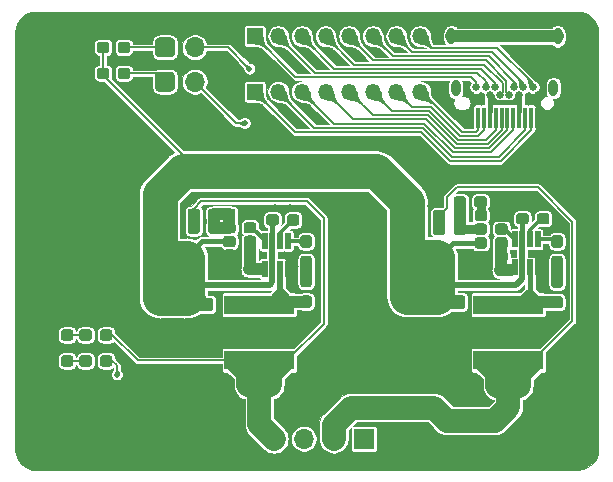
<source format=gbr>
G04 #@! TF.GenerationSoftware,KiCad,Pcbnew,(5.1.5)-3*
G04 #@! TF.CreationDate,2020-04-20T22:46:26+08:00*
G04 #@! TF.ProjectId,ptboard,7074626f-6172-4642-9e6b-696361645f70,rev?*
G04 #@! TF.SameCoordinates,PX2349340PY4b0dde0*
G04 #@! TF.FileFunction,Copper,L1,Top*
G04 #@! TF.FilePolarity,Positive*
%FSLAX46Y46*%
G04 Gerber Fmt 4.6, Leading zero omitted, Abs format (unit mm)*
G04 Created by KiCad (PCBNEW (5.1.5)-3) date 2020-04-20 22:46:26*
%MOMM*%
%LPD*%
G04 APERTURE LIST*
G04 #@! TA.AperFunction,ConnectorPad*
%ADD10O,1.350000X1.350000*%
G04 #@! TD*
G04 #@! TA.AperFunction,ConnectorPad*
%ADD11R,1.350000X1.350000*%
G04 #@! TD*
G04 #@! TA.AperFunction,ComponentPad*
%ADD12O,1.700000X1.700000*%
G04 #@! TD*
G04 #@! TA.AperFunction,ComponentPad*
%ADD13R,1.700000X1.700000*%
G04 #@! TD*
G04 #@! TA.AperFunction,ConnectorPad*
%ADD14O,1.700000X1.700000*%
G04 #@! TD*
G04 #@! TA.AperFunction,ConnectorPad*
%ADD15C,0.100000*%
G04 #@! TD*
G04 #@! TA.AperFunction,ComponentPad*
%ADD16O,0.800000X1.400000*%
G04 #@! TD*
G04 #@! TA.AperFunction,SMDPad,CuDef*
%ADD17R,0.300000X1.800000*%
G04 #@! TD*
G04 #@! TA.AperFunction,ComponentPad*
%ADD18C,0.650000*%
G04 #@! TD*
G04 #@! TA.AperFunction,SMDPad,CuDef*
%ADD19R,5.900000X1.600000*%
G04 #@! TD*
G04 #@! TA.AperFunction,SMDPad,CuDef*
%ADD20C,0.100000*%
G04 #@! TD*
G04 #@! TA.AperFunction,SMDPad,CuDef*
%ADD21R,0.490000X1.340000*%
G04 #@! TD*
G04 #@! TA.AperFunction,ViaPad*
%ADD22C,0.500000*%
G04 #@! TD*
G04 #@! TA.AperFunction,ViaPad*
%ADD23C,4.000000*%
G04 #@! TD*
G04 #@! TA.AperFunction,ViaPad*
%ADD24C,0.600000*%
G04 #@! TD*
G04 #@! TA.AperFunction,Conductor*
%ADD25C,1.000000*%
G04 #@! TD*
G04 #@! TA.AperFunction,Conductor*
%ADD26C,0.150000*%
G04 #@! TD*
G04 #@! TA.AperFunction,Conductor*
%ADD27C,0.300000*%
G04 #@! TD*
G04 #@! TA.AperFunction,Conductor*
%ADD28C,2.000000*%
G04 #@! TD*
G04 #@! TA.AperFunction,Conductor*
%ADD29C,0.450000*%
G04 #@! TD*
G04 #@! TA.AperFunction,Conductor*
%ADD30C,0.470000*%
G04 #@! TD*
G04 #@! TA.AperFunction,Conductor*
%ADD31C,0.500000*%
G04 #@! TD*
G04 #@! TA.AperFunction,Conductor*
%ADD32C,3.000000*%
G04 #@! TD*
G04 #@! TA.AperFunction,Conductor*
%ADD33C,0.400000*%
G04 #@! TD*
G04 #@! TA.AperFunction,Conductor*
%ADD34C,0.800000*%
G04 #@! TD*
G04 #@! TA.AperFunction,Conductor*
%ADD35C,0.100000*%
G04 #@! TD*
G04 #@! TA.AperFunction,Conductor*
%ADD36C,0.025400*%
G04 #@! TD*
G04 APERTURE END LIST*
D10*
G04 #@! TO.P,J4,8*
G04 #@! TO.N,/B11*
X34550000Y37000000D03*
G04 #@! TO.P,J4,7*
G04 #@! TO.N,/B10*
X32550000Y37000000D03*
G04 #@! TO.P,J4,6*
G04 #@! TO.N,/B8*
X30550000Y37000000D03*
G04 #@! TO.P,J4,5*
G04 #@! TO.N,/B7*
X28550000Y37000000D03*
G04 #@! TO.P,J4,4*
G04 #@! TO.N,/B6*
X26550000Y37000000D03*
G04 #@! TO.P,J4,3*
G04 #@! TO.N,/B5*
X24550000Y37000000D03*
G04 #@! TO.P,J4,2*
G04 #@! TO.N,/B3*
X22550000Y37000000D03*
D11*
G04 #@! TO.P,J4,1*
G04 #@! TO.N,/B2*
X20550000Y37000000D03*
G04 #@! TD*
D10*
G04 #@! TO.P,J2,8*
G04 #@! TO.N,/A11*
X34550000Y32300000D03*
G04 #@! TO.P,J2,7*
G04 #@! TO.N,/A10*
X32550000Y32300000D03*
G04 #@! TO.P,J2,6*
G04 #@! TO.N,/A8*
X30550000Y32300000D03*
G04 #@! TO.P,J2,5*
G04 #@! TO.N,/A7*
X28550000Y32300000D03*
G04 #@! TO.P,J2,4*
G04 #@! TO.N,/A6*
X26550000Y32300000D03*
G04 #@! TO.P,J2,3*
G04 #@! TO.N,/A5*
X24550000Y32300000D03*
G04 #@! TO.P,J2,2*
G04 #@! TO.N,/A3*
X22550000Y32300000D03*
D11*
G04 #@! TO.P,J2,1*
G04 #@! TO.N,/A2*
X20550000Y32300000D03*
G04 #@! TD*
D12*
G04 #@! TO.P,J3,4*
G04 #@! TO.N,+3V3*
X22180000Y2900000D03*
G04 #@! TO.P,J3,3*
G04 #@! TO.N,+2V5*
X24720000Y2900000D03*
G04 #@! TO.P,J3,2*
G04 #@! TO.N,+1V5*
X27260000Y2900000D03*
D13*
G04 #@! TO.P,J3,1*
G04 #@! TO.N,+1V2*
X29800000Y2900000D03*
G04 #@! TD*
D14*
G04 #@! TO.P,T-U1,2*
G04 #@! TO.N,Net-(T-U1-Pad2)*
X15490000Y33150000D03*
G04 #@! TA.AperFunction,ConnectorPad*
D15*
G04 #@! TO.P,T-U1,1*
G04 #@! TO.N,Net-(R1-Pad1)*
G36*
X13416657Y33997954D02*
G01*
X13457913Y33991834D01*
X13498371Y33981700D01*
X13537640Y33967649D01*
X13575344Y33949817D01*
X13611117Y33928375D01*
X13644617Y33903529D01*
X13675520Y33875520D01*
X13703529Y33844617D01*
X13728375Y33811117D01*
X13749817Y33775344D01*
X13767649Y33737640D01*
X13781700Y33698371D01*
X13791834Y33657913D01*
X13797954Y33616657D01*
X13800000Y33575000D01*
X13800000Y32725000D01*
X13797954Y32683343D01*
X13791834Y32642087D01*
X13781700Y32601629D01*
X13767649Y32562360D01*
X13749817Y32524656D01*
X13728375Y32488883D01*
X13703529Y32455383D01*
X13675520Y32424480D01*
X13644617Y32396471D01*
X13611117Y32371625D01*
X13575344Y32350183D01*
X13537640Y32332351D01*
X13498371Y32318300D01*
X13457913Y32308166D01*
X13416657Y32302046D01*
X13375000Y32300000D01*
X12525000Y32300000D01*
X12483343Y32302046D01*
X12442087Y32308166D01*
X12401629Y32318300D01*
X12362360Y32332351D01*
X12324656Y32350183D01*
X12288883Y32371625D01*
X12255383Y32396471D01*
X12224480Y32424480D01*
X12196471Y32455383D01*
X12171625Y32488883D01*
X12150183Y32524656D01*
X12132351Y32562360D01*
X12118300Y32601629D01*
X12108166Y32642087D01*
X12102046Y32683343D01*
X12100000Y32725000D01*
X12100000Y33575000D01*
X12102046Y33616657D01*
X12108166Y33657913D01*
X12118300Y33698371D01*
X12132351Y33737640D01*
X12150183Y33775344D01*
X12171625Y33811117D01*
X12196471Y33844617D01*
X12224480Y33875520D01*
X12255383Y33903529D01*
X12288883Y33928375D01*
X12324656Y33949817D01*
X12362360Y33967649D01*
X12401629Y33981700D01*
X12442087Y33991834D01*
X12483343Y33997954D01*
X12525000Y34000000D01*
X13375000Y34000000D01*
X13416657Y33997954D01*
G37*
G04 #@! TD.AperFunction*
G04 #@! TD*
D16*
G04 #@! TO.P,J1,S1*
G04 #@! TO.N,Net-(C6-Pad1)*
X45830000Y32590000D03*
D17*
G04 #@! TO.P,J1,A1*
G04 #@! TO.N,GND*
X44450000Y30080000D03*
G04 #@! TO.P,J1,A2*
G04 #@! TO.N,/A2*
X43950000Y30080000D03*
G04 #@! TO.P,J1,A3*
G04 #@! TO.N,/A3*
X43450000Y30080000D03*
G04 #@! TO.P,J1,A4*
G04 #@! TO.N,Net-(F1-Pad2)*
X42950000Y30080000D03*
G04 #@! TO.P,J1,A5*
G04 #@! TO.N,/A5*
X42450000Y30080000D03*
G04 #@! TO.P,J1,A6*
G04 #@! TO.N,/A6*
X41950000Y30080000D03*
G04 #@! TO.P,J1,A7*
G04 #@! TO.N,/A7*
X41450000Y30080000D03*
G04 #@! TO.P,J1,A12*
G04 #@! TO.N,GND*
X38950000Y30080000D03*
G04 #@! TO.P,J1,A10*
G04 #@! TO.N,/A10*
X39950000Y30080000D03*
G04 #@! TO.P,J1,A9*
G04 #@! TO.N,Net-(F1-Pad2)*
X40450000Y30080000D03*
G04 #@! TO.P,J1,A8*
G04 #@! TO.N,/A8*
X40950000Y30080000D03*
G04 #@! TO.P,J1,A11*
G04 #@! TO.N,/A11*
X39450000Y30080000D03*
D16*
G04 #@! TO.P,J1,S1*
G04 #@! TO.N,Net-(C6-Pad1)*
X37570000Y32590000D03*
X37210000Y36980000D03*
X46190000Y36980000D03*
D18*
G04 #@! TO.P,J1,B1*
G04 #@! TO.N,GND*
X38900000Y31990000D03*
G04 #@! TO.P,J1,B4*
G04 #@! TO.N,Net-(F1-Pad2)*
X40500000Y31990000D03*
G04 #@! TO.P,J1,B6*
G04 #@! TO.N,/B6*
X41300000Y31990000D03*
G04 #@! TO.P,J1,B7*
G04 #@! TO.N,/B7*
X42100000Y31990000D03*
G04 #@! TO.P,J1,B9*
G04 #@! TO.N,Net-(F1-Pad2)*
X42900000Y31990000D03*
G04 #@! TO.P,J1,B12*
G04 #@! TO.N,GND*
X44500000Y31990000D03*
G04 #@! TO.P,J1,B2*
G04 #@! TO.N,/B2*
X39300000Y32690000D03*
G04 #@! TO.P,J1,B3*
G04 #@! TO.N,/B3*
X40100000Y32690000D03*
G04 #@! TO.P,J1,B5*
G04 #@! TO.N,/B5*
X40900000Y32690000D03*
G04 #@! TO.P,J1,B8*
G04 #@! TO.N,/B8*
X42500000Y32690000D03*
G04 #@! TO.P,J1,B10*
G04 #@! TO.N,/B10*
X43300000Y32690000D03*
G04 #@! TO.P,J1,B11*
G04 #@! TO.N,/B11*
X44100000Y32690000D03*
G04 #@! TD*
D19*
G04 #@! TO.P,L5,2*
G04 #@! TO.N,+1V5*
X42025000Y9550000D03*
G04 #@! TO.P,L5,1*
G04 #@! TO.N,Net-(C23-Pad2)*
X42025000Y14250000D03*
G04 #@! TD*
G04 #@! TO.P,L3,2*
G04 #@! TO.N,+3V3*
X20945000Y9550000D03*
G04 #@! TO.P,L3,1*
G04 #@! TO.N,Net-(C7-Pad2)*
X20945000Y14250000D03*
G04 #@! TD*
G04 #@! TA.AperFunction,SMDPad,CuDef*
D20*
G04 #@! TO.P,C30,2*
G04 #@! TO.N,GND*
G36*
X39449505Y7968796D02*
G01*
X39473773Y7965196D01*
X39497572Y7959235D01*
X39520671Y7950970D01*
X39542850Y7940480D01*
X39563893Y7927868D01*
X39583599Y7913253D01*
X39601777Y7896777D01*
X39618253Y7878599D01*
X39632868Y7858893D01*
X39645480Y7837850D01*
X39655970Y7815671D01*
X39664235Y7792572D01*
X39670196Y7768773D01*
X39673796Y7744505D01*
X39675000Y7720001D01*
X39675000Y6819999D01*
X39673796Y6795495D01*
X39670196Y6771227D01*
X39664235Y6747428D01*
X39655970Y6724329D01*
X39645480Y6702150D01*
X39632868Y6681107D01*
X39618253Y6661401D01*
X39601777Y6643223D01*
X39583599Y6626747D01*
X39563893Y6612132D01*
X39542850Y6599520D01*
X39520671Y6589030D01*
X39497572Y6580765D01*
X39473773Y6574804D01*
X39449505Y6571204D01*
X39425001Y6570000D01*
X38774999Y6570000D01*
X38750495Y6571204D01*
X38726227Y6574804D01*
X38702428Y6580765D01*
X38679329Y6589030D01*
X38657150Y6599520D01*
X38636107Y6612132D01*
X38616401Y6626747D01*
X38598223Y6643223D01*
X38581747Y6661401D01*
X38567132Y6681107D01*
X38554520Y6702150D01*
X38544030Y6724329D01*
X38535765Y6747428D01*
X38529804Y6771227D01*
X38526204Y6795495D01*
X38525000Y6819999D01*
X38525000Y7720001D01*
X38526204Y7744505D01*
X38529804Y7768773D01*
X38535765Y7792572D01*
X38544030Y7815671D01*
X38554520Y7837850D01*
X38567132Y7858893D01*
X38581747Y7878599D01*
X38598223Y7896777D01*
X38616401Y7913253D01*
X38636107Y7927868D01*
X38657150Y7940480D01*
X38679329Y7950970D01*
X38702428Y7959235D01*
X38726227Y7965196D01*
X38750495Y7968796D01*
X38774999Y7970000D01*
X39425001Y7970000D01*
X39449505Y7968796D01*
G37*
G04 #@! TD.AperFunction*
G04 #@! TA.AperFunction,SMDPad,CuDef*
G04 #@! TO.P,C30,1*
G04 #@! TO.N,+1V5*
G36*
X41499505Y7968796D02*
G01*
X41523773Y7965196D01*
X41547572Y7959235D01*
X41570671Y7950970D01*
X41592850Y7940480D01*
X41613893Y7927868D01*
X41633599Y7913253D01*
X41651777Y7896777D01*
X41668253Y7878599D01*
X41682868Y7858893D01*
X41695480Y7837850D01*
X41705970Y7815671D01*
X41714235Y7792572D01*
X41720196Y7768773D01*
X41723796Y7744505D01*
X41725000Y7720001D01*
X41725000Y6819999D01*
X41723796Y6795495D01*
X41720196Y6771227D01*
X41714235Y6747428D01*
X41705970Y6724329D01*
X41695480Y6702150D01*
X41682868Y6681107D01*
X41668253Y6661401D01*
X41651777Y6643223D01*
X41633599Y6626747D01*
X41613893Y6612132D01*
X41592850Y6599520D01*
X41570671Y6589030D01*
X41547572Y6580765D01*
X41523773Y6574804D01*
X41499505Y6571204D01*
X41475001Y6570000D01*
X40824999Y6570000D01*
X40800495Y6571204D01*
X40776227Y6574804D01*
X40752428Y6580765D01*
X40729329Y6589030D01*
X40707150Y6599520D01*
X40686107Y6612132D01*
X40666401Y6626747D01*
X40648223Y6643223D01*
X40631747Y6661401D01*
X40617132Y6681107D01*
X40604520Y6702150D01*
X40594030Y6724329D01*
X40585765Y6747428D01*
X40579804Y6771227D01*
X40576204Y6795495D01*
X40575000Y6819999D01*
X40575000Y7720001D01*
X40576204Y7744505D01*
X40579804Y7768773D01*
X40585765Y7792572D01*
X40594030Y7815671D01*
X40604520Y7837850D01*
X40617132Y7858893D01*
X40631747Y7878599D01*
X40648223Y7896777D01*
X40666401Y7913253D01*
X40686107Y7927868D01*
X40707150Y7940480D01*
X40729329Y7950970D01*
X40752428Y7959235D01*
X40776227Y7965196D01*
X40800495Y7968796D01*
X40824999Y7970000D01*
X41475001Y7970000D01*
X41499505Y7968796D01*
G37*
G04 #@! TD.AperFunction*
G04 #@! TD*
G04 #@! TA.AperFunction,SMDPad,CuDef*
G04 #@! TO.P,C29,2*
G04 #@! TO.N,GND*
G36*
X45274505Y7968796D02*
G01*
X45298773Y7965196D01*
X45322572Y7959235D01*
X45345671Y7950970D01*
X45367850Y7940480D01*
X45388893Y7927868D01*
X45408599Y7913253D01*
X45426777Y7896777D01*
X45443253Y7878599D01*
X45457868Y7858893D01*
X45470480Y7837850D01*
X45480970Y7815671D01*
X45489235Y7792572D01*
X45495196Y7768773D01*
X45498796Y7744505D01*
X45500000Y7720001D01*
X45500000Y6819999D01*
X45498796Y6795495D01*
X45495196Y6771227D01*
X45489235Y6747428D01*
X45480970Y6724329D01*
X45470480Y6702150D01*
X45457868Y6681107D01*
X45443253Y6661401D01*
X45426777Y6643223D01*
X45408599Y6626747D01*
X45388893Y6612132D01*
X45367850Y6599520D01*
X45345671Y6589030D01*
X45322572Y6580765D01*
X45298773Y6574804D01*
X45274505Y6571204D01*
X45250001Y6570000D01*
X44599999Y6570000D01*
X44575495Y6571204D01*
X44551227Y6574804D01*
X44527428Y6580765D01*
X44504329Y6589030D01*
X44482150Y6599520D01*
X44461107Y6612132D01*
X44441401Y6626747D01*
X44423223Y6643223D01*
X44406747Y6661401D01*
X44392132Y6681107D01*
X44379520Y6702150D01*
X44369030Y6724329D01*
X44360765Y6747428D01*
X44354804Y6771227D01*
X44351204Y6795495D01*
X44350000Y6819999D01*
X44350000Y7720001D01*
X44351204Y7744505D01*
X44354804Y7768773D01*
X44360765Y7792572D01*
X44369030Y7815671D01*
X44379520Y7837850D01*
X44392132Y7858893D01*
X44406747Y7878599D01*
X44423223Y7896777D01*
X44441401Y7913253D01*
X44461107Y7927868D01*
X44482150Y7940480D01*
X44504329Y7950970D01*
X44527428Y7959235D01*
X44551227Y7965196D01*
X44575495Y7968796D01*
X44599999Y7970000D01*
X45250001Y7970000D01*
X45274505Y7968796D01*
G37*
G04 #@! TD.AperFunction*
G04 #@! TA.AperFunction,SMDPad,CuDef*
G04 #@! TO.P,C29,1*
G04 #@! TO.N,+1V5*
G36*
X43224505Y7968796D02*
G01*
X43248773Y7965196D01*
X43272572Y7959235D01*
X43295671Y7950970D01*
X43317850Y7940480D01*
X43338893Y7927868D01*
X43358599Y7913253D01*
X43376777Y7896777D01*
X43393253Y7878599D01*
X43407868Y7858893D01*
X43420480Y7837850D01*
X43430970Y7815671D01*
X43439235Y7792572D01*
X43445196Y7768773D01*
X43448796Y7744505D01*
X43450000Y7720001D01*
X43450000Y6819999D01*
X43448796Y6795495D01*
X43445196Y6771227D01*
X43439235Y6747428D01*
X43430970Y6724329D01*
X43420480Y6702150D01*
X43407868Y6681107D01*
X43393253Y6661401D01*
X43376777Y6643223D01*
X43358599Y6626747D01*
X43338893Y6612132D01*
X43317850Y6599520D01*
X43295671Y6589030D01*
X43272572Y6580765D01*
X43248773Y6574804D01*
X43224505Y6571204D01*
X43200001Y6570000D01*
X42549999Y6570000D01*
X42525495Y6571204D01*
X42501227Y6574804D01*
X42477428Y6580765D01*
X42454329Y6589030D01*
X42432150Y6599520D01*
X42411107Y6612132D01*
X42391401Y6626747D01*
X42373223Y6643223D01*
X42356747Y6661401D01*
X42342132Y6681107D01*
X42329520Y6702150D01*
X42319030Y6724329D01*
X42310765Y6747428D01*
X42304804Y6771227D01*
X42301204Y6795495D01*
X42300000Y6819999D01*
X42300000Y7720001D01*
X42301204Y7744505D01*
X42304804Y7768773D01*
X42310765Y7792572D01*
X42319030Y7815671D01*
X42329520Y7837850D01*
X42342132Y7858893D01*
X42356747Y7878599D01*
X42373223Y7896777D01*
X42391401Y7913253D01*
X42411107Y7927868D01*
X42432150Y7940480D01*
X42454329Y7950970D01*
X42477428Y7959235D01*
X42501227Y7965196D01*
X42525495Y7968796D01*
X42549999Y7970000D01*
X43200001Y7970000D01*
X43224505Y7968796D01*
G37*
G04 #@! TD.AperFunction*
G04 #@! TD*
G04 #@! TA.AperFunction,SMDPad,CuDef*
G04 #@! TO.P,C25,2*
G04 #@! TO.N,GND*
G36*
X38174505Y13003796D02*
G01*
X38198773Y13000196D01*
X38222572Y12994235D01*
X38245671Y12985970D01*
X38267850Y12975480D01*
X38288893Y12962868D01*
X38308599Y12948253D01*
X38326777Y12931777D01*
X38343253Y12913599D01*
X38357868Y12893893D01*
X38370480Y12872850D01*
X38380970Y12850671D01*
X38389235Y12827572D01*
X38395196Y12803773D01*
X38398796Y12779505D01*
X38400000Y12755001D01*
X38400000Y12104999D01*
X38398796Y12080495D01*
X38395196Y12056227D01*
X38389235Y12032428D01*
X38380970Y12009329D01*
X38370480Y11987150D01*
X38357868Y11966107D01*
X38343253Y11946401D01*
X38326777Y11928223D01*
X38308599Y11911747D01*
X38288893Y11897132D01*
X38267850Y11884520D01*
X38245671Y11874030D01*
X38222572Y11865765D01*
X38198773Y11859804D01*
X38174505Y11856204D01*
X38150001Y11855000D01*
X37249999Y11855000D01*
X37225495Y11856204D01*
X37201227Y11859804D01*
X37177428Y11865765D01*
X37154329Y11874030D01*
X37132150Y11884520D01*
X37111107Y11897132D01*
X37091401Y11911747D01*
X37073223Y11928223D01*
X37056747Y11946401D01*
X37042132Y11966107D01*
X37029520Y11987150D01*
X37019030Y12009329D01*
X37010765Y12032428D01*
X37004804Y12056227D01*
X37001204Y12080495D01*
X37000000Y12104999D01*
X37000000Y12755001D01*
X37001204Y12779505D01*
X37004804Y12803773D01*
X37010765Y12827572D01*
X37019030Y12850671D01*
X37029520Y12872850D01*
X37042132Y12893893D01*
X37056747Y12913599D01*
X37073223Y12931777D01*
X37091401Y12948253D01*
X37111107Y12962868D01*
X37132150Y12975480D01*
X37154329Y12985970D01*
X37177428Y12994235D01*
X37201227Y13000196D01*
X37225495Y13003796D01*
X37249999Y13005000D01*
X38150001Y13005000D01*
X38174505Y13003796D01*
G37*
G04 #@! TD.AperFunction*
G04 #@! TA.AperFunction,SMDPad,CuDef*
G04 #@! TO.P,C25,1*
G04 #@! TO.N,+5V*
G36*
X38174505Y15053796D02*
G01*
X38198773Y15050196D01*
X38222572Y15044235D01*
X38245671Y15035970D01*
X38267850Y15025480D01*
X38288893Y15012868D01*
X38308599Y14998253D01*
X38326777Y14981777D01*
X38343253Y14963599D01*
X38357868Y14943893D01*
X38370480Y14922850D01*
X38380970Y14900671D01*
X38389235Y14877572D01*
X38395196Y14853773D01*
X38398796Y14829505D01*
X38400000Y14805001D01*
X38400000Y14154999D01*
X38398796Y14130495D01*
X38395196Y14106227D01*
X38389235Y14082428D01*
X38380970Y14059329D01*
X38370480Y14037150D01*
X38357868Y14016107D01*
X38343253Y13996401D01*
X38326777Y13978223D01*
X38308599Y13961747D01*
X38288893Y13947132D01*
X38267850Y13934520D01*
X38245671Y13924030D01*
X38222572Y13915765D01*
X38198773Y13909804D01*
X38174505Y13906204D01*
X38150001Y13905000D01*
X37249999Y13905000D01*
X37225495Y13906204D01*
X37201227Y13909804D01*
X37177428Y13915765D01*
X37154329Y13924030D01*
X37132150Y13934520D01*
X37111107Y13947132D01*
X37091401Y13961747D01*
X37073223Y13978223D01*
X37056747Y13996401D01*
X37042132Y14016107D01*
X37029520Y14037150D01*
X37019030Y14059329D01*
X37010765Y14082428D01*
X37004804Y14106227D01*
X37001204Y14130495D01*
X37000000Y14154999D01*
X37000000Y14805001D01*
X37001204Y14829505D01*
X37004804Y14853773D01*
X37010765Y14877572D01*
X37019030Y14900671D01*
X37029520Y14922850D01*
X37042132Y14943893D01*
X37056747Y14963599D01*
X37073223Y14981777D01*
X37091401Y14998253D01*
X37111107Y15012868D01*
X37132150Y15025480D01*
X37154329Y15035970D01*
X37177428Y15044235D01*
X37201227Y15050196D01*
X37225495Y15053796D01*
X37249999Y15055000D01*
X38150001Y15055000D01*
X38174505Y15053796D01*
G37*
G04 #@! TD.AperFunction*
G04 #@! TD*
G04 #@! TA.AperFunction,SMDPad,CuDef*
G04 #@! TO.P,C14,2*
G04 #@! TO.N,GND*
G36*
X18369505Y7968796D02*
G01*
X18393773Y7965196D01*
X18417572Y7959235D01*
X18440671Y7950970D01*
X18462850Y7940480D01*
X18483893Y7927868D01*
X18503599Y7913253D01*
X18521777Y7896777D01*
X18538253Y7878599D01*
X18552868Y7858893D01*
X18565480Y7837850D01*
X18575970Y7815671D01*
X18584235Y7792572D01*
X18590196Y7768773D01*
X18593796Y7744505D01*
X18595000Y7720001D01*
X18595000Y6819999D01*
X18593796Y6795495D01*
X18590196Y6771227D01*
X18584235Y6747428D01*
X18575970Y6724329D01*
X18565480Y6702150D01*
X18552868Y6681107D01*
X18538253Y6661401D01*
X18521777Y6643223D01*
X18503599Y6626747D01*
X18483893Y6612132D01*
X18462850Y6599520D01*
X18440671Y6589030D01*
X18417572Y6580765D01*
X18393773Y6574804D01*
X18369505Y6571204D01*
X18345001Y6570000D01*
X17694999Y6570000D01*
X17670495Y6571204D01*
X17646227Y6574804D01*
X17622428Y6580765D01*
X17599329Y6589030D01*
X17577150Y6599520D01*
X17556107Y6612132D01*
X17536401Y6626747D01*
X17518223Y6643223D01*
X17501747Y6661401D01*
X17487132Y6681107D01*
X17474520Y6702150D01*
X17464030Y6724329D01*
X17455765Y6747428D01*
X17449804Y6771227D01*
X17446204Y6795495D01*
X17445000Y6819999D01*
X17445000Y7720001D01*
X17446204Y7744505D01*
X17449804Y7768773D01*
X17455765Y7792572D01*
X17464030Y7815671D01*
X17474520Y7837850D01*
X17487132Y7858893D01*
X17501747Y7878599D01*
X17518223Y7896777D01*
X17536401Y7913253D01*
X17556107Y7927868D01*
X17577150Y7940480D01*
X17599329Y7950970D01*
X17622428Y7959235D01*
X17646227Y7965196D01*
X17670495Y7968796D01*
X17694999Y7970000D01*
X18345001Y7970000D01*
X18369505Y7968796D01*
G37*
G04 #@! TD.AperFunction*
G04 #@! TA.AperFunction,SMDPad,CuDef*
G04 #@! TO.P,C14,1*
G04 #@! TO.N,+3V3*
G36*
X20419505Y7968796D02*
G01*
X20443773Y7965196D01*
X20467572Y7959235D01*
X20490671Y7950970D01*
X20512850Y7940480D01*
X20533893Y7927868D01*
X20553599Y7913253D01*
X20571777Y7896777D01*
X20588253Y7878599D01*
X20602868Y7858893D01*
X20615480Y7837850D01*
X20625970Y7815671D01*
X20634235Y7792572D01*
X20640196Y7768773D01*
X20643796Y7744505D01*
X20645000Y7720001D01*
X20645000Y6819999D01*
X20643796Y6795495D01*
X20640196Y6771227D01*
X20634235Y6747428D01*
X20625970Y6724329D01*
X20615480Y6702150D01*
X20602868Y6681107D01*
X20588253Y6661401D01*
X20571777Y6643223D01*
X20553599Y6626747D01*
X20533893Y6612132D01*
X20512850Y6599520D01*
X20490671Y6589030D01*
X20467572Y6580765D01*
X20443773Y6574804D01*
X20419505Y6571204D01*
X20395001Y6570000D01*
X19744999Y6570000D01*
X19720495Y6571204D01*
X19696227Y6574804D01*
X19672428Y6580765D01*
X19649329Y6589030D01*
X19627150Y6599520D01*
X19606107Y6612132D01*
X19586401Y6626747D01*
X19568223Y6643223D01*
X19551747Y6661401D01*
X19537132Y6681107D01*
X19524520Y6702150D01*
X19514030Y6724329D01*
X19505765Y6747428D01*
X19499804Y6771227D01*
X19496204Y6795495D01*
X19495000Y6819999D01*
X19495000Y7720001D01*
X19496204Y7744505D01*
X19499804Y7768773D01*
X19505765Y7792572D01*
X19514030Y7815671D01*
X19524520Y7837850D01*
X19537132Y7858893D01*
X19551747Y7878599D01*
X19568223Y7896777D01*
X19586401Y7913253D01*
X19606107Y7927868D01*
X19627150Y7940480D01*
X19649329Y7950970D01*
X19672428Y7959235D01*
X19696227Y7965196D01*
X19720495Y7968796D01*
X19744999Y7970000D01*
X20395001Y7970000D01*
X20419505Y7968796D01*
G37*
G04 #@! TD.AperFunction*
G04 #@! TD*
G04 #@! TA.AperFunction,SMDPad,CuDef*
G04 #@! TO.P,C13,2*
G04 #@! TO.N,GND*
G36*
X24194505Y7968796D02*
G01*
X24218773Y7965196D01*
X24242572Y7959235D01*
X24265671Y7950970D01*
X24287850Y7940480D01*
X24308893Y7927868D01*
X24328599Y7913253D01*
X24346777Y7896777D01*
X24363253Y7878599D01*
X24377868Y7858893D01*
X24390480Y7837850D01*
X24400970Y7815671D01*
X24409235Y7792572D01*
X24415196Y7768773D01*
X24418796Y7744505D01*
X24420000Y7720001D01*
X24420000Y6819999D01*
X24418796Y6795495D01*
X24415196Y6771227D01*
X24409235Y6747428D01*
X24400970Y6724329D01*
X24390480Y6702150D01*
X24377868Y6681107D01*
X24363253Y6661401D01*
X24346777Y6643223D01*
X24328599Y6626747D01*
X24308893Y6612132D01*
X24287850Y6599520D01*
X24265671Y6589030D01*
X24242572Y6580765D01*
X24218773Y6574804D01*
X24194505Y6571204D01*
X24170001Y6570000D01*
X23519999Y6570000D01*
X23495495Y6571204D01*
X23471227Y6574804D01*
X23447428Y6580765D01*
X23424329Y6589030D01*
X23402150Y6599520D01*
X23381107Y6612132D01*
X23361401Y6626747D01*
X23343223Y6643223D01*
X23326747Y6661401D01*
X23312132Y6681107D01*
X23299520Y6702150D01*
X23289030Y6724329D01*
X23280765Y6747428D01*
X23274804Y6771227D01*
X23271204Y6795495D01*
X23270000Y6819999D01*
X23270000Y7720001D01*
X23271204Y7744505D01*
X23274804Y7768773D01*
X23280765Y7792572D01*
X23289030Y7815671D01*
X23299520Y7837850D01*
X23312132Y7858893D01*
X23326747Y7878599D01*
X23343223Y7896777D01*
X23361401Y7913253D01*
X23381107Y7927868D01*
X23402150Y7940480D01*
X23424329Y7950970D01*
X23447428Y7959235D01*
X23471227Y7965196D01*
X23495495Y7968796D01*
X23519999Y7970000D01*
X24170001Y7970000D01*
X24194505Y7968796D01*
G37*
G04 #@! TD.AperFunction*
G04 #@! TA.AperFunction,SMDPad,CuDef*
G04 #@! TO.P,C13,1*
G04 #@! TO.N,+3V3*
G36*
X22144505Y7968796D02*
G01*
X22168773Y7965196D01*
X22192572Y7959235D01*
X22215671Y7950970D01*
X22237850Y7940480D01*
X22258893Y7927868D01*
X22278599Y7913253D01*
X22296777Y7896777D01*
X22313253Y7878599D01*
X22327868Y7858893D01*
X22340480Y7837850D01*
X22350970Y7815671D01*
X22359235Y7792572D01*
X22365196Y7768773D01*
X22368796Y7744505D01*
X22370000Y7720001D01*
X22370000Y6819999D01*
X22368796Y6795495D01*
X22365196Y6771227D01*
X22359235Y6747428D01*
X22350970Y6724329D01*
X22340480Y6702150D01*
X22327868Y6681107D01*
X22313253Y6661401D01*
X22296777Y6643223D01*
X22278599Y6626747D01*
X22258893Y6612132D01*
X22237850Y6599520D01*
X22215671Y6589030D01*
X22192572Y6580765D01*
X22168773Y6574804D01*
X22144505Y6571204D01*
X22120001Y6570000D01*
X21469999Y6570000D01*
X21445495Y6571204D01*
X21421227Y6574804D01*
X21397428Y6580765D01*
X21374329Y6589030D01*
X21352150Y6599520D01*
X21331107Y6612132D01*
X21311401Y6626747D01*
X21293223Y6643223D01*
X21276747Y6661401D01*
X21262132Y6681107D01*
X21249520Y6702150D01*
X21239030Y6724329D01*
X21230765Y6747428D01*
X21224804Y6771227D01*
X21221204Y6795495D01*
X21220000Y6819999D01*
X21220000Y7720001D01*
X21221204Y7744505D01*
X21224804Y7768773D01*
X21230765Y7792572D01*
X21239030Y7815671D01*
X21249520Y7837850D01*
X21262132Y7858893D01*
X21276747Y7878599D01*
X21293223Y7896777D01*
X21311401Y7913253D01*
X21331107Y7927868D01*
X21352150Y7940480D01*
X21374329Y7950970D01*
X21397428Y7959235D01*
X21421227Y7965196D01*
X21445495Y7968796D01*
X21469999Y7970000D01*
X22120001Y7970000D01*
X22144505Y7968796D01*
G37*
G04 #@! TD.AperFunction*
G04 #@! TD*
G04 #@! TA.AperFunction,SMDPad,CuDef*
G04 #@! TO.P,C9,2*
G04 #@! TO.N,GND*
G36*
X16824505Y12798796D02*
G01*
X16848773Y12795196D01*
X16872572Y12789235D01*
X16895671Y12780970D01*
X16917850Y12770480D01*
X16938893Y12757868D01*
X16958599Y12743253D01*
X16976777Y12726777D01*
X16993253Y12708599D01*
X17007868Y12688893D01*
X17020480Y12667850D01*
X17030970Y12645671D01*
X17039235Y12622572D01*
X17045196Y12598773D01*
X17048796Y12574505D01*
X17050000Y12550001D01*
X17050000Y11899999D01*
X17048796Y11875495D01*
X17045196Y11851227D01*
X17039235Y11827428D01*
X17030970Y11804329D01*
X17020480Y11782150D01*
X17007868Y11761107D01*
X16993253Y11741401D01*
X16976777Y11723223D01*
X16958599Y11706747D01*
X16938893Y11692132D01*
X16917850Y11679520D01*
X16895671Y11669030D01*
X16872572Y11660765D01*
X16848773Y11654804D01*
X16824505Y11651204D01*
X16800001Y11650000D01*
X15899999Y11650000D01*
X15875495Y11651204D01*
X15851227Y11654804D01*
X15827428Y11660765D01*
X15804329Y11669030D01*
X15782150Y11679520D01*
X15761107Y11692132D01*
X15741401Y11706747D01*
X15723223Y11723223D01*
X15706747Y11741401D01*
X15692132Y11761107D01*
X15679520Y11782150D01*
X15669030Y11804329D01*
X15660765Y11827428D01*
X15654804Y11851227D01*
X15651204Y11875495D01*
X15650000Y11899999D01*
X15650000Y12550001D01*
X15651204Y12574505D01*
X15654804Y12598773D01*
X15660765Y12622572D01*
X15669030Y12645671D01*
X15679520Y12667850D01*
X15692132Y12688893D01*
X15706747Y12708599D01*
X15723223Y12726777D01*
X15741401Y12743253D01*
X15761107Y12757868D01*
X15782150Y12770480D01*
X15804329Y12780970D01*
X15827428Y12789235D01*
X15851227Y12795196D01*
X15875495Y12798796D01*
X15899999Y12800000D01*
X16800001Y12800000D01*
X16824505Y12798796D01*
G37*
G04 #@! TD.AperFunction*
G04 #@! TA.AperFunction,SMDPad,CuDef*
G04 #@! TO.P,C9,1*
G04 #@! TO.N,+5V*
G36*
X16824505Y14848796D02*
G01*
X16848773Y14845196D01*
X16872572Y14839235D01*
X16895671Y14830970D01*
X16917850Y14820480D01*
X16938893Y14807868D01*
X16958599Y14793253D01*
X16976777Y14776777D01*
X16993253Y14758599D01*
X17007868Y14738893D01*
X17020480Y14717850D01*
X17030970Y14695671D01*
X17039235Y14672572D01*
X17045196Y14648773D01*
X17048796Y14624505D01*
X17050000Y14600001D01*
X17050000Y13949999D01*
X17048796Y13925495D01*
X17045196Y13901227D01*
X17039235Y13877428D01*
X17030970Y13854329D01*
X17020480Y13832150D01*
X17007868Y13811107D01*
X16993253Y13791401D01*
X16976777Y13773223D01*
X16958599Y13756747D01*
X16938893Y13742132D01*
X16917850Y13729520D01*
X16895671Y13719030D01*
X16872572Y13710765D01*
X16848773Y13704804D01*
X16824505Y13701204D01*
X16800001Y13700000D01*
X15899999Y13700000D01*
X15875495Y13701204D01*
X15851227Y13704804D01*
X15827428Y13710765D01*
X15804329Y13719030D01*
X15782150Y13729520D01*
X15761107Y13742132D01*
X15741401Y13756747D01*
X15723223Y13773223D01*
X15706747Y13791401D01*
X15692132Y13811107D01*
X15679520Y13832150D01*
X15669030Y13854329D01*
X15660765Y13877428D01*
X15654804Y13901227D01*
X15651204Y13925495D01*
X15650000Y13949999D01*
X15650000Y14600001D01*
X15651204Y14624505D01*
X15654804Y14648773D01*
X15660765Y14672572D01*
X15669030Y14695671D01*
X15679520Y14717850D01*
X15692132Y14738893D01*
X15706747Y14758599D01*
X15723223Y14776777D01*
X15741401Y14793253D01*
X15761107Y14807868D01*
X15782150Y14820480D01*
X15804329Y14830970D01*
X15827428Y14839235D01*
X15851227Y14845196D01*
X15875495Y14848796D01*
X15899999Y14850000D01*
X16800001Y14850000D01*
X16824505Y14848796D01*
G37*
G04 #@! TD.AperFunction*
G04 #@! TD*
G04 #@! TA.AperFunction,SMDPad,CuDef*
G04 #@! TO.P,R5,1*
G04 #@! TO.N,Net-(R5-Pad1)*
G36*
X25160779Y20148856D02*
G01*
X25183834Y20145437D01*
X25206443Y20139773D01*
X25228387Y20131921D01*
X25249457Y20121956D01*
X25269448Y20109974D01*
X25288168Y20096090D01*
X25305438Y20080438D01*
X25321090Y20063168D01*
X25334974Y20044448D01*
X25346956Y20024457D01*
X25356921Y20003387D01*
X25364773Y19981443D01*
X25370437Y19958834D01*
X25373856Y19935779D01*
X25375000Y19912500D01*
X25375000Y19337500D01*
X25373856Y19314221D01*
X25370437Y19291166D01*
X25364773Y19268557D01*
X25356921Y19246613D01*
X25346956Y19225543D01*
X25334974Y19205552D01*
X25321090Y19186832D01*
X25305438Y19169562D01*
X25288168Y19153910D01*
X25269448Y19140026D01*
X25249457Y19128044D01*
X25228387Y19118079D01*
X25206443Y19110227D01*
X25183834Y19104563D01*
X25160779Y19101144D01*
X25137500Y19100000D01*
X24662500Y19100000D01*
X24639221Y19101144D01*
X24616166Y19104563D01*
X24593557Y19110227D01*
X24571613Y19118079D01*
X24550543Y19128044D01*
X24530552Y19140026D01*
X24511832Y19153910D01*
X24494562Y19169562D01*
X24478910Y19186832D01*
X24465026Y19205552D01*
X24453044Y19225543D01*
X24443079Y19246613D01*
X24435227Y19268557D01*
X24429563Y19291166D01*
X24426144Y19314221D01*
X24425000Y19337500D01*
X24425000Y19912500D01*
X24426144Y19935779D01*
X24429563Y19958834D01*
X24435227Y19981443D01*
X24443079Y20003387D01*
X24453044Y20024457D01*
X24465026Y20044448D01*
X24478910Y20063168D01*
X24494562Y20080438D01*
X24511832Y20096090D01*
X24530552Y20109974D01*
X24550543Y20121956D01*
X24571613Y20131921D01*
X24593557Y20139773D01*
X24616166Y20145437D01*
X24639221Y20148856D01*
X24662500Y20150000D01*
X25137500Y20150000D01*
X25160779Y20148856D01*
G37*
G04 #@! TD.AperFunction*
G04 #@! TA.AperFunction,SMDPad,CuDef*
G04 #@! TO.P,R5,2*
G04 #@! TO.N,Net-(C7-Pad1)*
G36*
X25160779Y18398856D02*
G01*
X25183834Y18395437D01*
X25206443Y18389773D01*
X25228387Y18381921D01*
X25249457Y18371956D01*
X25269448Y18359974D01*
X25288168Y18346090D01*
X25305438Y18330438D01*
X25321090Y18313168D01*
X25334974Y18294448D01*
X25346956Y18274457D01*
X25356921Y18253387D01*
X25364773Y18231443D01*
X25370437Y18208834D01*
X25373856Y18185779D01*
X25375000Y18162500D01*
X25375000Y17587500D01*
X25373856Y17564221D01*
X25370437Y17541166D01*
X25364773Y17518557D01*
X25356921Y17496613D01*
X25346956Y17475543D01*
X25334974Y17455552D01*
X25321090Y17436832D01*
X25305438Y17419562D01*
X25288168Y17403910D01*
X25269448Y17390026D01*
X25249457Y17378044D01*
X25228387Y17368079D01*
X25206443Y17360227D01*
X25183834Y17354563D01*
X25160779Y17351144D01*
X25137500Y17350000D01*
X24662500Y17350000D01*
X24639221Y17351144D01*
X24616166Y17354563D01*
X24593557Y17360227D01*
X24571613Y17368079D01*
X24550543Y17378044D01*
X24530552Y17390026D01*
X24511832Y17403910D01*
X24494562Y17419562D01*
X24478910Y17436832D01*
X24465026Y17455552D01*
X24453044Y17475543D01*
X24443079Y17496613D01*
X24435227Y17518557D01*
X24429563Y17541166D01*
X24426144Y17564221D01*
X24425000Y17587500D01*
X24425000Y18162500D01*
X24426144Y18185779D01*
X24429563Y18208834D01*
X24435227Y18231443D01*
X24443079Y18253387D01*
X24453044Y18274457D01*
X24465026Y18294448D01*
X24478910Y18313168D01*
X24494562Y18330438D01*
X24511832Y18346090D01*
X24530552Y18359974D01*
X24550543Y18371956D01*
X24571613Y18381921D01*
X24593557Y18389773D01*
X24616166Y18395437D01*
X24639221Y18398856D01*
X24662500Y18400000D01*
X25137500Y18400000D01*
X25160779Y18398856D01*
G37*
G04 #@! TD.AperFunction*
G04 #@! TD*
G04 #@! TA.AperFunction,SMDPad,CuDef*
G04 #@! TO.P,R1,2*
G04 #@! TO.N,+5V*
G36*
X8035779Y34323856D02*
G01*
X8058834Y34320437D01*
X8081443Y34314773D01*
X8103387Y34306921D01*
X8124457Y34296956D01*
X8144448Y34284974D01*
X8163168Y34271090D01*
X8180438Y34255438D01*
X8196090Y34238168D01*
X8209974Y34219448D01*
X8221956Y34199457D01*
X8231921Y34178387D01*
X8239773Y34156443D01*
X8245437Y34133834D01*
X8248856Y34110779D01*
X8250000Y34087500D01*
X8250000Y33612500D01*
X8248856Y33589221D01*
X8245437Y33566166D01*
X8239773Y33543557D01*
X8231921Y33521613D01*
X8221956Y33500543D01*
X8209974Y33480552D01*
X8196090Y33461832D01*
X8180438Y33444562D01*
X8163168Y33428910D01*
X8144448Y33415026D01*
X8124457Y33403044D01*
X8103387Y33393079D01*
X8081443Y33385227D01*
X8058834Y33379563D01*
X8035779Y33376144D01*
X8012500Y33375000D01*
X7437500Y33375000D01*
X7414221Y33376144D01*
X7391166Y33379563D01*
X7368557Y33385227D01*
X7346613Y33393079D01*
X7325543Y33403044D01*
X7305552Y33415026D01*
X7286832Y33428910D01*
X7269562Y33444562D01*
X7253910Y33461832D01*
X7240026Y33480552D01*
X7228044Y33500543D01*
X7218079Y33521613D01*
X7210227Y33543557D01*
X7204563Y33566166D01*
X7201144Y33589221D01*
X7200000Y33612500D01*
X7200000Y34087500D01*
X7201144Y34110779D01*
X7204563Y34133834D01*
X7210227Y34156443D01*
X7218079Y34178387D01*
X7228044Y34199457D01*
X7240026Y34219448D01*
X7253910Y34238168D01*
X7269562Y34255438D01*
X7286832Y34271090D01*
X7305552Y34284974D01*
X7325543Y34296956D01*
X7346613Y34306921D01*
X7368557Y34314773D01*
X7391166Y34320437D01*
X7414221Y34323856D01*
X7437500Y34325000D01*
X8012500Y34325000D01*
X8035779Y34323856D01*
G37*
G04 #@! TD.AperFunction*
G04 #@! TA.AperFunction,SMDPad,CuDef*
G04 #@! TO.P,R1,1*
G04 #@! TO.N,Net-(R1-Pad1)*
G36*
X9785779Y34323856D02*
G01*
X9808834Y34320437D01*
X9831443Y34314773D01*
X9853387Y34306921D01*
X9874457Y34296956D01*
X9894448Y34284974D01*
X9913168Y34271090D01*
X9930438Y34255438D01*
X9946090Y34238168D01*
X9959974Y34219448D01*
X9971956Y34199457D01*
X9981921Y34178387D01*
X9989773Y34156443D01*
X9995437Y34133834D01*
X9998856Y34110779D01*
X10000000Y34087500D01*
X10000000Y33612500D01*
X9998856Y33589221D01*
X9995437Y33566166D01*
X9989773Y33543557D01*
X9981921Y33521613D01*
X9971956Y33500543D01*
X9959974Y33480552D01*
X9946090Y33461832D01*
X9930438Y33444562D01*
X9913168Y33428910D01*
X9894448Y33415026D01*
X9874457Y33403044D01*
X9853387Y33393079D01*
X9831443Y33385227D01*
X9808834Y33379563D01*
X9785779Y33376144D01*
X9762500Y33375000D01*
X9187500Y33375000D01*
X9164221Y33376144D01*
X9141166Y33379563D01*
X9118557Y33385227D01*
X9096613Y33393079D01*
X9075543Y33403044D01*
X9055552Y33415026D01*
X9036832Y33428910D01*
X9019562Y33444562D01*
X9003910Y33461832D01*
X8990026Y33480552D01*
X8978044Y33500543D01*
X8968079Y33521613D01*
X8960227Y33543557D01*
X8954563Y33566166D01*
X8951144Y33589221D01*
X8950000Y33612500D01*
X8950000Y34087500D01*
X8951144Y34110779D01*
X8954563Y34133834D01*
X8960227Y34156443D01*
X8968079Y34178387D01*
X8978044Y34199457D01*
X8990026Y34219448D01*
X9003910Y34238168D01*
X9019562Y34255438D01*
X9036832Y34271090D01*
X9055552Y34284974D01*
X9075543Y34296956D01*
X9096613Y34306921D01*
X9118557Y34314773D01*
X9141166Y34320437D01*
X9164221Y34323856D01*
X9187500Y34325000D01*
X9762500Y34325000D01*
X9785779Y34323856D01*
G37*
G04 #@! TD.AperFunction*
G04 #@! TD*
G04 #@! TA.AperFunction,SMDPad,CuDef*
G04 #@! TO.P,R2,2*
G04 #@! TO.N,+5V*
G36*
X8035779Y36523856D02*
G01*
X8058834Y36520437D01*
X8081443Y36514773D01*
X8103387Y36506921D01*
X8124457Y36496956D01*
X8144448Y36484974D01*
X8163168Y36471090D01*
X8180438Y36455438D01*
X8196090Y36438168D01*
X8209974Y36419448D01*
X8221956Y36399457D01*
X8231921Y36378387D01*
X8239773Y36356443D01*
X8245437Y36333834D01*
X8248856Y36310779D01*
X8250000Y36287500D01*
X8250000Y35812500D01*
X8248856Y35789221D01*
X8245437Y35766166D01*
X8239773Y35743557D01*
X8231921Y35721613D01*
X8221956Y35700543D01*
X8209974Y35680552D01*
X8196090Y35661832D01*
X8180438Y35644562D01*
X8163168Y35628910D01*
X8144448Y35615026D01*
X8124457Y35603044D01*
X8103387Y35593079D01*
X8081443Y35585227D01*
X8058834Y35579563D01*
X8035779Y35576144D01*
X8012500Y35575000D01*
X7437500Y35575000D01*
X7414221Y35576144D01*
X7391166Y35579563D01*
X7368557Y35585227D01*
X7346613Y35593079D01*
X7325543Y35603044D01*
X7305552Y35615026D01*
X7286832Y35628910D01*
X7269562Y35644562D01*
X7253910Y35661832D01*
X7240026Y35680552D01*
X7228044Y35700543D01*
X7218079Y35721613D01*
X7210227Y35743557D01*
X7204563Y35766166D01*
X7201144Y35789221D01*
X7200000Y35812500D01*
X7200000Y36287500D01*
X7201144Y36310779D01*
X7204563Y36333834D01*
X7210227Y36356443D01*
X7218079Y36378387D01*
X7228044Y36399457D01*
X7240026Y36419448D01*
X7253910Y36438168D01*
X7269562Y36455438D01*
X7286832Y36471090D01*
X7305552Y36484974D01*
X7325543Y36496956D01*
X7346613Y36506921D01*
X7368557Y36514773D01*
X7391166Y36520437D01*
X7414221Y36523856D01*
X7437500Y36525000D01*
X8012500Y36525000D01*
X8035779Y36523856D01*
G37*
G04 #@! TD.AperFunction*
G04 #@! TA.AperFunction,SMDPad,CuDef*
G04 #@! TO.P,R2,1*
G04 #@! TO.N,Net-(R2-Pad1)*
G36*
X9785779Y36523856D02*
G01*
X9808834Y36520437D01*
X9831443Y36514773D01*
X9853387Y36506921D01*
X9874457Y36496956D01*
X9894448Y36484974D01*
X9913168Y36471090D01*
X9930438Y36455438D01*
X9946090Y36438168D01*
X9959974Y36419448D01*
X9971956Y36399457D01*
X9981921Y36378387D01*
X9989773Y36356443D01*
X9995437Y36333834D01*
X9998856Y36310779D01*
X10000000Y36287500D01*
X10000000Y35812500D01*
X9998856Y35789221D01*
X9995437Y35766166D01*
X9989773Y35743557D01*
X9981921Y35721613D01*
X9971956Y35700543D01*
X9959974Y35680552D01*
X9946090Y35661832D01*
X9930438Y35644562D01*
X9913168Y35628910D01*
X9894448Y35615026D01*
X9874457Y35603044D01*
X9853387Y35593079D01*
X9831443Y35585227D01*
X9808834Y35579563D01*
X9785779Y35576144D01*
X9762500Y35575000D01*
X9187500Y35575000D01*
X9164221Y35576144D01*
X9141166Y35579563D01*
X9118557Y35585227D01*
X9096613Y35593079D01*
X9075543Y35603044D01*
X9055552Y35615026D01*
X9036832Y35628910D01*
X9019562Y35644562D01*
X9003910Y35661832D01*
X8990026Y35680552D01*
X8978044Y35700543D01*
X8968079Y35721613D01*
X8960227Y35743557D01*
X8954563Y35766166D01*
X8951144Y35789221D01*
X8950000Y35812500D01*
X8950000Y36287500D01*
X8951144Y36310779D01*
X8954563Y36333834D01*
X8960227Y36356443D01*
X8968079Y36378387D01*
X8978044Y36399457D01*
X8990026Y36419448D01*
X9003910Y36438168D01*
X9019562Y36455438D01*
X9036832Y36471090D01*
X9055552Y36484974D01*
X9075543Y36496956D01*
X9096613Y36506921D01*
X9118557Y36514773D01*
X9141166Y36520437D01*
X9164221Y36523856D01*
X9187500Y36525000D01*
X9762500Y36525000D01*
X9785779Y36523856D01*
G37*
G04 #@! TD.AperFunction*
G04 #@! TD*
G04 #@! TA.AperFunction,SMDPad,CuDef*
G04 #@! TO.P,R3,1*
G04 #@! TO.N,+5V*
G36*
X22365779Y21913856D02*
G01*
X22388834Y21910437D01*
X22411443Y21904773D01*
X22433387Y21896921D01*
X22454457Y21886956D01*
X22474448Y21874974D01*
X22493168Y21861090D01*
X22510438Y21845438D01*
X22526090Y21828168D01*
X22539974Y21809448D01*
X22551956Y21789457D01*
X22561921Y21768387D01*
X22569773Y21746443D01*
X22575437Y21723834D01*
X22578856Y21700779D01*
X22580000Y21677500D01*
X22580000Y21202500D01*
X22578856Y21179221D01*
X22575437Y21156166D01*
X22569773Y21133557D01*
X22561921Y21111613D01*
X22551956Y21090543D01*
X22539974Y21070552D01*
X22526090Y21051832D01*
X22510438Y21034562D01*
X22493168Y21018910D01*
X22474448Y21005026D01*
X22454457Y20993044D01*
X22433387Y20983079D01*
X22411443Y20975227D01*
X22388834Y20969563D01*
X22365779Y20966144D01*
X22342500Y20965000D01*
X21767500Y20965000D01*
X21744221Y20966144D01*
X21721166Y20969563D01*
X21698557Y20975227D01*
X21676613Y20983079D01*
X21655543Y20993044D01*
X21635552Y21005026D01*
X21616832Y21018910D01*
X21599562Y21034562D01*
X21583910Y21051832D01*
X21570026Y21070552D01*
X21558044Y21090543D01*
X21548079Y21111613D01*
X21540227Y21133557D01*
X21534563Y21156166D01*
X21531144Y21179221D01*
X21530000Y21202500D01*
X21530000Y21677500D01*
X21531144Y21700779D01*
X21534563Y21723834D01*
X21540227Y21746443D01*
X21548079Y21768387D01*
X21558044Y21789457D01*
X21570026Y21809448D01*
X21583910Y21828168D01*
X21599562Y21845438D01*
X21616832Y21861090D01*
X21635552Y21874974D01*
X21655543Y21886956D01*
X21676613Y21896921D01*
X21698557Y21904773D01*
X21721166Y21910437D01*
X21744221Y21913856D01*
X21767500Y21915000D01*
X22342500Y21915000D01*
X22365779Y21913856D01*
G37*
G04 #@! TD.AperFunction*
G04 #@! TA.AperFunction,SMDPad,CuDef*
G04 #@! TO.P,R3,2*
G04 #@! TO.N,Net-(R3-Pad2)*
G36*
X24115779Y21913856D02*
G01*
X24138834Y21910437D01*
X24161443Y21904773D01*
X24183387Y21896921D01*
X24204457Y21886956D01*
X24224448Y21874974D01*
X24243168Y21861090D01*
X24260438Y21845438D01*
X24276090Y21828168D01*
X24289974Y21809448D01*
X24301956Y21789457D01*
X24311921Y21768387D01*
X24319773Y21746443D01*
X24325437Y21723834D01*
X24328856Y21700779D01*
X24330000Y21677500D01*
X24330000Y21202500D01*
X24328856Y21179221D01*
X24325437Y21156166D01*
X24319773Y21133557D01*
X24311921Y21111613D01*
X24301956Y21090543D01*
X24289974Y21070552D01*
X24276090Y21051832D01*
X24260438Y21034562D01*
X24243168Y21018910D01*
X24224448Y21005026D01*
X24204457Y20993044D01*
X24183387Y20983079D01*
X24161443Y20975227D01*
X24138834Y20969563D01*
X24115779Y20966144D01*
X24092500Y20965000D01*
X23517500Y20965000D01*
X23494221Y20966144D01*
X23471166Y20969563D01*
X23448557Y20975227D01*
X23426613Y20983079D01*
X23405543Y20993044D01*
X23385552Y21005026D01*
X23366832Y21018910D01*
X23349562Y21034562D01*
X23333910Y21051832D01*
X23320026Y21070552D01*
X23308044Y21090543D01*
X23298079Y21111613D01*
X23290227Y21133557D01*
X23284563Y21156166D01*
X23281144Y21179221D01*
X23280000Y21202500D01*
X23280000Y21677500D01*
X23281144Y21700779D01*
X23284563Y21723834D01*
X23290227Y21746443D01*
X23298079Y21768387D01*
X23308044Y21789457D01*
X23320026Y21809448D01*
X23333910Y21828168D01*
X23349562Y21845438D01*
X23366832Y21861090D01*
X23385552Y21874974D01*
X23405543Y21886956D01*
X23426613Y21896921D01*
X23448557Y21904773D01*
X23471166Y21910437D01*
X23494221Y21913856D01*
X23517500Y21915000D01*
X24092500Y21915000D01*
X24115779Y21913856D01*
G37*
G04 #@! TD.AperFunction*
G04 #@! TD*
G04 #@! TA.AperFunction,SMDPad,CuDef*
G04 #@! TO.P,R7,2*
G04 #@! TO.N,+3V3*
G36*
X8285779Y12173856D02*
G01*
X8308834Y12170437D01*
X8331443Y12164773D01*
X8353387Y12156921D01*
X8374457Y12146956D01*
X8394448Y12134974D01*
X8413168Y12121090D01*
X8430438Y12105438D01*
X8446090Y12088168D01*
X8459974Y12069448D01*
X8471956Y12049457D01*
X8481921Y12028387D01*
X8489773Y12006443D01*
X8495437Y11983834D01*
X8498856Y11960779D01*
X8500000Y11937500D01*
X8500000Y11462500D01*
X8498856Y11439221D01*
X8495437Y11416166D01*
X8489773Y11393557D01*
X8481921Y11371613D01*
X8471956Y11350543D01*
X8459974Y11330552D01*
X8446090Y11311832D01*
X8430438Y11294562D01*
X8413168Y11278910D01*
X8394448Y11265026D01*
X8374457Y11253044D01*
X8353387Y11243079D01*
X8331443Y11235227D01*
X8308834Y11229563D01*
X8285779Y11226144D01*
X8262500Y11225000D01*
X7687500Y11225000D01*
X7664221Y11226144D01*
X7641166Y11229563D01*
X7618557Y11235227D01*
X7596613Y11243079D01*
X7575543Y11253044D01*
X7555552Y11265026D01*
X7536832Y11278910D01*
X7519562Y11294562D01*
X7503910Y11311832D01*
X7490026Y11330552D01*
X7478044Y11350543D01*
X7468079Y11371613D01*
X7460227Y11393557D01*
X7454563Y11416166D01*
X7451144Y11439221D01*
X7450000Y11462500D01*
X7450000Y11937500D01*
X7451144Y11960779D01*
X7454563Y11983834D01*
X7460227Y12006443D01*
X7468079Y12028387D01*
X7478044Y12049457D01*
X7490026Y12069448D01*
X7503910Y12088168D01*
X7519562Y12105438D01*
X7536832Y12121090D01*
X7555552Y12134974D01*
X7575543Y12146956D01*
X7596613Y12156921D01*
X7618557Y12164773D01*
X7641166Y12170437D01*
X7664221Y12173856D01*
X7687500Y12175000D01*
X8262500Y12175000D01*
X8285779Y12173856D01*
G37*
G04 #@! TD.AperFunction*
G04 #@! TA.AperFunction,SMDPad,CuDef*
G04 #@! TO.P,R7,1*
G04 #@! TO.N,Net-(L-3V1-Pad2)*
G36*
X6535779Y12173856D02*
G01*
X6558834Y12170437D01*
X6581443Y12164773D01*
X6603387Y12156921D01*
X6624457Y12146956D01*
X6644448Y12134974D01*
X6663168Y12121090D01*
X6680438Y12105438D01*
X6696090Y12088168D01*
X6709974Y12069448D01*
X6721956Y12049457D01*
X6731921Y12028387D01*
X6739773Y12006443D01*
X6745437Y11983834D01*
X6748856Y11960779D01*
X6750000Y11937500D01*
X6750000Y11462500D01*
X6748856Y11439221D01*
X6745437Y11416166D01*
X6739773Y11393557D01*
X6731921Y11371613D01*
X6721956Y11350543D01*
X6709974Y11330552D01*
X6696090Y11311832D01*
X6680438Y11294562D01*
X6663168Y11278910D01*
X6644448Y11265026D01*
X6624457Y11253044D01*
X6603387Y11243079D01*
X6581443Y11235227D01*
X6558834Y11229563D01*
X6535779Y11226144D01*
X6512500Y11225000D01*
X5937500Y11225000D01*
X5914221Y11226144D01*
X5891166Y11229563D01*
X5868557Y11235227D01*
X5846613Y11243079D01*
X5825543Y11253044D01*
X5805552Y11265026D01*
X5786832Y11278910D01*
X5769562Y11294562D01*
X5753910Y11311832D01*
X5740026Y11330552D01*
X5728044Y11350543D01*
X5718079Y11371613D01*
X5710227Y11393557D01*
X5704563Y11416166D01*
X5701144Y11439221D01*
X5700000Y11462500D01*
X5700000Y11937500D01*
X5701144Y11960779D01*
X5704563Y11983834D01*
X5710227Y12006443D01*
X5718079Y12028387D01*
X5728044Y12049457D01*
X5740026Y12069448D01*
X5753910Y12088168D01*
X5769562Y12105438D01*
X5786832Y12121090D01*
X5805552Y12134974D01*
X5825543Y12146956D01*
X5846613Y12156921D01*
X5868557Y12164773D01*
X5891166Y12170437D01*
X5914221Y12173856D01*
X5937500Y12175000D01*
X6512500Y12175000D01*
X6535779Y12173856D01*
G37*
G04 #@! TD.AperFunction*
G04 #@! TD*
G04 #@! TA.AperFunction,SMDPad,CuDef*
G04 #@! TO.P,R8,2*
G04 #@! TO.N,+2V5*
G36*
X8285779Y9973856D02*
G01*
X8308834Y9970437D01*
X8331443Y9964773D01*
X8353387Y9956921D01*
X8374457Y9946956D01*
X8394448Y9934974D01*
X8413168Y9921090D01*
X8430438Y9905438D01*
X8446090Y9888168D01*
X8459974Y9869448D01*
X8471956Y9849457D01*
X8481921Y9828387D01*
X8489773Y9806443D01*
X8495437Y9783834D01*
X8498856Y9760779D01*
X8500000Y9737500D01*
X8500000Y9262500D01*
X8498856Y9239221D01*
X8495437Y9216166D01*
X8489773Y9193557D01*
X8481921Y9171613D01*
X8471956Y9150543D01*
X8459974Y9130552D01*
X8446090Y9111832D01*
X8430438Y9094562D01*
X8413168Y9078910D01*
X8394448Y9065026D01*
X8374457Y9053044D01*
X8353387Y9043079D01*
X8331443Y9035227D01*
X8308834Y9029563D01*
X8285779Y9026144D01*
X8262500Y9025000D01*
X7687500Y9025000D01*
X7664221Y9026144D01*
X7641166Y9029563D01*
X7618557Y9035227D01*
X7596613Y9043079D01*
X7575543Y9053044D01*
X7555552Y9065026D01*
X7536832Y9078910D01*
X7519562Y9094562D01*
X7503910Y9111832D01*
X7490026Y9130552D01*
X7478044Y9150543D01*
X7468079Y9171613D01*
X7460227Y9193557D01*
X7454563Y9216166D01*
X7451144Y9239221D01*
X7450000Y9262500D01*
X7450000Y9737500D01*
X7451144Y9760779D01*
X7454563Y9783834D01*
X7460227Y9806443D01*
X7468079Y9828387D01*
X7478044Y9849457D01*
X7490026Y9869448D01*
X7503910Y9888168D01*
X7519562Y9905438D01*
X7536832Y9921090D01*
X7555552Y9934974D01*
X7575543Y9946956D01*
X7596613Y9956921D01*
X7618557Y9964773D01*
X7641166Y9970437D01*
X7664221Y9973856D01*
X7687500Y9975000D01*
X8262500Y9975000D01*
X8285779Y9973856D01*
G37*
G04 #@! TD.AperFunction*
G04 #@! TA.AperFunction,SMDPad,CuDef*
G04 #@! TO.P,R8,1*
G04 #@! TO.N,Net-(L-2V1-Pad2)*
G36*
X6535779Y9973856D02*
G01*
X6558834Y9970437D01*
X6581443Y9964773D01*
X6603387Y9956921D01*
X6624457Y9946956D01*
X6644448Y9934974D01*
X6663168Y9921090D01*
X6680438Y9905438D01*
X6696090Y9888168D01*
X6709974Y9869448D01*
X6721956Y9849457D01*
X6731921Y9828387D01*
X6739773Y9806443D01*
X6745437Y9783834D01*
X6748856Y9760779D01*
X6750000Y9737500D01*
X6750000Y9262500D01*
X6748856Y9239221D01*
X6745437Y9216166D01*
X6739773Y9193557D01*
X6731921Y9171613D01*
X6721956Y9150543D01*
X6709974Y9130552D01*
X6696090Y9111832D01*
X6680438Y9094562D01*
X6663168Y9078910D01*
X6644448Y9065026D01*
X6624457Y9053044D01*
X6603387Y9043079D01*
X6581443Y9035227D01*
X6558834Y9029563D01*
X6535779Y9026144D01*
X6512500Y9025000D01*
X5937500Y9025000D01*
X5914221Y9026144D01*
X5891166Y9029563D01*
X5868557Y9035227D01*
X5846613Y9043079D01*
X5825543Y9053044D01*
X5805552Y9065026D01*
X5786832Y9078910D01*
X5769562Y9094562D01*
X5753910Y9111832D01*
X5740026Y9130552D01*
X5728044Y9150543D01*
X5718079Y9171613D01*
X5710227Y9193557D01*
X5704563Y9216166D01*
X5701144Y9239221D01*
X5700000Y9262500D01*
X5700000Y9737500D01*
X5701144Y9760779D01*
X5704563Y9783834D01*
X5710227Y9806443D01*
X5718079Y9828387D01*
X5728044Y9849457D01*
X5740026Y9869448D01*
X5753910Y9888168D01*
X5769562Y9905438D01*
X5786832Y9921090D01*
X5805552Y9934974D01*
X5825543Y9946956D01*
X5846613Y9956921D01*
X5868557Y9964773D01*
X5891166Y9970437D01*
X5914221Y9973856D01*
X5937500Y9975000D01*
X6512500Y9975000D01*
X6535779Y9973856D01*
G37*
G04 #@! TD.AperFunction*
G04 #@! TD*
G04 #@! TA.AperFunction,SMDPad,CuDef*
G04 #@! TO.P,R9,1*
G04 #@! TO.N,+5V*
G36*
X18720779Y20088856D02*
G01*
X18743834Y20085437D01*
X18766443Y20079773D01*
X18788387Y20071921D01*
X18809457Y20061956D01*
X18829448Y20049974D01*
X18848168Y20036090D01*
X18865438Y20020438D01*
X18881090Y20003168D01*
X18894974Y19984448D01*
X18906956Y19964457D01*
X18916921Y19943387D01*
X18924773Y19921443D01*
X18930437Y19898834D01*
X18933856Y19875779D01*
X18935000Y19852500D01*
X18935000Y19377500D01*
X18933856Y19354221D01*
X18930437Y19331166D01*
X18924773Y19308557D01*
X18916921Y19286613D01*
X18906956Y19265543D01*
X18894974Y19245552D01*
X18881090Y19226832D01*
X18865438Y19209562D01*
X18848168Y19193910D01*
X18829448Y19180026D01*
X18809457Y19168044D01*
X18788387Y19158079D01*
X18766443Y19150227D01*
X18743834Y19144563D01*
X18720779Y19141144D01*
X18697500Y19140000D01*
X18122500Y19140000D01*
X18099221Y19141144D01*
X18076166Y19144563D01*
X18053557Y19150227D01*
X18031613Y19158079D01*
X18010543Y19168044D01*
X17990552Y19180026D01*
X17971832Y19193910D01*
X17954562Y19209562D01*
X17938910Y19226832D01*
X17925026Y19245552D01*
X17913044Y19265543D01*
X17903079Y19286613D01*
X17895227Y19308557D01*
X17889563Y19331166D01*
X17886144Y19354221D01*
X17885000Y19377500D01*
X17885000Y19852500D01*
X17886144Y19875779D01*
X17889563Y19898834D01*
X17895227Y19921443D01*
X17903079Y19943387D01*
X17913044Y19964457D01*
X17925026Y19984448D01*
X17938910Y20003168D01*
X17954562Y20020438D01*
X17971832Y20036090D01*
X17990552Y20049974D01*
X18010543Y20061956D01*
X18031613Y20071921D01*
X18053557Y20079773D01*
X18076166Y20085437D01*
X18099221Y20088856D01*
X18122500Y20090000D01*
X18697500Y20090000D01*
X18720779Y20088856D01*
G37*
G04 #@! TD.AperFunction*
G04 #@! TA.AperFunction,SMDPad,CuDef*
G04 #@! TO.P,R9,2*
G04 #@! TO.N,Net-(C21-Pad1)*
G36*
X20470779Y20088856D02*
G01*
X20493834Y20085437D01*
X20516443Y20079773D01*
X20538387Y20071921D01*
X20559457Y20061956D01*
X20579448Y20049974D01*
X20598168Y20036090D01*
X20615438Y20020438D01*
X20631090Y20003168D01*
X20644974Y19984448D01*
X20656956Y19964457D01*
X20666921Y19943387D01*
X20674773Y19921443D01*
X20680437Y19898834D01*
X20683856Y19875779D01*
X20685000Y19852500D01*
X20685000Y19377500D01*
X20683856Y19354221D01*
X20680437Y19331166D01*
X20674773Y19308557D01*
X20666921Y19286613D01*
X20656956Y19265543D01*
X20644974Y19245552D01*
X20631090Y19226832D01*
X20615438Y19209562D01*
X20598168Y19193910D01*
X20579448Y19180026D01*
X20559457Y19168044D01*
X20538387Y19158079D01*
X20516443Y19150227D01*
X20493834Y19144563D01*
X20470779Y19141144D01*
X20447500Y19140000D01*
X19872500Y19140000D01*
X19849221Y19141144D01*
X19826166Y19144563D01*
X19803557Y19150227D01*
X19781613Y19158079D01*
X19760543Y19168044D01*
X19740552Y19180026D01*
X19721832Y19193910D01*
X19704562Y19209562D01*
X19688910Y19226832D01*
X19675026Y19245552D01*
X19663044Y19265543D01*
X19653079Y19286613D01*
X19645227Y19308557D01*
X19639563Y19331166D01*
X19636144Y19354221D01*
X19635000Y19377500D01*
X19635000Y19852500D01*
X19636144Y19875779D01*
X19639563Y19898834D01*
X19645227Y19921443D01*
X19653079Y19943387D01*
X19663044Y19964457D01*
X19675026Y19984448D01*
X19688910Y20003168D01*
X19704562Y20020438D01*
X19721832Y20036090D01*
X19740552Y20049974D01*
X19760543Y20061956D01*
X19781613Y20071921D01*
X19803557Y20079773D01*
X19826166Y20085437D01*
X19849221Y20088856D01*
X19872500Y20090000D01*
X20447500Y20090000D01*
X20470779Y20088856D01*
G37*
G04 #@! TD.AperFunction*
G04 #@! TD*
G04 #@! TA.AperFunction,SMDPad,CuDef*
G04 #@! TO.P,R11,1*
G04 #@! TO.N,Net-(C21-Pad1)*
G36*
X20470779Y17793856D02*
G01*
X20493834Y17790437D01*
X20516443Y17784773D01*
X20538387Y17776921D01*
X20559457Y17766956D01*
X20579448Y17754974D01*
X20598168Y17741090D01*
X20615438Y17725438D01*
X20631090Y17708168D01*
X20644974Y17689448D01*
X20656956Y17669457D01*
X20666921Y17648387D01*
X20674773Y17626443D01*
X20680437Y17603834D01*
X20683856Y17580779D01*
X20685000Y17557500D01*
X20685000Y17082500D01*
X20683856Y17059221D01*
X20680437Y17036166D01*
X20674773Y17013557D01*
X20666921Y16991613D01*
X20656956Y16970543D01*
X20644974Y16950552D01*
X20631090Y16931832D01*
X20615438Y16914562D01*
X20598168Y16898910D01*
X20579448Y16885026D01*
X20559457Y16873044D01*
X20538387Y16863079D01*
X20516443Y16855227D01*
X20493834Y16849563D01*
X20470779Y16846144D01*
X20447500Y16845000D01*
X19872500Y16845000D01*
X19849221Y16846144D01*
X19826166Y16849563D01*
X19803557Y16855227D01*
X19781613Y16863079D01*
X19760543Y16873044D01*
X19740552Y16885026D01*
X19721832Y16898910D01*
X19704562Y16914562D01*
X19688910Y16931832D01*
X19675026Y16950552D01*
X19663044Y16970543D01*
X19653079Y16991613D01*
X19645227Y17013557D01*
X19639563Y17036166D01*
X19636144Y17059221D01*
X19635000Y17082500D01*
X19635000Y17557500D01*
X19636144Y17580779D01*
X19639563Y17603834D01*
X19645227Y17626443D01*
X19653079Y17648387D01*
X19663044Y17669457D01*
X19675026Y17689448D01*
X19688910Y17708168D01*
X19704562Y17725438D01*
X19721832Y17741090D01*
X19740552Y17754974D01*
X19760543Y17766956D01*
X19781613Y17776921D01*
X19803557Y17784773D01*
X19826166Y17790437D01*
X19849221Y17793856D01*
X19872500Y17795000D01*
X20447500Y17795000D01*
X20470779Y17793856D01*
G37*
G04 #@! TD.AperFunction*
G04 #@! TA.AperFunction,SMDPad,CuDef*
G04 #@! TO.P,R11,2*
G04 #@! TO.N,GND*
G36*
X18720779Y17793856D02*
G01*
X18743834Y17790437D01*
X18766443Y17784773D01*
X18788387Y17776921D01*
X18809457Y17766956D01*
X18829448Y17754974D01*
X18848168Y17741090D01*
X18865438Y17725438D01*
X18881090Y17708168D01*
X18894974Y17689448D01*
X18906956Y17669457D01*
X18916921Y17648387D01*
X18924773Y17626443D01*
X18930437Y17603834D01*
X18933856Y17580779D01*
X18935000Y17557500D01*
X18935000Y17082500D01*
X18933856Y17059221D01*
X18930437Y17036166D01*
X18924773Y17013557D01*
X18916921Y16991613D01*
X18906956Y16970543D01*
X18894974Y16950552D01*
X18881090Y16931832D01*
X18865438Y16914562D01*
X18848168Y16898910D01*
X18829448Y16885026D01*
X18809457Y16873044D01*
X18788387Y16863079D01*
X18766443Y16855227D01*
X18743834Y16849563D01*
X18720779Y16846144D01*
X18697500Y16845000D01*
X18122500Y16845000D01*
X18099221Y16846144D01*
X18076166Y16849563D01*
X18053557Y16855227D01*
X18031613Y16863079D01*
X18010543Y16873044D01*
X17990552Y16885026D01*
X17971832Y16898910D01*
X17954562Y16914562D01*
X17938910Y16931832D01*
X17925026Y16950552D01*
X17913044Y16970543D01*
X17903079Y16991613D01*
X17895227Y17013557D01*
X17889563Y17036166D01*
X17886144Y17059221D01*
X17885000Y17082500D01*
X17885000Y17557500D01*
X17886144Y17580779D01*
X17889563Y17603834D01*
X17895227Y17626443D01*
X17903079Y17648387D01*
X17913044Y17669457D01*
X17925026Y17689448D01*
X17938910Y17708168D01*
X17954562Y17725438D01*
X17971832Y17741090D01*
X17990552Y17754974D01*
X18010543Y17766956D01*
X18031613Y17776921D01*
X18053557Y17784773D01*
X18076166Y17790437D01*
X18099221Y17793856D01*
X18122500Y17795000D01*
X18697500Y17795000D01*
X18720779Y17793856D01*
G37*
G04 #@! TD.AperFunction*
G04 #@! TD*
G04 #@! TA.AperFunction,SMDPad,CuDef*
G04 #@! TO.P,R13,1*
G04 #@! TO.N,Net-(R13-Pad1)*
G36*
X20465779Y21243856D02*
G01*
X20488834Y21240437D01*
X20511443Y21234773D01*
X20533387Y21226921D01*
X20554457Y21216956D01*
X20574448Y21204974D01*
X20593168Y21191090D01*
X20610438Y21175438D01*
X20626090Y21158168D01*
X20639974Y21139448D01*
X20651956Y21119457D01*
X20661921Y21098387D01*
X20669773Y21076443D01*
X20675437Y21053834D01*
X20678856Y21030779D01*
X20680000Y21007500D01*
X20680000Y20532500D01*
X20678856Y20509221D01*
X20675437Y20486166D01*
X20669773Y20463557D01*
X20661921Y20441613D01*
X20651956Y20420543D01*
X20639974Y20400552D01*
X20626090Y20381832D01*
X20610438Y20364562D01*
X20593168Y20348910D01*
X20574448Y20335026D01*
X20554457Y20323044D01*
X20533387Y20313079D01*
X20511443Y20305227D01*
X20488834Y20299563D01*
X20465779Y20296144D01*
X20442500Y20295000D01*
X19867500Y20295000D01*
X19844221Y20296144D01*
X19821166Y20299563D01*
X19798557Y20305227D01*
X19776613Y20313079D01*
X19755543Y20323044D01*
X19735552Y20335026D01*
X19716832Y20348910D01*
X19699562Y20364562D01*
X19683910Y20381832D01*
X19670026Y20400552D01*
X19658044Y20420543D01*
X19648079Y20441613D01*
X19640227Y20463557D01*
X19634563Y20486166D01*
X19631144Y20509221D01*
X19630000Y20532500D01*
X19630000Y21007500D01*
X19631144Y21030779D01*
X19634563Y21053834D01*
X19640227Y21076443D01*
X19648079Y21098387D01*
X19658044Y21119457D01*
X19670026Y21139448D01*
X19683910Y21158168D01*
X19699562Y21175438D01*
X19716832Y21191090D01*
X19735552Y21204974D01*
X19755543Y21216956D01*
X19776613Y21226921D01*
X19798557Y21234773D01*
X19821166Y21240437D01*
X19844221Y21243856D01*
X19867500Y21245000D01*
X20442500Y21245000D01*
X20465779Y21243856D01*
G37*
G04 #@! TD.AperFunction*
G04 #@! TA.AperFunction,SMDPad,CuDef*
G04 #@! TO.P,R13,2*
G04 #@! TO.N,Net-(C19-Pad1)*
G36*
X18715779Y21243856D02*
G01*
X18738834Y21240437D01*
X18761443Y21234773D01*
X18783387Y21226921D01*
X18804457Y21216956D01*
X18824448Y21204974D01*
X18843168Y21191090D01*
X18860438Y21175438D01*
X18876090Y21158168D01*
X18889974Y21139448D01*
X18901956Y21119457D01*
X18911921Y21098387D01*
X18919773Y21076443D01*
X18925437Y21053834D01*
X18928856Y21030779D01*
X18930000Y21007500D01*
X18930000Y20532500D01*
X18928856Y20509221D01*
X18925437Y20486166D01*
X18919773Y20463557D01*
X18911921Y20441613D01*
X18901956Y20420543D01*
X18889974Y20400552D01*
X18876090Y20381832D01*
X18860438Y20364562D01*
X18843168Y20348910D01*
X18824448Y20335026D01*
X18804457Y20323044D01*
X18783387Y20313079D01*
X18761443Y20305227D01*
X18738834Y20299563D01*
X18715779Y20296144D01*
X18692500Y20295000D01*
X18117500Y20295000D01*
X18094221Y20296144D01*
X18071166Y20299563D01*
X18048557Y20305227D01*
X18026613Y20313079D01*
X18005543Y20323044D01*
X17985552Y20335026D01*
X17966832Y20348910D01*
X17949562Y20364562D01*
X17933910Y20381832D01*
X17920026Y20400552D01*
X17908044Y20420543D01*
X17898079Y20441613D01*
X17890227Y20463557D01*
X17884563Y20486166D01*
X17881144Y20509221D01*
X17880000Y20532500D01*
X17880000Y21007500D01*
X17881144Y21030779D01*
X17884563Y21053834D01*
X17890227Y21076443D01*
X17898079Y21098387D01*
X17908044Y21119457D01*
X17920026Y21139448D01*
X17933910Y21158168D01*
X17949562Y21175438D01*
X17966832Y21191090D01*
X17985552Y21204974D01*
X18005543Y21216956D01*
X18026613Y21226921D01*
X18048557Y21234773D01*
X18071166Y21240437D01*
X18094221Y21243856D01*
X18117500Y21245000D01*
X18692500Y21245000D01*
X18715779Y21243856D01*
G37*
G04 #@! TD.AperFunction*
G04 #@! TD*
G04 #@! TA.AperFunction,SMDPad,CuDef*
G04 #@! TO.P,R14,1*
G04 #@! TO.N,Net-(C19-Pad1)*
G36*
X17450779Y22403856D02*
G01*
X17473834Y22400437D01*
X17496443Y22394773D01*
X17518387Y22386921D01*
X17539457Y22376956D01*
X17559448Y22364974D01*
X17578168Y22351090D01*
X17595438Y22335438D01*
X17611090Y22318168D01*
X17624974Y22299448D01*
X17636956Y22279457D01*
X17646921Y22258387D01*
X17654773Y22236443D01*
X17660437Y22213834D01*
X17663856Y22190779D01*
X17665000Y22167500D01*
X17665000Y21692500D01*
X17663856Y21669221D01*
X17660437Y21646166D01*
X17654773Y21623557D01*
X17646921Y21601613D01*
X17636956Y21580543D01*
X17624974Y21560552D01*
X17611090Y21541832D01*
X17595438Y21524562D01*
X17578168Y21508910D01*
X17559448Y21495026D01*
X17539457Y21483044D01*
X17518387Y21473079D01*
X17496443Y21465227D01*
X17473834Y21459563D01*
X17450779Y21456144D01*
X17427500Y21455000D01*
X16852500Y21455000D01*
X16829221Y21456144D01*
X16806166Y21459563D01*
X16783557Y21465227D01*
X16761613Y21473079D01*
X16740543Y21483044D01*
X16720552Y21495026D01*
X16701832Y21508910D01*
X16684562Y21524562D01*
X16668910Y21541832D01*
X16655026Y21560552D01*
X16643044Y21580543D01*
X16633079Y21601613D01*
X16625227Y21623557D01*
X16619563Y21646166D01*
X16616144Y21669221D01*
X16615000Y21692500D01*
X16615000Y22167500D01*
X16616144Y22190779D01*
X16619563Y22213834D01*
X16625227Y22236443D01*
X16633079Y22258387D01*
X16643044Y22279457D01*
X16655026Y22299448D01*
X16668910Y22318168D01*
X16684562Y22335438D01*
X16701832Y22351090D01*
X16720552Y22364974D01*
X16740543Y22376956D01*
X16761613Y22386921D01*
X16783557Y22394773D01*
X16806166Y22400437D01*
X16829221Y22403856D01*
X16852500Y22405000D01*
X17427500Y22405000D01*
X17450779Y22403856D01*
G37*
G04 #@! TD.AperFunction*
G04 #@! TA.AperFunction,SMDPad,CuDef*
G04 #@! TO.P,R14,2*
G04 #@! TO.N,+3V3*
G36*
X15700779Y22403856D02*
G01*
X15723834Y22400437D01*
X15746443Y22394773D01*
X15768387Y22386921D01*
X15789457Y22376956D01*
X15809448Y22364974D01*
X15828168Y22351090D01*
X15845438Y22335438D01*
X15861090Y22318168D01*
X15874974Y22299448D01*
X15886956Y22279457D01*
X15896921Y22258387D01*
X15904773Y22236443D01*
X15910437Y22213834D01*
X15913856Y22190779D01*
X15915000Y22167500D01*
X15915000Y21692500D01*
X15913856Y21669221D01*
X15910437Y21646166D01*
X15904773Y21623557D01*
X15896921Y21601613D01*
X15886956Y21580543D01*
X15874974Y21560552D01*
X15861090Y21541832D01*
X15845438Y21524562D01*
X15828168Y21508910D01*
X15809448Y21495026D01*
X15789457Y21483044D01*
X15768387Y21473079D01*
X15746443Y21465227D01*
X15723834Y21459563D01*
X15700779Y21456144D01*
X15677500Y21455000D01*
X15102500Y21455000D01*
X15079221Y21456144D01*
X15056166Y21459563D01*
X15033557Y21465227D01*
X15011613Y21473079D01*
X14990543Y21483044D01*
X14970552Y21495026D01*
X14951832Y21508910D01*
X14934562Y21524562D01*
X14918910Y21541832D01*
X14905026Y21560552D01*
X14893044Y21580543D01*
X14883079Y21601613D01*
X14875227Y21623557D01*
X14869563Y21646166D01*
X14866144Y21669221D01*
X14865000Y21692500D01*
X14865000Y22167500D01*
X14866144Y22190779D01*
X14869563Y22213834D01*
X14875227Y22236443D01*
X14883079Y22258387D01*
X14893044Y22279457D01*
X14905026Y22299448D01*
X14918910Y22318168D01*
X14934562Y22335438D01*
X14951832Y22351090D01*
X14970552Y22364974D01*
X14990543Y22376956D01*
X15011613Y22386921D01*
X15033557Y22394773D01*
X15056166Y22400437D01*
X15079221Y22403856D01*
X15102500Y22405000D01*
X15677500Y22405000D01*
X15700779Y22403856D01*
G37*
G04 #@! TD.AperFunction*
G04 #@! TD*
G04 #@! TA.AperFunction,SMDPad,CuDef*
G04 #@! TO.P,R17,1*
G04 #@! TO.N,Net-(C19-Pad1)*
G36*
X18705779Y22393856D02*
G01*
X18728834Y22390437D01*
X18751443Y22384773D01*
X18773387Y22376921D01*
X18794457Y22366956D01*
X18814448Y22354974D01*
X18833168Y22341090D01*
X18850438Y22325438D01*
X18866090Y22308168D01*
X18879974Y22289448D01*
X18891956Y22269457D01*
X18901921Y22248387D01*
X18909773Y22226443D01*
X18915437Y22203834D01*
X18918856Y22180779D01*
X18920000Y22157500D01*
X18920000Y21682500D01*
X18918856Y21659221D01*
X18915437Y21636166D01*
X18909773Y21613557D01*
X18901921Y21591613D01*
X18891956Y21570543D01*
X18879974Y21550552D01*
X18866090Y21531832D01*
X18850438Y21514562D01*
X18833168Y21498910D01*
X18814448Y21485026D01*
X18794457Y21473044D01*
X18773387Y21463079D01*
X18751443Y21455227D01*
X18728834Y21449563D01*
X18705779Y21446144D01*
X18682500Y21445000D01*
X18107500Y21445000D01*
X18084221Y21446144D01*
X18061166Y21449563D01*
X18038557Y21455227D01*
X18016613Y21463079D01*
X17995543Y21473044D01*
X17975552Y21485026D01*
X17956832Y21498910D01*
X17939562Y21514562D01*
X17923910Y21531832D01*
X17910026Y21550552D01*
X17898044Y21570543D01*
X17888079Y21591613D01*
X17880227Y21613557D01*
X17874563Y21636166D01*
X17871144Y21659221D01*
X17870000Y21682500D01*
X17870000Y22157500D01*
X17871144Y22180779D01*
X17874563Y22203834D01*
X17880227Y22226443D01*
X17888079Y22248387D01*
X17898044Y22269457D01*
X17910026Y22289448D01*
X17923910Y22308168D01*
X17939562Y22325438D01*
X17956832Y22341090D01*
X17975552Y22354974D01*
X17995543Y22366956D01*
X18016613Y22376921D01*
X18038557Y22384773D01*
X18061166Y22390437D01*
X18084221Y22393856D01*
X18107500Y22395000D01*
X18682500Y22395000D01*
X18705779Y22393856D01*
G37*
G04 #@! TD.AperFunction*
G04 #@! TA.AperFunction,SMDPad,CuDef*
G04 #@! TO.P,R17,2*
G04 #@! TO.N,GND*
G36*
X20455779Y22393856D02*
G01*
X20478834Y22390437D01*
X20501443Y22384773D01*
X20523387Y22376921D01*
X20544457Y22366956D01*
X20564448Y22354974D01*
X20583168Y22341090D01*
X20600438Y22325438D01*
X20616090Y22308168D01*
X20629974Y22289448D01*
X20641956Y22269457D01*
X20651921Y22248387D01*
X20659773Y22226443D01*
X20665437Y22203834D01*
X20668856Y22180779D01*
X20670000Y22157500D01*
X20670000Y21682500D01*
X20668856Y21659221D01*
X20665437Y21636166D01*
X20659773Y21613557D01*
X20651921Y21591613D01*
X20641956Y21570543D01*
X20629974Y21550552D01*
X20616090Y21531832D01*
X20600438Y21514562D01*
X20583168Y21498910D01*
X20564448Y21485026D01*
X20544457Y21473044D01*
X20523387Y21463079D01*
X20501443Y21455227D01*
X20478834Y21449563D01*
X20455779Y21446144D01*
X20432500Y21445000D01*
X19857500Y21445000D01*
X19834221Y21446144D01*
X19811166Y21449563D01*
X19788557Y21455227D01*
X19766613Y21463079D01*
X19745543Y21473044D01*
X19725552Y21485026D01*
X19706832Y21498910D01*
X19689562Y21514562D01*
X19673910Y21531832D01*
X19660026Y21550552D01*
X19648044Y21570543D01*
X19638079Y21591613D01*
X19630227Y21613557D01*
X19624563Y21636166D01*
X19621144Y21659221D01*
X19620000Y21682500D01*
X19620000Y22157500D01*
X19621144Y22180779D01*
X19624563Y22203834D01*
X19630227Y22226443D01*
X19638079Y22248387D01*
X19648044Y22269457D01*
X19660026Y22289448D01*
X19673910Y22308168D01*
X19689562Y22325438D01*
X19706832Y22341090D01*
X19725552Y22354974D01*
X19745543Y22366956D01*
X19766613Y22376921D01*
X19788557Y22384773D01*
X19811166Y22390437D01*
X19834221Y22393856D01*
X19857500Y22395000D01*
X20432500Y22395000D01*
X20455779Y22393856D01*
G37*
G04 #@! TD.AperFunction*
G04 #@! TD*
G04 #@! TA.AperFunction,SMDPad,CuDef*
G04 #@! TO.P,R19,2*
G04 #@! TO.N,Net-(R19-Pad2)*
G36*
X45275779Y22008856D02*
G01*
X45298834Y22005437D01*
X45321443Y21999773D01*
X45343387Y21991921D01*
X45364457Y21981956D01*
X45384448Y21969974D01*
X45403168Y21956090D01*
X45420438Y21940438D01*
X45436090Y21923168D01*
X45449974Y21904448D01*
X45461956Y21884457D01*
X45471921Y21863387D01*
X45479773Y21841443D01*
X45485437Y21818834D01*
X45488856Y21795779D01*
X45490000Y21772500D01*
X45490000Y21297500D01*
X45488856Y21274221D01*
X45485437Y21251166D01*
X45479773Y21228557D01*
X45471921Y21206613D01*
X45461956Y21185543D01*
X45449974Y21165552D01*
X45436090Y21146832D01*
X45420438Y21129562D01*
X45403168Y21113910D01*
X45384448Y21100026D01*
X45364457Y21088044D01*
X45343387Y21078079D01*
X45321443Y21070227D01*
X45298834Y21064563D01*
X45275779Y21061144D01*
X45252500Y21060000D01*
X44677500Y21060000D01*
X44654221Y21061144D01*
X44631166Y21064563D01*
X44608557Y21070227D01*
X44586613Y21078079D01*
X44565543Y21088044D01*
X44545552Y21100026D01*
X44526832Y21113910D01*
X44509562Y21129562D01*
X44493910Y21146832D01*
X44480026Y21165552D01*
X44468044Y21185543D01*
X44458079Y21206613D01*
X44450227Y21228557D01*
X44444563Y21251166D01*
X44441144Y21274221D01*
X44440000Y21297500D01*
X44440000Y21772500D01*
X44441144Y21795779D01*
X44444563Y21818834D01*
X44450227Y21841443D01*
X44458079Y21863387D01*
X44468044Y21884457D01*
X44480026Y21904448D01*
X44493910Y21923168D01*
X44509562Y21940438D01*
X44526832Y21956090D01*
X44545552Y21969974D01*
X44565543Y21981956D01*
X44586613Y21991921D01*
X44608557Y21999773D01*
X44631166Y22005437D01*
X44654221Y22008856D01*
X44677500Y22010000D01*
X45252500Y22010000D01*
X45275779Y22008856D01*
G37*
G04 #@! TD.AperFunction*
G04 #@! TA.AperFunction,SMDPad,CuDef*
G04 #@! TO.P,R19,1*
G04 #@! TO.N,+5V*
G36*
X43525779Y22008856D02*
G01*
X43548834Y22005437D01*
X43571443Y21999773D01*
X43593387Y21991921D01*
X43614457Y21981956D01*
X43634448Y21969974D01*
X43653168Y21956090D01*
X43670438Y21940438D01*
X43686090Y21923168D01*
X43699974Y21904448D01*
X43711956Y21884457D01*
X43721921Y21863387D01*
X43729773Y21841443D01*
X43735437Y21818834D01*
X43738856Y21795779D01*
X43740000Y21772500D01*
X43740000Y21297500D01*
X43738856Y21274221D01*
X43735437Y21251166D01*
X43729773Y21228557D01*
X43721921Y21206613D01*
X43711956Y21185543D01*
X43699974Y21165552D01*
X43686090Y21146832D01*
X43670438Y21129562D01*
X43653168Y21113910D01*
X43634448Y21100026D01*
X43614457Y21088044D01*
X43593387Y21078079D01*
X43571443Y21070227D01*
X43548834Y21064563D01*
X43525779Y21061144D01*
X43502500Y21060000D01*
X42927500Y21060000D01*
X42904221Y21061144D01*
X42881166Y21064563D01*
X42858557Y21070227D01*
X42836613Y21078079D01*
X42815543Y21088044D01*
X42795552Y21100026D01*
X42776832Y21113910D01*
X42759562Y21129562D01*
X42743910Y21146832D01*
X42730026Y21165552D01*
X42718044Y21185543D01*
X42708079Y21206613D01*
X42700227Y21228557D01*
X42694563Y21251166D01*
X42691144Y21274221D01*
X42690000Y21297500D01*
X42690000Y21772500D01*
X42691144Y21795779D01*
X42694563Y21818834D01*
X42700227Y21841443D01*
X42708079Y21863387D01*
X42718044Y21884457D01*
X42730026Y21904448D01*
X42743910Y21923168D01*
X42759562Y21940438D01*
X42776832Y21956090D01*
X42795552Y21969974D01*
X42815543Y21981956D01*
X42836613Y21991921D01*
X42858557Y21999773D01*
X42881166Y22005437D01*
X42904221Y22008856D01*
X42927500Y22010000D01*
X43502500Y22010000D01*
X43525779Y22008856D01*
G37*
G04 #@! TD.AperFunction*
G04 #@! TD*
G04 #@! TA.AperFunction,SMDPad,CuDef*
G04 #@! TO.P,R21,2*
G04 #@! TO.N,Net-(C23-Pad1)*
G36*
X46410779Y18398856D02*
G01*
X46433834Y18395437D01*
X46456443Y18389773D01*
X46478387Y18381921D01*
X46499457Y18371956D01*
X46519448Y18359974D01*
X46538168Y18346090D01*
X46555438Y18330438D01*
X46571090Y18313168D01*
X46584974Y18294448D01*
X46596956Y18274457D01*
X46606921Y18253387D01*
X46614773Y18231443D01*
X46620437Y18208834D01*
X46623856Y18185779D01*
X46625000Y18162500D01*
X46625000Y17587500D01*
X46623856Y17564221D01*
X46620437Y17541166D01*
X46614773Y17518557D01*
X46606921Y17496613D01*
X46596956Y17475543D01*
X46584974Y17455552D01*
X46571090Y17436832D01*
X46555438Y17419562D01*
X46538168Y17403910D01*
X46519448Y17390026D01*
X46499457Y17378044D01*
X46478387Y17368079D01*
X46456443Y17360227D01*
X46433834Y17354563D01*
X46410779Y17351144D01*
X46387500Y17350000D01*
X45912500Y17350000D01*
X45889221Y17351144D01*
X45866166Y17354563D01*
X45843557Y17360227D01*
X45821613Y17368079D01*
X45800543Y17378044D01*
X45780552Y17390026D01*
X45761832Y17403910D01*
X45744562Y17419562D01*
X45728910Y17436832D01*
X45715026Y17455552D01*
X45703044Y17475543D01*
X45693079Y17496613D01*
X45685227Y17518557D01*
X45679563Y17541166D01*
X45676144Y17564221D01*
X45675000Y17587500D01*
X45675000Y18162500D01*
X45676144Y18185779D01*
X45679563Y18208834D01*
X45685227Y18231443D01*
X45693079Y18253387D01*
X45703044Y18274457D01*
X45715026Y18294448D01*
X45728910Y18313168D01*
X45744562Y18330438D01*
X45761832Y18346090D01*
X45780552Y18359974D01*
X45800543Y18371956D01*
X45821613Y18381921D01*
X45843557Y18389773D01*
X45866166Y18395437D01*
X45889221Y18398856D01*
X45912500Y18400000D01*
X46387500Y18400000D01*
X46410779Y18398856D01*
G37*
G04 #@! TD.AperFunction*
G04 #@! TA.AperFunction,SMDPad,CuDef*
G04 #@! TO.P,R21,1*
G04 #@! TO.N,Net-(R21-Pad1)*
G36*
X46410779Y20148856D02*
G01*
X46433834Y20145437D01*
X46456443Y20139773D01*
X46478387Y20131921D01*
X46499457Y20121956D01*
X46519448Y20109974D01*
X46538168Y20096090D01*
X46555438Y20080438D01*
X46571090Y20063168D01*
X46584974Y20044448D01*
X46596956Y20024457D01*
X46606921Y20003387D01*
X46614773Y19981443D01*
X46620437Y19958834D01*
X46623856Y19935779D01*
X46625000Y19912500D01*
X46625000Y19337500D01*
X46623856Y19314221D01*
X46620437Y19291166D01*
X46614773Y19268557D01*
X46606921Y19246613D01*
X46596956Y19225543D01*
X46584974Y19205552D01*
X46571090Y19186832D01*
X46555438Y19169562D01*
X46538168Y19153910D01*
X46519448Y19140026D01*
X46499457Y19128044D01*
X46478387Y19118079D01*
X46456443Y19110227D01*
X46433834Y19104563D01*
X46410779Y19101144D01*
X46387500Y19100000D01*
X45912500Y19100000D01*
X45889221Y19101144D01*
X45866166Y19104563D01*
X45843557Y19110227D01*
X45821613Y19118079D01*
X45800543Y19128044D01*
X45780552Y19140026D01*
X45761832Y19153910D01*
X45744562Y19169562D01*
X45728910Y19186832D01*
X45715026Y19205552D01*
X45703044Y19225543D01*
X45693079Y19246613D01*
X45685227Y19268557D01*
X45679563Y19291166D01*
X45676144Y19314221D01*
X45675000Y19337500D01*
X45675000Y19912500D01*
X45676144Y19935779D01*
X45679563Y19958834D01*
X45685227Y19981443D01*
X45693079Y20003387D01*
X45703044Y20024457D01*
X45715026Y20044448D01*
X45728910Y20063168D01*
X45744562Y20080438D01*
X45761832Y20096090D01*
X45780552Y20109974D01*
X45800543Y20121956D01*
X45821613Y20131921D01*
X45843557Y20139773D01*
X45866166Y20145437D01*
X45889221Y20148856D01*
X45912500Y20150000D01*
X46387500Y20150000D01*
X46410779Y20148856D01*
G37*
G04 #@! TD.AperFunction*
G04 #@! TD*
G04 #@! TA.AperFunction,SMDPad,CuDef*
G04 #@! TO.P,R23,2*
G04 #@! TO.N,Net-(C37-Pad1)*
G36*
X41750779Y19968856D02*
G01*
X41773834Y19965437D01*
X41796443Y19959773D01*
X41818387Y19951921D01*
X41839457Y19941956D01*
X41859448Y19929974D01*
X41878168Y19916090D01*
X41895438Y19900438D01*
X41911090Y19883168D01*
X41924974Y19864448D01*
X41936956Y19844457D01*
X41946921Y19823387D01*
X41954773Y19801443D01*
X41960437Y19778834D01*
X41963856Y19755779D01*
X41965000Y19732500D01*
X41965000Y19257500D01*
X41963856Y19234221D01*
X41960437Y19211166D01*
X41954773Y19188557D01*
X41946921Y19166613D01*
X41936956Y19145543D01*
X41924974Y19125552D01*
X41911090Y19106832D01*
X41895438Y19089562D01*
X41878168Y19073910D01*
X41859448Y19060026D01*
X41839457Y19048044D01*
X41818387Y19038079D01*
X41796443Y19030227D01*
X41773834Y19024563D01*
X41750779Y19021144D01*
X41727500Y19020000D01*
X41152500Y19020000D01*
X41129221Y19021144D01*
X41106166Y19024563D01*
X41083557Y19030227D01*
X41061613Y19038079D01*
X41040543Y19048044D01*
X41020552Y19060026D01*
X41001832Y19073910D01*
X40984562Y19089562D01*
X40968910Y19106832D01*
X40955026Y19125552D01*
X40943044Y19145543D01*
X40933079Y19166613D01*
X40925227Y19188557D01*
X40919563Y19211166D01*
X40916144Y19234221D01*
X40915000Y19257500D01*
X40915000Y19732500D01*
X40916144Y19755779D01*
X40919563Y19778834D01*
X40925227Y19801443D01*
X40933079Y19823387D01*
X40943044Y19844457D01*
X40955026Y19864448D01*
X40968910Y19883168D01*
X40984562Y19900438D01*
X41001832Y19916090D01*
X41020552Y19929974D01*
X41040543Y19941956D01*
X41061613Y19951921D01*
X41083557Y19959773D01*
X41106166Y19965437D01*
X41129221Y19968856D01*
X41152500Y19970000D01*
X41727500Y19970000D01*
X41750779Y19968856D01*
G37*
G04 #@! TD.AperFunction*
G04 #@! TA.AperFunction,SMDPad,CuDef*
G04 #@! TO.P,R23,1*
G04 #@! TO.N,+5V*
G36*
X40000779Y19968856D02*
G01*
X40023834Y19965437D01*
X40046443Y19959773D01*
X40068387Y19951921D01*
X40089457Y19941956D01*
X40109448Y19929974D01*
X40128168Y19916090D01*
X40145438Y19900438D01*
X40161090Y19883168D01*
X40174974Y19864448D01*
X40186956Y19844457D01*
X40196921Y19823387D01*
X40204773Y19801443D01*
X40210437Y19778834D01*
X40213856Y19755779D01*
X40215000Y19732500D01*
X40215000Y19257500D01*
X40213856Y19234221D01*
X40210437Y19211166D01*
X40204773Y19188557D01*
X40196921Y19166613D01*
X40186956Y19145543D01*
X40174974Y19125552D01*
X40161090Y19106832D01*
X40145438Y19089562D01*
X40128168Y19073910D01*
X40109448Y19060026D01*
X40089457Y19048044D01*
X40068387Y19038079D01*
X40046443Y19030227D01*
X40023834Y19024563D01*
X40000779Y19021144D01*
X39977500Y19020000D01*
X39402500Y19020000D01*
X39379221Y19021144D01*
X39356166Y19024563D01*
X39333557Y19030227D01*
X39311613Y19038079D01*
X39290543Y19048044D01*
X39270552Y19060026D01*
X39251832Y19073910D01*
X39234562Y19089562D01*
X39218910Y19106832D01*
X39205026Y19125552D01*
X39193044Y19145543D01*
X39183079Y19166613D01*
X39175227Y19188557D01*
X39169563Y19211166D01*
X39166144Y19234221D01*
X39165000Y19257500D01*
X39165000Y19732500D01*
X39166144Y19755779D01*
X39169563Y19778834D01*
X39175227Y19801443D01*
X39183079Y19823387D01*
X39193044Y19844457D01*
X39205026Y19864448D01*
X39218910Y19883168D01*
X39234562Y19900438D01*
X39251832Y19916090D01*
X39270552Y19929974D01*
X39290543Y19941956D01*
X39311613Y19951921D01*
X39333557Y19959773D01*
X39356166Y19965437D01*
X39379221Y19968856D01*
X39402500Y19970000D01*
X39977500Y19970000D01*
X40000779Y19968856D01*
G37*
G04 #@! TD.AperFunction*
G04 #@! TD*
G04 #@! TA.AperFunction,SMDPad,CuDef*
G04 #@! TO.P,R25,2*
G04 #@! TO.N,GND*
G36*
X40000779Y18818856D02*
G01*
X40023834Y18815437D01*
X40046443Y18809773D01*
X40068387Y18801921D01*
X40089457Y18791956D01*
X40109448Y18779974D01*
X40128168Y18766090D01*
X40145438Y18750438D01*
X40161090Y18733168D01*
X40174974Y18714448D01*
X40186956Y18694457D01*
X40196921Y18673387D01*
X40204773Y18651443D01*
X40210437Y18628834D01*
X40213856Y18605779D01*
X40215000Y18582500D01*
X40215000Y18107500D01*
X40213856Y18084221D01*
X40210437Y18061166D01*
X40204773Y18038557D01*
X40196921Y18016613D01*
X40186956Y17995543D01*
X40174974Y17975552D01*
X40161090Y17956832D01*
X40145438Y17939562D01*
X40128168Y17923910D01*
X40109448Y17910026D01*
X40089457Y17898044D01*
X40068387Y17888079D01*
X40046443Y17880227D01*
X40023834Y17874563D01*
X40000779Y17871144D01*
X39977500Y17870000D01*
X39402500Y17870000D01*
X39379221Y17871144D01*
X39356166Y17874563D01*
X39333557Y17880227D01*
X39311613Y17888079D01*
X39290543Y17898044D01*
X39270552Y17910026D01*
X39251832Y17923910D01*
X39234562Y17939562D01*
X39218910Y17956832D01*
X39205026Y17975552D01*
X39193044Y17995543D01*
X39183079Y18016613D01*
X39175227Y18038557D01*
X39169563Y18061166D01*
X39166144Y18084221D01*
X39165000Y18107500D01*
X39165000Y18582500D01*
X39166144Y18605779D01*
X39169563Y18628834D01*
X39175227Y18651443D01*
X39183079Y18673387D01*
X39193044Y18694457D01*
X39205026Y18714448D01*
X39218910Y18733168D01*
X39234562Y18750438D01*
X39251832Y18766090D01*
X39270552Y18779974D01*
X39290543Y18791956D01*
X39311613Y18801921D01*
X39333557Y18809773D01*
X39356166Y18815437D01*
X39379221Y18818856D01*
X39402500Y18820000D01*
X39977500Y18820000D01*
X40000779Y18818856D01*
G37*
G04 #@! TD.AperFunction*
G04 #@! TA.AperFunction,SMDPad,CuDef*
G04 #@! TO.P,R25,1*
G04 #@! TO.N,Net-(C37-Pad1)*
G36*
X41750779Y18818856D02*
G01*
X41773834Y18815437D01*
X41796443Y18809773D01*
X41818387Y18801921D01*
X41839457Y18791956D01*
X41859448Y18779974D01*
X41878168Y18766090D01*
X41895438Y18750438D01*
X41911090Y18733168D01*
X41924974Y18714448D01*
X41936956Y18694457D01*
X41946921Y18673387D01*
X41954773Y18651443D01*
X41960437Y18628834D01*
X41963856Y18605779D01*
X41965000Y18582500D01*
X41965000Y18107500D01*
X41963856Y18084221D01*
X41960437Y18061166D01*
X41954773Y18038557D01*
X41946921Y18016613D01*
X41936956Y17995543D01*
X41924974Y17975552D01*
X41911090Y17956832D01*
X41895438Y17939562D01*
X41878168Y17923910D01*
X41859448Y17910026D01*
X41839457Y17898044D01*
X41818387Y17888079D01*
X41796443Y17880227D01*
X41773834Y17874563D01*
X41750779Y17871144D01*
X41727500Y17870000D01*
X41152500Y17870000D01*
X41129221Y17871144D01*
X41106166Y17874563D01*
X41083557Y17880227D01*
X41061613Y17888079D01*
X41040543Y17898044D01*
X41020552Y17910026D01*
X41001832Y17923910D01*
X40984562Y17939562D01*
X40968910Y17956832D01*
X40955026Y17975552D01*
X40943044Y17995543D01*
X40933079Y18016613D01*
X40925227Y18038557D01*
X40919563Y18061166D01*
X40916144Y18084221D01*
X40915000Y18107500D01*
X40915000Y18582500D01*
X40916144Y18605779D01*
X40919563Y18628834D01*
X40925227Y18651443D01*
X40933079Y18673387D01*
X40943044Y18694457D01*
X40955026Y18714448D01*
X40968910Y18733168D01*
X40984562Y18750438D01*
X41001832Y18766090D01*
X41020552Y18779974D01*
X41040543Y18791956D01*
X41061613Y18801921D01*
X41083557Y18809773D01*
X41106166Y18815437D01*
X41129221Y18818856D01*
X41152500Y18820000D01*
X41727500Y18820000D01*
X41750779Y18818856D01*
G37*
G04 #@! TD.AperFunction*
G04 #@! TD*
G04 #@! TA.AperFunction,SMDPad,CuDef*
G04 #@! TO.P,R27,2*
G04 #@! TO.N,Net-(C35-Pad1)*
G36*
X40000779Y21138856D02*
G01*
X40023834Y21135437D01*
X40046443Y21129773D01*
X40068387Y21121921D01*
X40089457Y21111956D01*
X40109448Y21099974D01*
X40128168Y21086090D01*
X40145438Y21070438D01*
X40161090Y21053168D01*
X40174974Y21034448D01*
X40186956Y21014457D01*
X40196921Y20993387D01*
X40204773Y20971443D01*
X40210437Y20948834D01*
X40213856Y20925779D01*
X40215000Y20902500D01*
X40215000Y20427500D01*
X40213856Y20404221D01*
X40210437Y20381166D01*
X40204773Y20358557D01*
X40196921Y20336613D01*
X40186956Y20315543D01*
X40174974Y20295552D01*
X40161090Y20276832D01*
X40145438Y20259562D01*
X40128168Y20243910D01*
X40109448Y20230026D01*
X40089457Y20218044D01*
X40068387Y20208079D01*
X40046443Y20200227D01*
X40023834Y20194563D01*
X40000779Y20191144D01*
X39977500Y20190000D01*
X39402500Y20190000D01*
X39379221Y20191144D01*
X39356166Y20194563D01*
X39333557Y20200227D01*
X39311613Y20208079D01*
X39290543Y20218044D01*
X39270552Y20230026D01*
X39251832Y20243910D01*
X39234562Y20259562D01*
X39218910Y20276832D01*
X39205026Y20295552D01*
X39193044Y20315543D01*
X39183079Y20336613D01*
X39175227Y20358557D01*
X39169563Y20381166D01*
X39166144Y20404221D01*
X39165000Y20427500D01*
X39165000Y20902500D01*
X39166144Y20925779D01*
X39169563Y20948834D01*
X39175227Y20971443D01*
X39183079Y20993387D01*
X39193044Y21014457D01*
X39205026Y21034448D01*
X39218910Y21053168D01*
X39234562Y21070438D01*
X39251832Y21086090D01*
X39270552Y21099974D01*
X39290543Y21111956D01*
X39311613Y21121921D01*
X39333557Y21129773D01*
X39356166Y21135437D01*
X39379221Y21138856D01*
X39402500Y21140000D01*
X39977500Y21140000D01*
X40000779Y21138856D01*
G37*
G04 #@! TD.AperFunction*
G04 #@! TA.AperFunction,SMDPad,CuDef*
G04 #@! TO.P,R27,1*
G04 #@! TO.N,Net-(R27-Pad1)*
G36*
X41750779Y21138856D02*
G01*
X41773834Y21135437D01*
X41796443Y21129773D01*
X41818387Y21121921D01*
X41839457Y21111956D01*
X41859448Y21099974D01*
X41878168Y21086090D01*
X41895438Y21070438D01*
X41911090Y21053168D01*
X41924974Y21034448D01*
X41936956Y21014457D01*
X41946921Y20993387D01*
X41954773Y20971443D01*
X41960437Y20948834D01*
X41963856Y20925779D01*
X41965000Y20902500D01*
X41965000Y20427500D01*
X41963856Y20404221D01*
X41960437Y20381166D01*
X41954773Y20358557D01*
X41946921Y20336613D01*
X41936956Y20315543D01*
X41924974Y20295552D01*
X41911090Y20276832D01*
X41895438Y20259562D01*
X41878168Y20243910D01*
X41859448Y20230026D01*
X41839457Y20218044D01*
X41818387Y20208079D01*
X41796443Y20200227D01*
X41773834Y20194563D01*
X41750779Y20191144D01*
X41727500Y20190000D01*
X41152500Y20190000D01*
X41129221Y20191144D01*
X41106166Y20194563D01*
X41083557Y20200227D01*
X41061613Y20208079D01*
X41040543Y20218044D01*
X41020552Y20230026D01*
X41001832Y20243910D01*
X40984562Y20259562D01*
X40968910Y20276832D01*
X40955026Y20295552D01*
X40943044Y20315543D01*
X40933079Y20336613D01*
X40925227Y20358557D01*
X40919563Y20381166D01*
X40916144Y20404221D01*
X40915000Y20427500D01*
X40915000Y20902500D01*
X40916144Y20925779D01*
X40919563Y20948834D01*
X40925227Y20971443D01*
X40933079Y20993387D01*
X40943044Y21014457D01*
X40955026Y21034448D01*
X40968910Y21053168D01*
X40984562Y21070438D01*
X41001832Y21086090D01*
X41020552Y21099974D01*
X41040543Y21111956D01*
X41061613Y21121921D01*
X41083557Y21129773D01*
X41106166Y21135437D01*
X41129221Y21138856D01*
X41152500Y21140000D01*
X41727500Y21140000D01*
X41750779Y21138856D01*
G37*
G04 #@! TD.AperFunction*
G04 #@! TD*
G04 #@! TA.AperFunction,SMDPad,CuDef*
G04 #@! TO.P,R28,2*
G04 #@! TO.N,+1V5*
G36*
X36480779Y22278856D02*
G01*
X36503834Y22275437D01*
X36526443Y22269773D01*
X36548387Y22261921D01*
X36569457Y22251956D01*
X36589448Y22239974D01*
X36608168Y22226090D01*
X36625438Y22210438D01*
X36641090Y22193168D01*
X36654974Y22174448D01*
X36666956Y22154457D01*
X36676921Y22133387D01*
X36684773Y22111443D01*
X36690437Y22088834D01*
X36693856Y22065779D01*
X36695000Y22042500D01*
X36695000Y21567500D01*
X36693856Y21544221D01*
X36690437Y21521166D01*
X36684773Y21498557D01*
X36676921Y21476613D01*
X36666956Y21455543D01*
X36654974Y21435552D01*
X36641090Y21416832D01*
X36625438Y21399562D01*
X36608168Y21383910D01*
X36589448Y21370026D01*
X36569457Y21358044D01*
X36548387Y21348079D01*
X36526443Y21340227D01*
X36503834Y21334563D01*
X36480779Y21331144D01*
X36457500Y21330000D01*
X35882500Y21330000D01*
X35859221Y21331144D01*
X35836166Y21334563D01*
X35813557Y21340227D01*
X35791613Y21348079D01*
X35770543Y21358044D01*
X35750552Y21370026D01*
X35731832Y21383910D01*
X35714562Y21399562D01*
X35698910Y21416832D01*
X35685026Y21435552D01*
X35673044Y21455543D01*
X35663079Y21476613D01*
X35655227Y21498557D01*
X35649563Y21521166D01*
X35646144Y21544221D01*
X35645000Y21567500D01*
X35645000Y22042500D01*
X35646144Y22065779D01*
X35649563Y22088834D01*
X35655227Y22111443D01*
X35663079Y22133387D01*
X35673044Y22154457D01*
X35685026Y22174448D01*
X35698910Y22193168D01*
X35714562Y22210438D01*
X35731832Y22226090D01*
X35750552Y22239974D01*
X35770543Y22251956D01*
X35791613Y22261921D01*
X35813557Y22269773D01*
X35836166Y22275437D01*
X35859221Y22278856D01*
X35882500Y22280000D01*
X36457500Y22280000D01*
X36480779Y22278856D01*
G37*
G04 #@! TD.AperFunction*
G04 #@! TA.AperFunction,SMDPad,CuDef*
G04 #@! TO.P,R28,1*
G04 #@! TO.N,Net-(C35-Pad1)*
G36*
X38230779Y22278856D02*
G01*
X38253834Y22275437D01*
X38276443Y22269773D01*
X38298387Y22261921D01*
X38319457Y22251956D01*
X38339448Y22239974D01*
X38358168Y22226090D01*
X38375438Y22210438D01*
X38391090Y22193168D01*
X38404974Y22174448D01*
X38416956Y22154457D01*
X38426921Y22133387D01*
X38434773Y22111443D01*
X38440437Y22088834D01*
X38443856Y22065779D01*
X38445000Y22042500D01*
X38445000Y21567500D01*
X38443856Y21544221D01*
X38440437Y21521166D01*
X38434773Y21498557D01*
X38426921Y21476613D01*
X38416956Y21455543D01*
X38404974Y21435552D01*
X38391090Y21416832D01*
X38375438Y21399562D01*
X38358168Y21383910D01*
X38339448Y21370026D01*
X38319457Y21358044D01*
X38298387Y21348079D01*
X38276443Y21340227D01*
X38253834Y21334563D01*
X38230779Y21331144D01*
X38207500Y21330000D01*
X37632500Y21330000D01*
X37609221Y21331144D01*
X37586166Y21334563D01*
X37563557Y21340227D01*
X37541613Y21348079D01*
X37520543Y21358044D01*
X37500552Y21370026D01*
X37481832Y21383910D01*
X37464562Y21399562D01*
X37448910Y21416832D01*
X37435026Y21435552D01*
X37423044Y21455543D01*
X37413079Y21476613D01*
X37405227Y21498557D01*
X37399563Y21521166D01*
X37396144Y21544221D01*
X37395000Y21567500D01*
X37395000Y22042500D01*
X37396144Y22065779D01*
X37399563Y22088834D01*
X37405227Y22111443D01*
X37413079Y22133387D01*
X37423044Y22154457D01*
X37435026Y22174448D01*
X37448910Y22193168D01*
X37464562Y22210438D01*
X37481832Y22226090D01*
X37500552Y22239974D01*
X37520543Y22251956D01*
X37541613Y22261921D01*
X37563557Y22269773D01*
X37586166Y22275437D01*
X37609221Y22278856D01*
X37632500Y22280000D01*
X38207500Y22280000D01*
X38230779Y22278856D01*
G37*
G04 #@! TD.AperFunction*
G04 #@! TD*
G04 #@! TA.AperFunction,SMDPad,CuDef*
G04 #@! TO.P,R32,2*
G04 #@! TO.N,Net-(R32-Pad2)*
G36*
X40000779Y22288856D02*
G01*
X40023834Y22285437D01*
X40046443Y22279773D01*
X40068387Y22271921D01*
X40089457Y22261956D01*
X40109448Y22249974D01*
X40128168Y22236090D01*
X40145438Y22220438D01*
X40161090Y22203168D01*
X40174974Y22184448D01*
X40186956Y22164457D01*
X40196921Y22143387D01*
X40204773Y22121443D01*
X40210437Y22098834D01*
X40213856Y22075779D01*
X40215000Y22052500D01*
X40215000Y21577500D01*
X40213856Y21554221D01*
X40210437Y21531166D01*
X40204773Y21508557D01*
X40196921Y21486613D01*
X40186956Y21465543D01*
X40174974Y21445552D01*
X40161090Y21426832D01*
X40145438Y21409562D01*
X40128168Y21393910D01*
X40109448Y21380026D01*
X40089457Y21368044D01*
X40068387Y21358079D01*
X40046443Y21350227D01*
X40023834Y21344563D01*
X40000779Y21341144D01*
X39977500Y21340000D01*
X39402500Y21340000D01*
X39379221Y21341144D01*
X39356166Y21344563D01*
X39333557Y21350227D01*
X39311613Y21358079D01*
X39290543Y21368044D01*
X39270552Y21380026D01*
X39251832Y21393910D01*
X39234562Y21409562D01*
X39218910Y21426832D01*
X39205026Y21445552D01*
X39193044Y21465543D01*
X39183079Y21486613D01*
X39175227Y21508557D01*
X39169563Y21531166D01*
X39166144Y21554221D01*
X39165000Y21577500D01*
X39165000Y22052500D01*
X39166144Y22075779D01*
X39169563Y22098834D01*
X39175227Y22121443D01*
X39183079Y22143387D01*
X39193044Y22164457D01*
X39205026Y22184448D01*
X39218910Y22203168D01*
X39234562Y22220438D01*
X39251832Y22236090D01*
X39270552Y22249974D01*
X39290543Y22261956D01*
X39311613Y22271921D01*
X39333557Y22279773D01*
X39356166Y22285437D01*
X39379221Y22288856D01*
X39402500Y22290000D01*
X39977500Y22290000D01*
X40000779Y22288856D01*
G37*
G04 #@! TD.AperFunction*
G04 #@! TA.AperFunction,SMDPad,CuDef*
G04 #@! TO.P,R32,1*
G04 #@! TO.N,GND*
G36*
X41750779Y22288856D02*
G01*
X41773834Y22285437D01*
X41796443Y22279773D01*
X41818387Y22271921D01*
X41839457Y22261956D01*
X41859448Y22249974D01*
X41878168Y22236090D01*
X41895438Y22220438D01*
X41911090Y22203168D01*
X41924974Y22184448D01*
X41936956Y22164457D01*
X41946921Y22143387D01*
X41954773Y22121443D01*
X41960437Y22098834D01*
X41963856Y22075779D01*
X41965000Y22052500D01*
X41965000Y21577500D01*
X41963856Y21554221D01*
X41960437Y21531166D01*
X41954773Y21508557D01*
X41946921Y21486613D01*
X41936956Y21465543D01*
X41924974Y21445552D01*
X41911090Y21426832D01*
X41895438Y21409562D01*
X41878168Y21393910D01*
X41859448Y21380026D01*
X41839457Y21368044D01*
X41818387Y21358079D01*
X41796443Y21350227D01*
X41773834Y21344563D01*
X41750779Y21341144D01*
X41727500Y21340000D01*
X41152500Y21340000D01*
X41129221Y21341144D01*
X41106166Y21344563D01*
X41083557Y21350227D01*
X41061613Y21358079D01*
X41040543Y21368044D01*
X41020552Y21380026D01*
X41001832Y21393910D01*
X40984562Y21409562D01*
X40968910Y21426832D01*
X40955026Y21445552D01*
X40943044Y21465543D01*
X40933079Y21486613D01*
X40925227Y21508557D01*
X40919563Y21531166D01*
X40916144Y21554221D01*
X40915000Y21577500D01*
X40915000Y22052500D01*
X40916144Y22075779D01*
X40919563Y22098834D01*
X40925227Y22121443D01*
X40933079Y22143387D01*
X40943044Y22164457D01*
X40955026Y22184448D01*
X40968910Y22203168D01*
X40984562Y22220438D01*
X41001832Y22236090D01*
X41020552Y22249974D01*
X41040543Y22261956D01*
X41061613Y22271921D01*
X41083557Y22279773D01*
X41106166Y22285437D01*
X41129221Y22288856D01*
X41152500Y22290000D01*
X41727500Y22290000D01*
X41750779Y22288856D01*
G37*
G04 #@! TD.AperFunction*
G04 #@! TD*
G04 #@! TA.AperFunction,SMDPad,CuDef*
G04 #@! TO.P,R33,2*
G04 #@! TO.N,Net-(C35-Pad1)*
G36*
X38235779Y23438856D02*
G01*
X38258834Y23435437D01*
X38281443Y23429773D01*
X38303387Y23421921D01*
X38324457Y23411956D01*
X38344448Y23399974D01*
X38363168Y23386090D01*
X38380438Y23370438D01*
X38396090Y23353168D01*
X38409974Y23334448D01*
X38421956Y23314457D01*
X38431921Y23293387D01*
X38439773Y23271443D01*
X38445437Y23248834D01*
X38448856Y23225779D01*
X38450000Y23202500D01*
X38450000Y22727500D01*
X38448856Y22704221D01*
X38445437Y22681166D01*
X38439773Y22658557D01*
X38431921Y22636613D01*
X38421956Y22615543D01*
X38409974Y22595552D01*
X38396090Y22576832D01*
X38380438Y22559562D01*
X38363168Y22543910D01*
X38344448Y22530026D01*
X38324457Y22518044D01*
X38303387Y22508079D01*
X38281443Y22500227D01*
X38258834Y22494563D01*
X38235779Y22491144D01*
X38212500Y22490000D01*
X37637500Y22490000D01*
X37614221Y22491144D01*
X37591166Y22494563D01*
X37568557Y22500227D01*
X37546613Y22508079D01*
X37525543Y22518044D01*
X37505552Y22530026D01*
X37486832Y22543910D01*
X37469562Y22559562D01*
X37453910Y22576832D01*
X37440026Y22595552D01*
X37428044Y22615543D01*
X37418079Y22636613D01*
X37410227Y22658557D01*
X37404563Y22681166D01*
X37401144Y22704221D01*
X37400000Y22727500D01*
X37400000Y23202500D01*
X37401144Y23225779D01*
X37404563Y23248834D01*
X37410227Y23271443D01*
X37418079Y23293387D01*
X37428044Y23314457D01*
X37440026Y23334448D01*
X37453910Y23353168D01*
X37469562Y23370438D01*
X37486832Y23386090D01*
X37505552Y23399974D01*
X37525543Y23411956D01*
X37546613Y23421921D01*
X37568557Y23429773D01*
X37591166Y23435437D01*
X37614221Y23438856D01*
X37637500Y23440000D01*
X38212500Y23440000D01*
X38235779Y23438856D01*
G37*
G04 #@! TD.AperFunction*
G04 #@! TA.AperFunction,SMDPad,CuDef*
G04 #@! TO.P,R33,1*
G04 #@! TO.N,Net-(R32-Pad2)*
G36*
X39985779Y23438856D02*
G01*
X40008834Y23435437D01*
X40031443Y23429773D01*
X40053387Y23421921D01*
X40074457Y23411956D01*
X40094448Y23399974D01*
X40113168Y23386090D01*
X40130438Y23370438D01*
X40146090Y23353168D01*
X40159974Y23334448D01*
X40171956Y23314457D01*
X40181921Y23293387D01*
X40189773Y23271443D01*
X40195437Y23248834D01*
X40198856Y23225779D01*
X40200000Y23202500D01*
X40200000Y22727500D01*
X40198856Y22704221D01*
X40195437Y22681166D01*
X40189773Y22658557D01*
X40181921Y22636613D01*
X40171956Y22615543D01*
X40159974Y22595552D01*
X40146090Y22576832D01*
X40130438Y22559562D01*
X40113168Y22543910D01*
X40094448Y22530026D01*
X40074457Y22518044D01*
X40053387Y22508079D01*
X40031443Y22500227D01*
X40008834Y22494563D01*
X39985779Y22491144D01*
X39962500Y22490000D01*
X39387500Y22490000D01*
X39364221Y22491144D01*
X39341166Y22494563D01*
X39318557Y22500227D01*
X39296613Y22508079D01*
X39275543Y22518044D01*
X39255552Y22530026D01*
X39236832Y22543910D01*
X39219562Y22559562D01*
X39203910Y22576832D01*
X39190026Y22595552D01*
X39178044Y22615543D01*
X39168079Y22636613D01*
X39160227Y22658557D01*
X39154563Y22681166D01*
X39151144Y22704221D01*
X39150000Y22727500D01*
X39150000Y23202500D01*
X39151144Y23225779D01*
X39154563Y23248834D01*
X39160227Y23271443D01*
X39168079Y23293387D01*
X39178044Y23314457D01*
X39190026Y23334448D01*
X39203910Y23353168D01*
X39219562Y23370438D01*
X39236832Y23386090D01*
X39255552Y23399974D01*
X39275543Y23411956D01*
X39296613Y23421921D01*
X39318557Y23429773D01*
X39341166Y23435437D01*
X39364221Y23438856D01*
X39387500Y23440000D01*
X39962500Y23440000D01*
X39985779Y23438856D01*
G37*
G04 #@! TD.AperFunction*
G04 #@! TD*
D14*
G04 #@! TO.P,T-U2,2*
G04 #@! TO.N,Net-(T-U2-Pad2)*
X15490000Y36050000D03*
G04 #@! TA.AperFunction,ConnectorPad*
D15*
G04 #@! TO.P,T-U2,1*
G04 #@! TO.N,Net-(R2-Pad1)*
G36*
X13416657Y36897954D02*
G01*
X13457913Y36891834D01*
X13498371Y36881700D01*
X13537640Y36867649D01*
X13575344Y36849817D01*
X13611117Y36828375D01*
X13644617Y36803529D01*
X13675520Y36775520D01*
X13703529Y36744617D01*
X13728375Y36711117D01*
X13749817Y36675344D01*
X13767649Y36637640D01*
X13781700Y36598371D01*
X13791834Y36557913D01*
X13797954Y36516657D01*
X13800000Y36475000D01*
X13800000Y35625000D01*
X13797954Y35583343D01*
X13791834Y35542087D01*
X13781700Y35501629D01*
X13767649Y35462360D01*
X13749817Y35424656D01*
X13728375Y35388883D01*
X13703529Y35355383D01*
X13675520Y35324480D01*
X13644617Y35296471D01*
X13611117Y35271625D01*
X13575344Y35250183D01*
X13537640Y35232351D01*
X13498371Y35218300D01*
X13457913Y35208166D01*
X13416657Y35202046D01*
X13375000Y35200000D01*
X12525000Y35200000D01*
X12483343Y35202046D01*
X12442087Y35208166D01*
X12401629Y35218300D01*
X12362360Y35232351D01*
X12324656Y35250183D01*
X12288883Y35271625D01*
X12255383Y35296471D01*
X12224480Y35324480D01*
X12196471Y35355383D01*
X12171625Y35388883D01*
X12150183Y35424656D01*
X12132351Y35462360D01*
X12118300Y35501629D01*
X12108166Y35542087D01*
X12102046Y35583343D01*
X12100000Y35625000D01*
X12100000Y36475000D01*
X12102046Y36516657D01*
X12108166Y36557913D01*
X12118300Y36598371D01*
X12132351Y36637640D01*
X12150183Y36675344D01*
X12171625Y36711117D01*
X12196471Y36744617D01*
X12224480Y36775520D01*
X12255383Y36803529D01*
X12288883Y36828375D01*
X12324656Y36849817D01*
X12362360Y36867649D01*
X12401629Y36881700D01*
X12442087Y36891834D01*
X12483343Y36897954D01*
X12525000Y36900000D01*
X13375000Y36900000D01*
X13416657Y36897954D01*
G37*
G04 #@! TD.AperFunction*
G04 #@! TD*
G04 #@! TA.AperFunction,SMDPad,CuDef*
D20*
G04 #@! TO.P,C7,1*
G04 #@! TO.N,Net-(C7-Pad1)*
G36*
X25160779Y16798856D02*
G01*
X25183834Y16795437D01*
X25206443Y16789773D01*
X25228387Y16781921D01*
X25249457Y16771956D01*
X25269448Y16759974D01*
X25288168Y16746090D01*
X25305438Y16730438D01*
X25321090Y16713168D01*
X25334974Y16694448D01*
X25346956Y16674457D01*
X25356921Y16653387D01*
X25364773Y16631443D01*
X25370437Y16608834D01*
X25373856Y16585779D01*
X25375000Y16562500D01*
X25375000Y15987500D01*
X25373856Y15964221D01*
X25370437Y15941166D01*
X25364773Y15918557D01*
X25356921Y15896613D01*
X25346956Y15875543D01*
X25334974Y15855552D01*
X25321090Y15836832D01*
X25305438Y15819562D01*
X25288168Y15803910D01*
X25269448Y15790026D01*
X25249457Y15778044D01*
X25228387Y15768079D01*
X25206443Y15760227D01*
X25183834Y15754563D01*
X25160779Y15751144D01*
X25137500Y15750000D01*
X24662500Y15750000D01*
X24639221Y15751144D01*
X24616166Y15754563D01*
X24593557Y15760227D01*
X24571613Y15768079D01*
X24550543Y15778044D01*
X24530552Y15790026D01*
X24511832Y15803910D01*
X24494562Y15819562D01*
X24478910Y15836832D01*
X24465026Y15855552D01*
X24453044Y15875543D01*
X24443079Y15896613D01*
X24435227Y15918557D01*
X24429563Y15941166D01*
X24426144Y15964221D01*
X24425000Y15987500D01*
X24425000Y16562500D01*
X24426144Y16585779D01*
X24429563Y16608834D01*
X24435227Y16631443D01*
X24443079Y16653387D01*
X24453044Y16674457D01*
X24465026Y16694448D01*
X24478910Y16713168D01*
X24494562Y16730438D01*
X24511832Y16746090D01*
X24530552Y16759974D01*
X24550543Y16771956D01*
X24571613Y16781921D01*
X24593557Y16789773D01*
X24616166Y16795437D01*
X24639221Y16798856D01*
X24662500Y16800000D01*
X25137500Y16800000D01*
X25160779Y16798856D01*
G37*
G04 #@! TD.AperFunction*
G04 #@! TA.AperFunction,SMDPad,CuDef*
G04 #@! TO.P,C7,2*
G04 #@! TO.N,Net-(C7-Pad2)*
G36*
X25160779Y15048856D02*
G01*
X25183834Y15045437D01*
X25206443Y15039773D01*
X25228387Y15031921D01*
X25249457Y15021956D01*
X25269448Y15009974D01*
X25288168Y14996090D01*
X25305438Y14980438D01*
X25321090Y14963168D01*
X25334974Y14944448D01*
X25346956Y14924457D01*
X25356921Y14903387D01*
X25364773Y14881443D01*
X25370437Y14858834D01*
X25373856Y14835779D01*
X25375000Y14812500D01*
X25375000Y14237500D01*
X25373856Y14214221D01*
X25370437Y14191166D01*
X25364773Y14168557D01*
X25356921Y14146613D01*
X25346956Y14125543D01*
X25334974Y14105552D01*
X25321090Y14086832D01*
X25305438Y14069562D01*
X25288168Y14053910D01*
X25269448Y14040026D01*
X25249457Y14028044D01*
X25228387Y14018079D01*
X25206443Y14010227D01*
X25183834Y14004563D01*
X25160779Y14001144D01*
X25137500Y14000000D01*
X24662500Y14000000D01*
X24639221Y14001144D01*
X24616166Y14004563D01*
X24593557Y14010227D01*
X24571613Y14018079D01*
X24550543Y14028044D01*
X24530552Y14040026D01*
X24511832Y14053910D01*
X24494562Y14069562D01*
X24478910Y14086832D01*
X24465026Y14105552D01*
X24453044Y14125543D01*
X24443079Y14146613D01*
X24435227Y14168557D01*
X24429563Y14191166D01*
X24426144Y14214221D01*
X24425000Y14237500D01*
X24425000Y14812500D01*
X24426144Y14835779D01*
X24429563Y14858834D01*
X24435227Y14881443D01*
X24443079Y14903387D01*
X24453044Y14924457D01*
X24465026Y14944448D01*
X24478910Y14963168D01*
X24494562Y14980438D01*
X24511832Y14996090D01*
X24530552Y15009974D01*
X24550543Y15021956D01*
X24571613Y15031921D01*
X24593557Y15039773D01*
X24616166Y15045437D01*
X24639221Y15048856D01*
X24662500Y15050000D01*
X25137500Y15050000D01*
X25160779Y15048856D01*
G37*
G04 #@! TD.AperFunction*
G04 #@! TD*
G04 #@! TA.AperFunction,SMDPad,CuDef*
G04 #@! TO.P,C10,1*
G04 #@! TO.N,+5V*
G36*
X15700779Y18943856D02*
G01*
X15723834Y18940437D01*
X15746443Y18934773D01*
X15768387Y18926921D01*
X15789457Y18916956D01*
X15809448Y18904974D01*
X15828168Y18891090D01*
X15845438Y18875438D01*
X15861090Y18858168D01*
X15874974Y18839448D01*
X15886956Y18819457D01*
X15896921Y18798387D01*
X15904773Y18776443D01*
X15910437Y18753834D01*
X15913856Y18730779D01*
X15915000Y18707500D01*
X15915000Y18232500D01*
X15913856Y18209221D01*
X15910437Y18186166D01*
X15904773Y18163557D01*
X15896921Y18141613D01*
X15886956Y18120543D01*
X15874974Y18100552D01*
X15861090Y18081832D01*
X15845438Y18064562D01*
X15828168Y18048910D01*
X15809448Y18035026D01*
X15789457Y18023044D01*
X15768387Y18013079D01*
X15746443Y18005227D01*
X15723834Y17999563D01*
X15700779Y17996144D01*
X15677500Y17995000D01*
X15102500Y17995000D01*
X15079221Y17996144D01*
X15056166Y17999563D01*
X15033557Y18005227D01*
X15011613Y18013079D01*
X14990543Y18023044D01*
X14970552Y18035026D01*
X14951832Y18048910D01*
X14934562Y18064562D01*
X14918910Y18081832D01*
X14905026Y18100552D01*
X14893044Y18120543D01*
X14883079Y18141613D01*
X14875227Y18163557D01*
X14869563Y18186166D01*
X14866144Y18209221D01*
X14865000Y18232500D01*
X14865000Y18707500D01*
X14866144Y18730779D01*
X14869563Y18753834D01*
X14875227Y18776443D01*
X14883079Y18798387D01*
X14893044Y18819457D01*
X14905026Y18839448D01*
X14918910Y18858168D01*
X14934562Y18875438D01*
X14951832Y18891090D01*
X14970552Y18904974D01*
X14990543Y18916956D01*
X15011613Y18926921D01*
X15033557Y18934773D01*
X15056166Y18940437D01*
X15079221Y18943856D01*
X15102500Y18945000D01*
X15677500Y18945000D01*
X15700779Y18943856D01*
G37*
G04 #@! TD.AperFunction*
G04 #@! TA.AperFunction,SMDPad,CuDef*
G04 #@! TO.P,C10,2*
G04 #@! TO.N,GND*
G36*
X17450779Y18943856D02*
G01*
X17473834Y18940437D01*
X17496443Y18934773D01*
X17518387Y18926921D01*
X17539457Y18916956D01*
X17559448Y18904974D01*
X17578168Y18891090D01*
X17595438Y18875438D01*
X17611090Y18858168D01*
X17624974Y18839448D01*
X17636956Y18819457D01*
X17646921Y18798387D01*
X17654773Y18776443D01*
X17660437Y18753834D01*
X17663856Y18730779D01*
X17665000Y18707500D01*
X17665000Y18232500D01*
X17663856Y18209221D01*
X17660437Y18186166D01*
X17654773Y18163557D01*
X17646921Y18141613D01*
X17636956Y18120543D01*
X17624974Y18100552D01*
X17611090Y18081832D01*
X17595438Y18064562D01*
X17578168Y18048910D01*
X17559448Y18035026D01*
X17539457Y18023044D01*
X17518387Y18013079D01*
X17496443Y18005227D01*
X17473834Y17999563D01*
X17450779Y17996144D01*
X17427500Y17995000D01*
X16852500Y17995000D01*
X16829221Y17996144D01*
X16806166Y17999563D01*
X16783557Y18005227D01*
X16761613Y18013079D01*
X16740543Y18023044D01*
X16720552Y18035026D01*
X16701832Y18048910D01*
X16684562Y18064562D01*
X16668910Y18081832D01*
X16655026Y18100552D01*
X16643044Y18120543D01*
X16633079Y18141613D01*
X16625227Y18163557D01*
X16619563Y18186166D01*
X16616144Y18209221D01*
X16615000Y18232500D01*
X16615000Y18707500D01*
X16616144Y18730779D01*
X16619563Y18753834D01*
X16625227Y18776443D01*
X16633079Y18798387D01*
X16643044Y18819457D01*
X16655026Y18839448D01*
X16668910Y18858168D01*
X16684562Y18875438D01*
X16701832Y18891090D01*
X16720552Y18904974D01*
X16740543Y18916956D01*
X16761613Y18926921D01*
X16783557Y18934773D01*
X16806166Y18940437D01*
X16829221Y18943856D01*
X16852500Y18945000D01*
X17427500Y18945000D01*
X17450779Y18943856D01*
G37*
G04 #@! TD.AperFunction*
G04 #@! TD*
G04 #@! TA.AperFunction,SMDPad,CuDef*
G04 #@! TO.P,C21,1*
G04 #@! TO.N,Net-(C21-Pad1)*
G36*
X20470779Y18938856D02*
G01*
X20493834Y18935437D01*
X20516443Y18929773D01*
X20538387Y18921921D01*
X20559457Y18911956D01*
X20579448Y18899974D01*
X20598168Y18886090D01*
X20615438Y18870438D01*
X20631090Y18853168D01*
X20644974Y18834448D01*
X20656956Y18814457D01*
X20666921Y18793387D01*
X20674773Y18771443D01*
X20680437Y18748834D01*
X20683856Y18725779D01*
X20685000Y18702500D01*
X20685000Y18227500D01*
X20683856Y18204221D01*
X20680437Y18181166D01*
X20674773Y18158557D01*
X20666921Y18136613D01*
X20656956Y18115543D01*
X20644974Y18095552D01*
X20631090Y18076832D01*
X20615438Y18059562D01*
X20598168Y18043910D01*
X20579448Y18030026D01*
X20559457Y18018044D01*
X20538387Y18008079D01*
X20516443Y18000227D01*
X20493834Y17994563D01*
X20470779Y17991144D01*
X20447500Y17990000D01*
X19872500Y17990000D01*
X19849221Y17991144D01*
X19826166Y17994563D01*
X19803557Y18000227D01*
X19781613Y18008079D01*
X19760543Y18018044D01*
X19740552Y18030026D01*
X19721832Y18043910D01*
X19704562Y18059562D01*
X19688910Y18076832D01*
X19675026Y18095552D01*
X19663044Y18115543D01*
X19653079Y18136613D01*
X19645227Y18158557D01*
X19639563Y18181166D01*
X19636144Y18204221D01*
X19635000Y18227500D01*
X19635000Y18702500D01*
X19636144Y18725779D01*
X19639563Y18748834D01*
X19645227Y18771443D01*
X19653079Y18793387D01*
X19663044Y18814457D01*
X19675026Y18834448D01*
X19688910Y18853168D01*
X19704562Y18870438D01*
X19721832Y18886090D01*
X19740552Y18899974D01*
X19760543Y18911956D01*
X19781613Y18921921D01*
X19803557Y18929773D01*
X19826166Y18935437D01*
X19849221Y18938856D01*
X19872500Y18940000D01*
X20447500Y18940000D01*
X20470779Y18938856D01*
G37*
G04 #@! TD.AperFunction*
G04 #@! TA.AperFunction,SMDPad,CuDef*
G04 #@! TO.P,C21,2*
G04 #@! TO.N,GND*
G36*
X18720779Y18938856D02*
G01*
X18743834Y18935437D01*
X18766443Y18929773D01*
X18788387Y18921921D01*
X18809457Y18911956D01*
X18829448Y18899974D01*
X18848168Y18886090D01*
X18865438Y18870438D01*
X18881090Y18853168D01*
X18894974Y18834448D01*
X18906956Y18814457D01*
X18916921Y18793387D01*
X18924773Y18771443D01*
X18930437Y18748834D01*
X18933856Y18725779D01*
X18935000Y18702500D01*
X18935000Y18227500D01*
X18933856Y18204221D01*
X18930437Y18181166D01*
X18924773Y18158557D01*
X18916921Y18136613D01*
X18906956Y18115543D01*
X18894974Y18095552D01*
X18881090Y18076832D01*
X18865438Y18059562D01*
X18848168Y18043910D01*
X18829448Y18030026D01*
X18809457Y18018044D01*
X18788387Y18008079D01*
X18766443Y18000227D01*
X18743834Y17994563D01*
X18720779Y17991144D01*
X18697500Y17990000D01*
X18122500Y17990000D01*
X18099221Y17991144D01*
X18076166Y17994563D01*
X18053557Y18000227D01*
X18031613Y18008079D01*
X18010543Y18018044D01*
X17990552Y18030026D01*
X17971832Y18043910D01*
X17954562Y18059562D01*
X17938910Y18076832D01*
X17925026Y18095552D01*
X17913044Y18115543D01*
X17903079Y18136613D01*
X17895227Y18158557D01*
X17889563Y18181166D01*
X17886144Y18204221D01*
X17885000Y18227500D01*
X17885000Y18702500D01*
X17886144Y18725779D01*
X17889563Y18748834D01*
X17895227Y18771443D01*
X17903079Y18793387D01*
X17913044Y18814457D01*
X17925026Y18834448D01*
X17938910Y18853168D01*
X17954562Y18870438D01*
X17971832Y18886090D01*
X17990552Y18899974D01*
X18010543Y18911956D01*
X18031613Y18921921D01*
X18053557Y18929773D01*
X18076166Y18935437D01*
X18099221Y18938856D01*
X18122500Y18940000D01*
X18697500Y18940000D01*
X18720779Y18938856D01*
G37*
G04 #@! TD.AperFunction*
G04 #@! TD*
G04 #@! TA.AperFunction,SMDPad,CuDef*
G04 #@! TO.P,C23,2*
G04 #@! TO.N,Net-(C23-Pad2)*
G36*
X46410779Y14998856D02*
G01*
X46433834Y14995437D01*
X46456443Y14989773D01*
X46478387Y14981921D01*
X46499457Y14971956D01*
X46519448Y14959974D01*
X46538168Y14946090D01*
X46555438Y14930438D01*
X46571090Y14913168D01*
X46584974Y14894448D01*
X46596956Y14874457D01*
X46606921Y14853387D01*
X46614773Y14831443D01*
X46620437Y14808834D01*
X46623856Y14785779D01*
X46625000Y14762500D01*
X46625000Y14187500D01*
X46623856Y14164221D01*
X46620437Y14141166D01*
X46614773Y14118557D01*
X46606921Y14096613D01*
X46596956Y14075543D01*
X46584974Y14055552D01*
X46571090Y14036832D01*
X46555438Y14019562D01*
X46538168Y14003910D01*
X46519448Y13990026D01*
X46499457Y13978044D01*
X46478387Y13968079D01*
X46456443Y13960227D01*
X46433834Y13954563D01*
X46410779Y13951144D01*
X46387500Y13950000D01*
X45912500Y13950000D01*
X45889221Y13951144D01*
X45866166Y13954563D01*
X45843557Y13960227D01*
X45821613Y13968079D01*
X45800543Y13978044D01*
X45780552Y13990026D01*
X45761832Y14003910D01*
X45744562Y14019562D01*
X45728910Y14036832D01*
X45715026Y14055552D01*
X45703044Y14075543D01*
X45693079Y14096613D01*
X45685227Y14118557D01*
X45679563Y14141166D01*
X45676144Y14164221D01*
X45675000Y14187500D01*
X45675000Y14762500D01*
X45676144Y14785779D01*
X45679563Y14808834D01*
X45685227Y14831443D01*
X45693079Y14853387D01*
X45703044Y14874457D01*
X45715026Y14894448D01*
X45728910Y14913168D01*
X45744562Y14930438D01*
X45761832Y14946090D01*
X45780552Y14959974D01*
X45800543Y14971956D01*
X45821613Y14981921D01*
X45843557Y14989773D01*
X45866166Y14995437D01*
X45889221Y14998856D01*
X45912500Y15000000D01*
X46387500Y15000000D01*
X46410779Y14998856D01*
G37*
G04 #@! TD.AperFunction*
G04 #@! TA.AperFunction,SMDPad,CuDef*
G04 #@! TO.P,C23,1*
G04 #@! TO.N,Net-(C23-Pad1)*
G36*
X46410779Y16748856D02*
G01*
X46433834Y16745437D01*
X46456443Y16739773D01*
X46478387Y16731921D01*
X46499457Y16721956D01*
X46519448Y16709974D01*
X46538168Y16696090D01*
X46555438Y16680438D01*
X46571090Y16663168D01*
X46584974Y16644448D01*
X46596956Y16624457D01*
X46606921Y16603387D01*
X46614773Y16581443D01*
X46620437Y16558834D01*
X46623856Y16535779D01*
X46625000Y16512500D01*
X46625000Y15937500D01*
X46623856Y15914221D01*
X46620437Y15891166D01*
X46614773Y15868557D01*
X46606921Y15846613D01*
X46596956Y15825543D01*
X46584974Y15805552D01*
X46571090Y15786832D01*
X46555438Y15769562D01*
X46538168Y15753910D01*
X46519448Y15740026D01*
X46499457Y15728044D01*
X46478387Y15718079D01*
X46456443Y15710227D01*
X46433834Y15704563D01*
X46410779Y15701144D01*
X46387500Y15700000D01*
X45912500Y15700000D01*
X45889221Y15701144D01*
X45866166Y15704563D01*
X45843557Y15710227D01*
X45821613Y15718079D01*
X45800543Y15728044D01*
X45780552Y15740026D01*
X45761832Y15753910D01*
X45744562Y15769562D01*
X45728910Y15786832D01*
X45715026Y15805552D01*
X45703044Y15825543D01*
X45693079Y15846613D01*
X45685227Y15868557D01*
X45679563Y15891166D01*
X45676144Y15914221D01*
X45675000Y15937500D01*
X45675000Y16512500D01*
X45676144Y16535779D01*
X45679563Y16558834D01*
X45685227Y16581443D01*
X45693079Y16603387D01*
X45703044Y16624457D01*
X45715026Y16644448D01*
X45728910Y16663168D01*
X45744562Y16680438D01*
X45761832Y16696090D01*
X45780552Y16709974D01*
X45800543Y16721956D01*
X45821613Y16731921D01*
X45843557Y16739773D01*
X45866166Y16745437D01*
X45889221Y16748856D01*
X45912500Y16750000D01*
X46387500Y16750000D01*
X46410779Y16748856D01*
G37*
G04 #@! TD.AperFunction*
G04 #@! TD*
G04 #@! TA.AperFunction,SMDPad,CuDef*
G04 #@! TO.P,C26,2*
G04 #@! TO.N,GND*
G36*
X38745779Y18813856D02*
G01*
X38768834Y18810437D01*
X38791443Y18804773D01*
X38813387Y18796921D01*
X38834457Y18786956D01*
X38854448Y18774974D01*
X38873168Y18761090D01*
X38890438Y18745438D01*
X38906090Y18728168D01*
X38919974Y18709448D01*
X38931956Y18689457D01*
X38941921Y18668387D01*
X38949773Y18646443D01*
X38955437Y18623834D01*
X38958856Y18600779D01*
X38960000Y18577500D01*
X38960000Y18102500D01*
X38958856Y18079221D01*
X38955437Y18056166D01*
X38949773Y18033557D01*
X38941921Y18011613D01*
X38931956Y17990543D01*
X38919974Y17970552D01*
X38906090Y17951832D01*
X38890438Y17934562D01*
X38873168Y17918910D01*
X38854448Y17905026D01*
X38834457Y17893044D01*
X38813387Y17883079D01*
X38791443Y17875227D01*
X38768834Y17869563D01*
X38745779Y17866144D01*
X38722500Y17865000D01*
X38147500Y17865000D01*
X38124221Y17866144D01*
X38101166Y17869563D01*
X38078557Y17875227D01*
X38056613Y17883079D01*
X38035543Y17893044D01*
X38015552Y17905026D01*
X37996832Y17918910D01*
X37979562Y17934562D01*
X37963910Y17951832D01*
X37950026Y17970552D01*
X37938044Y17990543D01*
X37928079Y18011613D01*
X37920227Y18033557D01*
X37914563Y18056166D01*
X37911144Y18079221D01*
X37910000Y18102500D01*
X37910000Y18577500D01*
X37911144Y18600779D01*
X37914563Y18623834D01*
X37920227Y18646443D01*
X37928079Y18668387D01*
X37938044Y18689457D01*
X37950026Y18709448D01*
X37963910Y18728168D01*
X37979562Y18745438D01*
X37996832Y18761090D01*
X38015552Y18774974D01*
X38035543Y18786956D01*
X38056613Y18796921D01*
X38078557Y18804773D01*
X38101166Y18810437D01*
X38124221Y18813856D01*
X38147500Y18815000D01*
X38722500Y18815000D01*
X38745779Y18813856D01*
G37*
G04 #@! TD.AperFunction*
G04 #@! TA.AperFunction,SMDPad,CuDef*
G04 #@! TO.P,C26,1*
G04 #@! TO.N,+5V*
G36*
X36995779Y18813856D02*
G01*
X37018834Y18810437D01*
X37041443Y18804773D01*
X37063387Y18796921D01*
X37084457Y18786956D01*
X37104448Y18774974D01*
X37123168Y18761090D01*
X37140438Y18745438D01*
X37156090Y18728168D01*
X37169974Y18709448D01*
X37181956Y18689457D01*
X37191921Y18668387D01*
X37199773Y18646443D01*
X37205437Y18623834D01*
X37208856Y18600779D01*
X37210000Y18577500D01*
X37210000Y18102500D01*
X37208856Y18079221D01*
X37205437Y18056166D01*
X37199773Y18033557D01*
X37191921Y18011613D01*
X37181956Y17990543D01*
X37169974Y17970552D01*
X37156090Y17951832D01*
X37140438Y17934562D01*
X37123168Y17918910D01*
X37104448Y17905026D01*
X37084457Y17893044D01*
X37063387Y17883079D01*
X37041443Y17875227D01*
X37018834Y17869563D01*
X36995779Y17866144D01*
X36972500Y17865000D01*
X36397500Y17865000D01*
X36374221Y17866144D01*
X36351166Y17869563D01*
X36328557Y17875227D01*
X36306613Y17883079D01*
X36285543Y17893044D01*
X36265552Y17905026D01*
X36246832Y17918910D01*
X36229562Y17934562D01*
X36213910Y17951832D01*
X36200026Y17970552D01*
X36188044Y17990543D01*
X36178079Y18011613D01*
X36170227Y18033557D01*
X36164563Y18056166D01*
X36161144Y18079221D01*
X36160000Y18102500D01*
X36160000Y18577500D01*
X36161144Y18600779D01*
X36164563Y18623834D01*
X36170227Y18646443D01*
X36178079Y18668387D01*
X36188044Y18689457D01*
X36200026Y18709448D01*
X36213910Y18728168D01*
X36229562Y18745438D01*
X36246832Y18761090D01*
X36265552Y18774974D01*
X36285543Y18786956D01*
X36306613Y18796921D01*
X36328557Y18804773D01*
X36351166Y18810437D01*
X36374221Y18813856D01*
X36397500Y18815000D01*
X36972500Y18815000D01*
X36995779Y18813856D01*
G37*
G04 #@! TD.AperFunction*
G04 #@! TD*
G04 #@! TA.AperFunction,SMDPad,CuDef*
G04 #@! TO.P,C35,2*
G04 #@! TO.N,+1V5*
G36*
X36480779Y21128856D02*
G01*
X36503834Y21125437D01*
X36526443Y21119773D01*
X36548387Y21111921D01*
X36569457Y21101956D01*
X36589448Y21089974D01*
X36608168Y21076090D01*
X36625438Y21060438D01*
X36641090Y21043168D01*
X36654974Y21024448D01*
X36666956Y21004457D01*
X36676921Y20983387D01*
X36684773Y20961443D01*
X36690437Y20938834D01*
X36693856Y20915779D01*
X36695000Y20892500D01*
X36695000Y20417500D01*
X36693856Y20394221D01*
X36690437Y20371166D01*
X36684773Y20348557D01*
X36676921Y20326613D01*
X36666956Y20305543D01*
X36654974Y20285552D01*
X36641090Y20266832D01*
X36625438Y20249562D01*
X36608168Y20233910D01*
X36589448Y20220026D01*
X36569457Y20208044D01*
X36548387Y20198079D01*
X36526443Y20190227D01*
X36503834Y20184563D01*
X36480779Y20181144D01*
X36457500Y20180000D01*
X35882500Y20180000D01*
X35859221Y20181144D01*
X35836166Y20184563D01*
X35813557Y20190227D01*
X35791613Y20198079D01*
X35770543Y20208044D01*
X35750552Y20220026D01*
X35731832Y20233910D01*
X35714562Y20249562D01*
X35698910Y20266832D01*
X35685026Y20285552D01*
X35673044Y20305543D01*
X35663079Y20326613D01*
X35655227Y20348557D01*
X35649563Y20371166D01*
X35646144Y20394221D01*
X35645000Y20417500D01*
X35645000Y20892500D01*
X35646144Y20915779D01*
X35649563Y20938834D01*
X35655227Y20961443D01*
X35663079Y20983387D01*
X35673044Y21004457D01*
X35685026Y21024448D01*
X35698910Y21043168D01*
X35714562Y21060438D01*
X35731832Y21076090D01*
X35750552Y21089974D01*
X35770543Y21101956D01*
X35791613Y21111921D01*
X35813557Y21119773D01*
X35836166Y21125437D01*
X35859221Y21128856D01*
X35882500Y21130000D01*
X36457500Y21130000D01*
X36480779Y21128856D01*
G37*
G04 #@! TD.AperFunction*
G04 #@! TA.AperFunction,SMDPad,CuDef*
G04 #@! TO.P,C35,1*
G04 #@! TO.N,Net-(C35-Pad1)*
G36*
X38230779Y21128856D02*
G01*
X38253834Y21125437D01*
X38276443Y21119773D01*
X38298387Y21111921D01*
X38319457Y21101956D01*
X38339448Y21089974D01*
X38358168Y21076090D01*
X38375438Y21060438D01*
X38391090Y21043168D01*
X38404974Y21024448D01*
X38416956Y21004457D01*
X38426921Y20983387D01*
X38434773Y20961443D01*
X38440437Y20938834D01*
X38443856Y20915779D01*
X38445000Y20892500D01*
X38445000Y20417500D01*
X38443856Y20394221D01*
X38440437Y20371166D01*
X38434773Y20348557D01*
X38426921Y20326613D01*
X38416956Y20305543D01*
X38404974Y20285552D01*
X38391090Y20266832D01*
X38375438Y20249562D01*
X38358168Y20233910D01*
X38339448Y20220026D01*
X38319457Y20208044D01*
X38298387Y20198079D01*
X38276443Y20190227D01*
X38253834Y20184563D01*
X38230779Y20181144D01*
X38207500Y20180000D01*
X37632500Y20180000D01*
X37609221Y20181144D01*
X37586166Y20184563D01*
X37563557Y20190227D01*
X37541613Y20198079D01*
X37520543Y20208044D01*
X37500552Y20220026D01*
X37481832Y20233910D01*
X37464562Y20249562D01*
X37448910Y20266832D01*
X37435026Y20285552D01*
X37423044Y20305543D01*
X37413079Y20326613D01*
X37405227Y20348557D01*
X37399563Y20371166D01*
X37396144Y20394221D01*
X37395000Y20417500D01*
X37395000Y20892500D01*
X37396144Y20915779D01*
X37399563Y20938834D01*
X37405227Y20961443D01*
X37413079Y20983387D01*
X37423044Y21004457D01*
X37435026Y21024448D01*
X37448910Y21043168D01*
X37464562Y21060438D01*
X37481832Y21076090D01*
X37500552Y21089974D01*
X37520543Y21101956D01*
X37541613Y21111921D01*
X37563557Y21119773D01*
X37586166Y21125437D01*
X37609221Y21128856D01*
X37632500Y21130000D01*
X38207500Y21130000D01*
X38230779Y21128856D01*
G37*
G04 #@! TD.AperFunction*
G04 #@! TD*
G04 #@! TA.AperFunction,SMDPad,CuDef*
G04 #@! TO.P,C37,2*
G04 #@! TO.N,GND*
G36*
X40000779Y17668856D02*
G01*
X40023834Y17665437D01*
X40046443Y17659773D01*
X40068387Y17651921D01*
X40089457Y17641956D01*
X40109448Y17629974D01*
X40128168Y17616090D01*
X40145438Y17600438D01*
X40161090Y17583168D01*
X40174974Y17564448D01*
X40186956Y17544457D01*
X40196921Y17523387D01*
X40204773Y17501443D01*
X40210437Y17478834D01*
X40213856Y17455779D01*
X40215000Y17432500D01*
X40215000Y16957500D01*
X40213856Y16934221D01*
X40210437Y16911166D01*
X40204773Y16888557D01*
X40196921Y16866613D01*
X40186956Y16845543D01*
X40174974Y16825552D01*
X40161090Y16806832D01*
X40145438Y16789562D01*
X40128168Y16773910D01*
X40109448Y16760026D01*
X40089457Y16748044D01*
X40068387Y16738079D01*
X40046443Y16730227D01*
X40023834Y16724563D01*
X40000779Y16721144D01*
X39977500Y16720000D01*
X39402500Y16720000D01*
X39379221Y16721144D01*
X39356166Y16724563D01*
X39333557Y16730227D01*
X39311613Y16738079D01*
X39290543Y16748044D01*
X39270552Y16760026D01*
X39251832Y16773910D01*
X39234562Y16789562D01*
X39218910Y16806832D01*
X39205026Y16825552D01*
X39193044Y16845543D01*
X39183079Y16866613D01*
X39175227Y16888557D01*
X39169563Y16911166D01*
X39166144Y16934221D01*
X39165000Y16957500D01*
X39165000Y17432500D01*
X39166144Y17455779D01*
X39169563Y17478834D01*
X39175227Y17501443D01*
X39183079Y17523387D01*
X39193044Y17544457D01*
X39205026Y17564448D01*
X39218910Y17583168D01*
X39234562Y17600438D01*
X39251832Y17616090D01*
X39270552Y17629974D01*
X39290543Y17641956D01*
X39311613Y17651921D01*
X39333557Y17659773D01*
X39356166Y17665437D01*
X39379221Y17668856D01*
X39402500Y17670000D01*
X39977500Y17670000D01*
X40000779Y17668856D01*
G37*
G04 #@! TD.AperFunction*
G04 #@! TA.AperFunction,SMDPad,CuDef*
G04 #@! TO.P,C37,1*
G04 #@! TO.N,Net-(C37-Pad1)*
G36*
X41750779Y17668856D02*
G01*
X41773834Y17665437D01*
X41796443Y17659773D01*
X41818387Y17651921D01*
X41839457Y17641956D01*
X41859448Y17629974D01*
X41878168Y17616090D01*
X41895438Y17600438D01*
X41911090Y17583168D01*
X41924974Y17564448D01*
X41936956Y17544457D01*
X41946921Y17523387D01*
X41954773Y17501443D01*
X41960437Y17478834D01*
X41963856Y17455779D01*
X41965000Y17432500D01*
X41965000Y16957500D01*
X41963856Y16934221D01*
X41960437Y16911166D01*
X41954773Y16888557D01*
X41946921Y16866613D01*
X41936956Y16845543D01*
X41924974Y16825552D01*
X41911090Y16806832D01*
X41895438Y16789562D01*
X41878168Y16773910D01*
X41859448Y16760026D01*
X41839457Y16748044D01*
X41818387Y16738079D01*
X41796443Y16730227D01*
X41773834Y16724563D01*
X41750779Y16721144D01*
X41727500Y16720000D01*
X41152500Y16720000D01*
X41129221Y16721144D01*
X41106166Y16724563D01*
X41083557Y16730227D01*
X41061613Y16738079D01*
X41040543Y16748044D01*
X41020552Y16760026D01*
X41001832Y16773910D01*
X40984562Y16789562D01*
X40968910Y16806832D01*
X40955026Y16825552D01*
X40943044Y16845543D01*
X40933079Y16866613D01*
X40925227Y16888557D01*
X40919563Y16911166D01*
X40916144Y16934221D01*
X40915000Y16957500D01*
X40915000Y17432500D01*
X40916144Y17455779D01*
X40919563Y17478834D01*
X40925227Y17501443D01*
X40933079Y17523387D01*
X40943044Y17544457D01*
X40955026Y17564448D01*
X40968910Y17583168D01*
X40984562Y17600438D01*
X41001832Y17616090D01*
X41020552Y17629974D01*
X41040543Y17641956D01*
X41061613Y17651921D01*
X41083557Y17659773D01*
X41106166Y17665437D01*
X41129221Y17668856D01*
X41152500Y17670000D01*
X41727500Y17670000D01*
X41750779Y17668856D01*
G37*
G04 #@! TD.AperFunction*
G04 #@! TD*
G04 #@! TA.AperFunction,SMDPad,CuDef*
G04 #@! TO.P,L-2V1,2*
G04 #@! TO.N,Net-(L-2V1-Pad2)*
G36*
X4985779Y9973856D02*
G01*
X5008834Y9970437D01*
X5031443Y9964773D01*
X5053387Y9956921D01*
X5074457Y9946956D01*
X5094448Y9934974D01*
X5113168Y9921090D01*
X5130438Y9905438D01*
X5146090Y9888168D01*
X5159974Y9869448D01*
X5171956Y9849457D01*
X5181921Y9828387D01*
X5189773Y9806443D01*
X5195437Y9783834D01*
X5198856Y9760779D01*
X5200000Y9737500D01*
X5200000Y9262500D01*
X5198856Y9239221D01*
X5195437Y9216166D01*
X5189773Y9193557D01*
X5181921Y9171613D01*
X5171956Y9150543D01*
X5159974Y9130552D01*
X5146090Y9111832D01*
X5130438Y9094562D01*
X5113168Y9078910D01*
X5094448Y9065026D01*
X5074457Y9053044D01*
X5053387Y9043079D01*
X5031443Y9035227D01*
X5008834Y9029563D01*
X4985779Y9026144D01*
X4962500Y9025000D01*
X4387500Y9025000D01*
X4364221Y9026144D01*
X4341166Y9029563D01*
X4318557Y9035227D01*
X4296613Y9043079D01*
X4275543Y9053044D01*
X4255552Y9065026D01*
X4236832Y9078910D01*
X4219562Y9094562D01*
X4203910Y9111832D01*
X4190026Y9130552D01*
X4178044Y9150543D01*
X4168079Y9171613D01*
X4160227Y9193557D01*
X4154563Y9216166D01*
X4151144Y9239221D01*
X4150000Y9262500D01*
X4150000Y9737500D01*
X4151144Y9760779D01*
X4154563Y9783834D01*
X4160227Y9806443D01*
X4168079Y9828387D01*
X4178044Y9849457D01*
X4190026Y9869448D01*
X4203910Y9888168D01*
X4219562Y9905438D01*
X4236832Y9921090D01*
X4255552Y9934974D01*
X4275543Y9946956D01*
X4296613Y9956921D01*
X4318557Y9964773D01*
X4341166Y9970437D01*
X4364221Y9973856D01*
X4387500Y9975000D01*
X4962500Y9975000D01*
X4985779Y9973856D01*
G37*
G04 #@! TD.AperFunction*
G04 #@! TA.AperFunction,SMDPad,CuDef*
G04 #@! TO.P,L-2V1,1*
G04 #@! TO.N,GND*
G36*
X3235779Y9973856D02*
G01*
X3258834Y9970437D01*
X3281443Y9964773D01*
X3303387Y9956921D01*
X3324457Y9946956D01*
X3344448Y9934974D01*
X3363168Y9921090D01*
X3380438Y9905438D01*
X3396090Y9888168D01*
X3409974Y9869448D01*
X3421956Y9849457D01*
X3431921Y9828387D01*
X3439773Y9806443D01*
X3445437Y9783834D01*
X3448856Y9760779D01*
X3450000Y9737500D01*
X3450000Y9262500D01*
X3448856Y9239221D01*
X3445437Y9216166D01*
X3439773Y9193557D01*
X3431921Y9171613D01*
X3421956Y9150543D01*
X3409974Y9130552D01*
X3396090Y9111832D01*
X3380438Y9094562D01*
X3363168Y9078910D01*
X3344448Y9065026D01*
X3324457Y9053044D01*
X3303387Y9043079D01*
X3281443Y9035227D01*
X3258834Y9029563D01*
X3235779Y9026144D01*
X3212500Y9025000D01*
X2637500Y9025000D01*
X2614221Y9026144D01*
X2591166Y9029563D01*
X2568557Y9035227D01*
X2546613Y9043079D01*
X2525543Y9053044D01*
X2505552Y9065026D01*
X2486832Y9078910D01*
X2469562Y9094562D01*
X2453910Y9111832D01*
X2440026Y9130552D01*
X2428044Y9150543D01*
X2418079Y9171613D01*
X2410227Y9193557D01*
X2404563Y9216166D01*
X2401144Y9239221D01*
X2400000Y9262500D01*
X2400000Y9737500D01*
X2401144Y9760779D01*
X2404563Y9783834D01*
X2410227Y9806443D01*
X2418079Y9828387D01*
X2428044Y9849457D01*
X2440026Y9869448D01*
X2453910Y9888168D01*
X2469562Y9905438D01*
X2486832Y9921090D01*
X2505552Y9934974D01*
X2525543Y9946956D01*
X2546613Y9956921D01*
X2568557Y9964773D01*
X2591166Y9970437D01*
X2614221Y9973856D01*
X2637500Y9975000D01*
X3212500Y9975000D01*
X3235779Y9973856D01*
G37*
G04 #@! TD.AperFunction*
G04 #@! TD*
G04 #@! TA.AperFunction,SMDPad,CuDef*
G04 #@! TO.P,L-3V1,2*
G04 #@! TO.N,Net-(L-3V1-Pad2)*
G36*
X4985779Y12173856D02*
G01*
X5008834Y12170437D01*
X5031443Y12164773D01*
X5053387Y12156921D01*
X5074457Y12146956D01*
X5094448Y12134974D01*
X5113168Y12121090D01*
X5130438Y12105438D01*
X5146090Y12088168D01*
X5159974Y12069448D01*
X5171956Y12049457D01*
X5181921Y12028387D01*
X5189773Y12006443D01*
X5195437Y11983834D01*
X5198856Y11960779D01*
X5200000Y11937500D01*
X5200000Y11462500D01*
X5198856Y11439221D01*
X5195437Y11416166D01*
X5189773Y11393557D01*
X5181921Y11371613D01*
X5171956Y11350543D01*
X5159974Y11330552D01*
X5146090Y11311832D01*
X5130438Y11294562D01*
X5113168Y11278910D01*
X5094448Y11265026D01*
X5074457Y11253044D01*
X5053387Y11243079D01*
X5031443Y11235227D01*
X5008834Y11229563D01*
X4985779Y11226144D01*
X4962500Y11225000D01*
X4387500Y11225000D01*
X4364221Y11226144D01*
X4341166Y11229563D01*
X4318557Y11235227D01*
X4296613Y11243079D01*
X4275543Y11253044D01*
X4255552Y11265026D01*
X4236832Y11278910D01*
X4219562Y11294562D01*
X4203910Y11311832D01*
X4190026Y11330552D01*
X4178044Y11350543D01*
X4168079Y11371613D01*
X4160227Y11393557D01*
X4154563Y11416166D01*
X4151144Y11439221D01*
X4150000Y11462500D01*
X4150000Y11937500D01*
X4151144Y11960779D01*
X4154563Y11983834D01*
X4160227Y12006443D01*
X4168079Y12028387D01*
X4178044Y12049457D01*
X4190026Y12069448D01*
X4203910Y12088168D01*
X4219562Y12105438D01*
X4236832Y12121090D01*
X4255552Y12134974D01*
X4275543Y12146956D01*
X4296613Y12156921D01*
X4318557Y12164773D01*
X4341166Y12170437D01*
X4364221Y12173856D01*
X4387500Y12175000D01*
X4962500Y12175000D01*
X4985779Y12173856D01*
G37*
G04 #@! TD.AperFunction*
G04 #@! TA.AperFunction,SMDPad,CuDef*
G04 #@! TO.P,L-3V1,1*
G04 #@! TO.N,GND*
G36*
X3235779Y12173856D02*
G01*
X3258834Y12170437D01*
X3281443Y12164773D01*
X3303387Y12156921D01*
X3324457Y12146956D01*
X3344448Y12134974D01*
X3363168Y12121090D01*
X3380438Y12105438D01*
X3396090Y12088168D01*
X3409974Y12069448D01*
X3421956Y12049457D01*
X3431921Y12028387D01*
X3439773Y12006443D01*
X3445437Y11983834D01*
X3448856Y11960779D01*
X3450000Y11937500D01*
X3450000Y11462500D01*
X3448856Y11439221D01*
X3445437Y11416166D01*
X3439773Y11393557D01*
X3431921Y11371613D01*
X3421956Y11350543D01*
X3409974Y11330552D01*
X3396090Y11311832D01*
X3380438Y11294562D01*
X3363168Y11278910D01*
X3344448Y11265026D01*
X3324457Y11253044D01*
X3303387Y11243079D01*
X3281443Y11235227D01*
X3258834Y11229563D01*
X3235779Y11226144D01*
X3212500Y11225000D01*
X2637500Y11225000D01*
X2614221Y11226144D01*
X2591166Y11229563D01*
X2568557Y11235227D01*
X2546613Y11243079D01*
X2525543Y11253044D01*
X2505552Y11265026D01*
X2486832Y11278910D01*
X2469562Y11294562D01*
X2453910Y11311832D01*
X2440026Y11330552D01*
X2428044Y11350543D01*
X2418079Y11371613D01*
X2410227Y11393557D01*
X2404563Y11416166D01*
X2401144Y11439221D01*
X2400000Y11462500D01*
X2400000Y11937500D01*
X2401144Y11960779D01*
X2404563Y11983834D01*
X2410227Y12006443D01*
X2418079Y12028387D01*
X2428044Y12049457D01*
X2440026Y12069448D01*
X2453910Y12088168D01*
X2469562Y12105438D01*
X2486832Y12121090D01*
X2505552Y12134974D01*
X2525543Y12146956D01*
X2546613Y12156921D01*
X2568557Y12164773D01*
X2591166Y12170437D01*
X2614221Y12173856D01*
X2637500Y12175000D01*
X3212500Y12175000D01*
X3235779Y12173856D01*
G37*
G04 #@! TD.AperFunction*
G04 #@! TD*
D21*
G04 #@! TO.P,U5,8*
G04 #@! TO.N,Net-(R27-Pad1)*
X42555000Y19795000D03*
G04 #@! TO.P,U5,7*
G04 #@! TO.N,+5V*
X43205000Y19795000D03*
G04 #@! TO.P,U5,6*
G04 #@! TO.N,Net-(R19-Pad2)*
X43855000Y19795000D03*
G04 #@! TO.P,U5,5*
G04 #@! TO.N,Net-(R21-Pad1)*
X44505000Y19795000D03*
G04 #@! TO.P,U5,4*
G04 #@! TO.N,GND*
X44505000Y17415000D03*
G04 #@! TO.P,U5,3*
G04 #@! TO.N,Net-(C23-Pad2)*
X43855000Y17415000D03*
G04 #@! TO.P,U5,2*
G04 #@! TO.N,+5V*
X43205000Y17415000D03*
G04 #@! TO.P,U5,1*
G04 #@! TO.N,Net-(C37-Pad1)*
X42555000Y17415000D03*
G04 #@! TD*
G04 #@! TO.P,U3,1*
G04 #@! TO.N,Net-(C21-Pad1)*
X21405000Y17300000D03*
G04 #@! TO.P,U3,2*
G04 #@! TO.N,+5V*
X22055000Y17300000D03*
G04 #@! TO.P,U3,3*
G04 #@! TO.N,Net-(C7-Pad2)*
X22705000Y17300000D03*
G04 #@! TO.P,U3,4*
G04 #@! TO.N,GND*
X23355000Y17300000D03*
G04 #@! TO.P,U3,5*
G04 #@! TO.N,Net-(R5-Pad1)*
X23355000Y19680000D03*
G04 #@! TO.P,U3,6*
G04 #@! TO.N,Net-(R3-Pad2)*
X22705000Y19680000D03*
G04 #@! TO.P,U3,7*
G04 #@! TO.N,+5V*
X22055000Y19680000D03*
G04 #@! TO.P,U3,8*
G04 #@! TO.N,Net-(R13-Pad1)*
X21405000Y19680000D03*
G04 #@! TD*
G04 #@! TA.AperFunction,SMDPad,CuDef*
D20*
G04 #@! TO.P,C33,2*
G04 #@! TO.N,GND*
G36*
X38745779Y17658856D02*
G01*
X38768834Y17655437D01*
X38791443Y17649773D01*
X38813387Y17641921D01*
X38834457Y17631956D01*
X38854448Y17619974D01*
X38873168Y17606090D01*
X38890438Y17590438D01*
X38906090Y17573168D01*
X38919974Y17554448D01*
X38931956Y17534457D01*
X38941921Y17513387D01*
X38949773Y17491443D01*
X38955437Y17468834D01*
X38958856Y17445779D01*
X38960000Y17422500D01*
X38960000Y16947500D01*
X38958856Y16924221D01*
X38955437Y16901166D01*
X38949773Y16878557D01*
X38941921Y16856613D01*
X38931956Y16835543D01*
X38919974Y16815552D01*
X38906090Y16796832D01*
X38890438Y16779562D01*
X38873168Y16763910D01*
X38854448Y16750026D01*
X38834457Y16738044D01*
X38813387Y16728079D01*
X38791443Y16720227D01*
X38768834Y16714563D01*
X38745779Y16711144D01*
X38722500Y16710000D01*
X38147500Y16710000D01*
X38124221Y16711144D01*
X38101166Y16714563D01*
X38078557Y16720227D01*
X38056613Y16728079D01*
X38035543Y16738044D01*
X38015552Y16750026D01*
X37996832Y16763910D01*
X37979562Y16779562D01*
X37963910Y16796832D01*
X37950026Y16815552D01*
X37938044Y16835543D01*
X37928079Y16856613D01*
X37920227Y16878557D01*
X37914563Y16901166D01*
X37911144Y16924221D01*
X37910000Y16947500D01*
X37910000Y17422500D01*
X37911144Y17445779D01*
X37914563Y17468834D01*
X37920227Y17491443D01*
X37928079Y17513387D01*
X37938044Y17534457D01*
X37950026Y17554448D01*
X37963910Y17573168D01*
X37979562Y17590438D01*
X37996832Y17606090D01*
X38015552Y17619974D01*
X38035543Y17631956D01*
X38056613Y17641921D01*
X38078557Y17649773D01*
X38101166Y17655437D01*
X38124221Y17658856D01*
X38147500Y17660000D01*
X38722500Y17660000D01*
X38745779Y17658856D01*
G37*
G04 #@! TD.AperFunction*
G04 #@! TA.AperFunction,SMDPad,CuDef*
G04 #@! TO.P,C33,1*
G04 #@! TO.N,+5V*
G36*
X36995779Y17658856D02*
G01*
X37018834Y17655437D01*
X37041443Y17649773D01*
X37063387Y17641921D01*
X37084457Y17631956D01*
X37104448Y17619974D01*
X37123168Y17606090D01*
X37140438Y17590438D01*
X37156090Y17573168D01*
X37169974Y17554448D01*
X37181956Y17534457D01*
X37191921Y17513387D01*
X37199773Y17491443D01*
X37205437Y17468834D01*
X37208856Y17445779D01*
X37210000Y17422500D01*
X37210000Y16947500D01*
X37208856Y16924221D01*
X37205437Y16901166D01*
X37199773Y16878557D01*
X37191921Y16856613D01*
X37181956Y16835543D01*
X37169974Y16815552D01*
X37156090Y16796832D01*
X37140438Y16779562D01*
X37123168Y16763910D01*
X37104448Y16750026D01*
X37084457Y16738044D01*
X37063387Y16728079D01*
X37041443Y16720227D01*
X37018834Y16714563D01*
X36995779Y16711144D01*
X36972500Y16710000D01*
X36397500Y16710000D01*
X36374221Y16711144D01*
X36351166Y16714563D01*
X36328557Y16720227D01*
X36306613Y16728079D01*
X36285543Y16738044D01*
X36265552Y16750026D01*
X36246832Y16763910D01*
X36229562Y16779562D01*
X36213910Y16796832D01*
X36200026Y16815552D01*
X36188044Y16835543D01*
X36178079Y16856613D01*
X36170227Y16878557D01*
X36164563Y16901166D01*
X36161144Y16924221D01*
X36160000Y16947500D01*
X36160000Y17422500D01*
X36161144Y17445779D01*
X36164563Y17468834D01*
X36170227Y17491443D01*
X36178079Y17513387D01*
X36188044Y17534457D01*
X36200026Y17554448D01*
X36213910Y17573168D01*
X36229562Y17590438D01*
X36246832Y17606090D01*
X36265552Y17619974D01*
X36285543Y17631956D01*
X36306613Y17641921D01*
X36328557Y17649773D01*
X36351166Y17655437D01*
X36374221Y17658856D01*
X36397500Y17660000D01*
X36972500Y17660000D01*
X36995779Y17658856D01*
G37*
G04 #@! TD.AperFunction*
G04 #@! TD*
G04 #@! TA.AperFunction,SMDPad,CuDef*
G04 #@! TO.P,C19,1*
G04 #@! TO.N,Net-(C19-Pad1)*
G36*
X17450779Y21228856D02*
G01*
X17473834Y21225437D01*
X17496443Y21219773D01*
X17518387Y21211921D01*
X17539457Y21201956D01*
X17559448Y21189974D01*
X17578168Y21176090D01*
X17595438Y21160438D01*
X17611090Y21143168D01*
X17624974Y21124448D01*
X17636956Y21104457D01*
X17646921Y21083387D01*
X17654773Y21061443D01*
X17660437Y21038834D01*
X17663856Y21015779D01*
X17665000Y20992500D01*
X17665000Y20517500D01*
X17663856Y20494221D01*
X17660437Y20471166D01*
X17654773Y20448557D01*
X17646921Y20426613D01*
X17636956Y20405543D01*
X17624974Y20385552D01*
X17611090Y20366832D01*
X17595438Y20349562D01*
X17578168Y20333910D01*
X17559448Y20320026D01*
X17539457Y20308044D01*
X17518387Y20298079D01*
X17496443Y20290227D01*
X17473834Y20284563D01*
X17450779Y20281144D01*
X17427500Y20280000D01*
X16852500Y20280000D01*
X16829221Y20281144D01*
X16806166Y20284563D01*
X16783557Y20290227D01*
X16761613Y20298079D01*
X16740543Y20308044D01*
X16720552Y20320026D01*
X16701832Y20333910D01*
X16684562Y20349562D01*
X16668910Y20366832D01*
X16655026Y20385552D01*
X16643044Y20405543D01*
X16633079Y20426613D01*
X16625227Y20448557D01*
X16619563Y20471166D01*
X16616144Y20494221D01*
X16615000Y20517500D01*
X16615000Y20992500D01*
X16616144Y21015779D01*
X16619563Y21038834D01*
X16625227Y21061443D01*
X16633079Y21083387D01*
X16643044Y21104457D01*
X16655026Y21124448D01*
X16668910Y21143168D01*
X16684562Y21160438D01*
X16701832Y21176090D01*
X16720552Y21189974D01*
X16740543Y21201956D01*
X16761613Y21211921D01*
X16783557Y21219773D01*
X16806166Y21225437D01*
X16829221Y21228856D01*
X16852500Y21230000D01*
X17427500Y21230000D01*
X17450779Y21228856D01*
G37*
G04 #@! TD.AperFunction*
G04 #@! TA.AperFunction,SMDPad,CuDef*
G04 #@! TO.P,C19,2*
G04 #@! TO.N,+3V3*
G36*
X15700779Y21228856D02*
G01*
X15723834Y21225437D01*
X15746443Y21219773D01*
X15768387Y21211921D01*
X15789457Y21201956D01*
X15809448Y21189974D01*
X15828168Y21176090D01*
X15845438Y21160438D01*
X15861090Y21143168D01*
X15874974Y21124448D01*
X15886956Y21104457D01*
X15896921Y21083387D01*
X15904773Y21061443D01*
X15910437Y21038834D01*
X15913856Y21015779D01*
X15915000Y20992500D01*
X15915000Y20517500D01*
X15913856Y20494221D01*
X15910437Y20471166D01*
X15904773Y20448557D01*
X15896921Y20426613D01*
X15886956Y20405543D01*
X15874974Y20385552D01*
X15861090Y20366832D01*
X15845438Y20349562D01*
X15828168Y20333910D01*
X15809448Y20320026D01*
X15789457Y20308044D01*
X15768387Y20298079D01*
X15746443Y20290227D01*
X15723834Y20284563D01*
X15700779Y20281144D01*
X15677500Y20280000D01*
X15102500Y20280000D01*
X15079221Y20281144D01*
X15056166Y20284563D01*
X15033557Y20290227D01*
X15011613Y20298079D01*
X14990543Y20308044D01*
X14970552Y20320026D01*
X14951832Y20333910D01*
X14934562Y20349562D01*
X14918910Y20366832D01*
X14905026Y20385552D01*
X14893044Y20405543D01*
X14883079Y20426613D01*
X14875227Y20448557D01*
X14869563Y20471166D01*
X14866144Y20494221D01*
X14865000Y20517500D01*
X14865000Y20992500D01*
X14866144Y21015779D01*
X14869563Y21038834D01*
X14875227Y21061443D01*
X14883079Y21083387D01*
X14893044Y21104457D01*
X14905026Y21124448D01*
X14918910Y21143168D01*
X14934562Y21160438D01*
X14951832Y21176090D01*
X14970552Y21189974D01*
X14990543Y21201956D01*
X15011613Y21211921D01*
X15033557Y21219773D01*
X15056166Y21225437D01*
X15079221Y21228856D01*
X15102500Y21230000D01*
X15677500Y21230000D01*
X15700779Y21228856D01*
G37*
G04 #@! TD.AperFunction*
G04 #@! TD*
G04 #@! TA.AperFunction,SMDPad,CuDef*
G04 #@! TO.P,C17,1*
G04 #@! TO.N,+5V*
G36*
X15700779Y17793856D02*
G01*
X15723834Y17790437D01*
X15746443Y17784773D01*
X15768387Y17776921D01*
X15789457Y17766956D01*
X15809448Y17754974D01*
X15828168Y17741090D01*
X15845438Y17725438D01*
X15861090Y17708168D01*
X15874974Y17689448D01*
X15886956Y17669457D01*
X15896921Y17648387D01*
X15904773Y17626443D01*
X15910437Y17603834D01*
X15913856Y17580779D01*
X15915000Y17557500D01*
X15915000Y17082500D01*
X15913856Y17059221D01*
X15910437Y17036166D01*
X15904773Y17013557D01*
X15896921Y16991613D01*
X15886956Y16970543D01*
X15874974Y16950552D01*
X15861090Y16931832D01*
X15845438Y16914562D01*
X15828168Y16898910D01*
X15809448Y16885026D01*
X15789457Y16873044D01*
X15768387Y16863079D01*
X15746443Y16855227D01*
X15723834Y16849563D01*
X15700779Y16846144D01*
X15677500Y16845000D01*
X15102500Y16845000D01*
X15079221Y16846144D01*
X15056166Y16849563D01*
X15033557Y16855227D01*
X15011613Y16863079D01*
X14990543Y16873044D01*
X14970552Y16885026D01*
X14951832Y16898910D01*
X14934562Y16914562D01*
X14918910Y16931832D01*
X14905026Y16950552D01*
X14893044Y16970543D01*
X14883079Y16991613D01*
X14875227Y17013557D01*
X14869563Y17036166D01*
X14866144Y17059221D01*
X14865000Y17082500D01*
X14865000Y17557500D01*
X14866144Y17580779D01*
X14869563Y17603834D01*
X14875227Y17626443D01*
X14883079Y17648387D01*
X14893044Y17669457D01*
X14905026Y17689448D01*
X14918910Y17708168D01*
X14934562Y17725438D01*
X14951832Y17741090D01*
X14970552Y17754974D01*
X14990543Y17766956D01*
X15011613Y17776921D01*
X15033557Y17784773D01*
X15056166Y17790437D01*
X15079221Y17793856D01*
X15102500Y17795000D01*
X15677500Y17795000D01*
X15700779Y17793856D01*
G37*
G04 #@! TD.AperFunction*
G04 #@! TA.AperFunction,SMDPad,CuDef*
G04 #@! TO.P,C17,2*
G04 #@! TO.N,GND*
G36*
X17450779Y17793856D02*
G01*
X17473834Y17790437D01*
X17496443Y17784773D01*
X17518387Y17776921D01*
X17539457Y17766956D01*
X17559448Y17754974D01*
X17578168Y17741090D01*
X17595438Y17725438D01*
X17611090Y17708168D01*
X17624974Y17689448D01*
X17636956Y17669457D01*
X17646921Y17648387D01*
X17654773Y17626443D01*
X17660437Y17603834D01*
X17663856Y17580779D01*
X17665000Y17557500D01*
X17665000Y17082500D01*
X17663856Y17059221D01*
X17660437Y17036166D01*
X17654773Y17013557D01*
X17646921Y16991613D01*
X17636956Y16970543D01*
X17624974Y16950552D01*
X17611090Y16931832D01*
X17595438Y16914562D01*
X17578168Y16898910D01*
X17559448Y16885026D01*
X17539457Y16873044D01*
X17518387Y16863079D01*
X17496443Y16855227D01*
X17473834Y16849563D01*
X17450779Y16846144D01*
X17427500Y16845000D01*
X16852500Y16845000D01*
X16829221Y16846144D01*
X16806166Y16849563D01*
X16783557Y16855227D01*
X16761613Y16863079D01*
X16740543Y16873044D01*
X16720552Y16885026D01*
X16701832Y16898910D01*
X16684562Y16914562D01*
X16668910Y16931832D01*
X16655026Y16950552D01*
X16643044Y16970543D01*
X16633079Y16991613D01*
X16625227Y17013557D01*
X16619563Y17036166D01*
X16616144Y17059221D01*
X16615000Y17082500D01*
X16615000Y17557500D01*
X16616144Y17580779D01*
X16619563Y17603834D01*
X16625227Y17626443D01*
X16633079Y17648387D01*
X16643044Y17669457D01*
X16655026Y17689448D01*
X16668910Y17708168D01*
X16684562Y17725438D01*
X16701832Y17741090D01*
X16720552Y17754974D01*
X16740543Y17766956D01*
X16761613Y17776921D01*
X16783557Y17784773D01*
X16806166Y17790437D01*
X16829221Y17793856D01*
X16852500Y17795000D01*
X17427500Y17795000D01*
X17450779Y17793856D01*
G37*
G04 #@! TD.AperFunction*
G04 #@! TD*
D22*
G04 #@! TO.N,GND*
X11400000Y38500000D03*
X25400000Y38500000D03*
X16900000Y38500000D03*
X5900000Y38500000D03*
X30900000Y38500000D03*
X28200000Y38500000D03*
X33700000Y38500000D03*
X14100000Y38500000D03*
X19600000Y38500000D03*
X8600000Y38500000D03*
X17450000Y700000D03*
X33800000Y700000D03*
X28300000Y700000D03*
X22800000Y700000D03*
X11950000Y700000D03*
X6450000Y700000D03*
X20150000Y700000D03*
X9150000Y700000D03*
X25600000Y700000D03*
X14650000Y700000D03*
X31100000Y700000D03*
X49000000Y20400000D03*
X49000000Y34500000D03*
X49000000Y9400000D03*
X49000000Y14900000D03*
X49000000Y31700000D03*
X49000000Y6700000D03*
X49000000Y29000000D03*
X49000000Y12200000D03*
X49000000Y17700000D03*
X1100000Y16700000D03*
X1100000Y28000000D03*
X1100000Y13900000D03*
X1100000Y5700000D03*
X1100000Y30700000D03*
X1100000Y25200000D03*
X1100000Y11200000D03*
X1100000Y19400000D03*
X1100000Y8400000D03*
X1100000Y33500000D03*
X41900000Y700000D03*
X36400000Y700000D03*
X44700000Y700000D03*
X39200000Y700000D03*
X35200000Y700000D03*
X29700000Y700000D03*
X24200000Y700000D03*
X13350000Y700000D03*
X7850000Y700000D03*
X18850000Y700000D03*
X32500000Y700000D03*
X27000000Y700000D03*
X10550000Y700000D03*
X16050000Y700000D03*
X37800000Y700000D03*
X40600000Y700000D03*
X43300000Y700000D03*
X1050000Y7050000D03*
X1050000Y18050000D03*
X1050000Y9850000D03*
X1050000Y12550000D03*
X1050000Y15350000D03*
X1100000Y32400000D03*
X1100000Y26900000D03*
X1100000Y24100000D03*
X1100000Y29600000D03*
X1100000Y22300000D03*
X1100000Y21200000D03*
X49000000Y19050000D03*
X49000000Y5350000D03*
X49000000Y10850000D03*
X49000000Y13550000D03*
X49000000Y16350000D03*
X49000000Y8050000D03*
X49000000Y27400000D03*
X49000000Y21900000D03*
X49000000Y24700000D03*
X49000000Y26050000D03*
X49000000Y23350000D03*
X49000000Y30400000D03*
X49000000Y33200000D03*
X10050000Y38500000D03*
X12750000Y38500000D03*
X7250000Y38500000D03*
X15550000Y38500000D03*
X18250000Y38500000D03*
X23950000Y38500000D03*
X29450000Y38500000D03*
X26750000Y38500000D03*
X32250000Y38500000D03*
X22550000Y38500000D03*
X21100000Y38500000D03*
X38050000Y38500000D03*
X43550000Y38500000D03*
X40850000Y38500000D03*
X46350000Y38500000D03*
X36600000Y38500000D03*
X35200000Y38500000D03*
X44900000Y38500000D03*
X42100000Y38500000D03*
X39400000Y38500000D03*
X47550000Y38500000D03*
X49000000Y37350000D03*
X49000000Y36100000D03*
D23*
X47050000Y3000000D03*
X2950000Y3000000D03*
X2950000Y36400000D03*
D22*
X19100000Y11950000D03*
X20200000Y11950000D03*
X21450000Y11950000D03*
X22550000Y11950000D03*
X21400000Y11100000D03*
X20300000Y11100000D03*
X21400000Y12900000D03*
X20300000Y12900000D03*
X30950000Y12750000D03*
X32050000Y12750000D03*
X29750000Y11800000D03*
X30850000Y11800000D03*
X33200000Y11800000D03*
X32050000Y10950000D03*
X30950000Y10950000D03*
X32100000Y11800000D03*
X41400000Y23500000D03*
X42500000Y23500000D03*
X3400000Y26350000D03*
X3400000Y27650000D03*
X3400000Y28950000D03*
X3400000Y24950000D03*
X11950000Y1750000D03*
X6450000Y1750000D03*
X9150000Y1750000D03*
X14650000Y1750000D03*
X16050000Y1750000D03*
X7850000Y1750000D03*
X13350000Y1750000D03*
X10550000Y1750000D03*
X7850000Y2900000D03*
X10550000Y2900000D03*
X11950000Y2900000D03*
X16050000Y2900000D03*
X14650000Y2900000D03*
X9150000Y2900000D03*
X6450000Y2900000D03*
X13350000Y2900000D03*
X33800000Y2200000D03*
X36400000Y2200000D03*
X43300000Y2200000D03*
X35200000Y2200000D03*
X40600000Y2200000D03*
X39200000Y2200000D03*
X37800000Y2200000D03*
X41900000Y2200000D03*
X4900000Y24950000D03*
X4900000Y27650000D03*
X4900000Y28950000D03*
X4900000Y26350000D03*
X8150000Y26350000D03*
X8150000Y24950000D03*
X6650000Y24950000D03*
X6650000Y26350000D03*
X26700000Y27900000D03*
X29950000Y27900000D03*
X28450000Y27900000D03*
X25200000Y27900000D03*
X20000000Y27850000D03*
X18250000Y27850000D03*
X21500000Y27850000D03*
X16750000Y27850000D03*
X4900000Y31750000D03*
X4900000Y33050000D03*
X4900000Y30350000D03*
X3400000Y30350000D03*
X3400000Y33050000D03*
X3400000Y31750000D03*
X15250000Y29000000D03*
X16750000Y29000000D03*
X29050000Y18450000D03*
X30750000Y18450000D03*
X23250000Y18500000D03*
X21350000Y18500000D03*
X44500000Y18600000D03*
X42500000Y18600000D03*
X6250000Y18450000D03*
X8300000Y18450000D03*
X21550000Y700000D03*
X10500000Y17850000D03*
X6650000Y22700000D03*
X7850000Y22700000D03*
X4600000Y21200000D03*
X28500000Y22600000D03*
X29700000Y22600000D03*
X22300000Y22550000D03*
X23500000Y22550000D03*
X44450000Y22800000D03*
X43250000Y22800000D03*
X35400000Y23700000D03*
X35400000Y22650000D03*
D24*
G04 #@! TO.N,+5V*
X17350000Y26441040D03*
X18550000Y26441040D03*
X19750000Y26441040D03*
X20950000Y26441040D03*
X22150000Y26441040D03*
X23350000Y26441040D03*
X24550000Y26441040D03*
X25850000Y26441040D03*
X20950000Y25591040D03*
X18550000Y25591040D03*
X19750000Y25591040D03*
X25850000Y25591040D03*
X23350000Y25591040D03*
X24550000Y25591040D03*
X22150000Y25591040D03*
X17350000Y24741040D03*
X24550000Y24741040D03*
X20950000Y24741040D03*
X18550000Y24741040D03*
X19750000Y24741040D03*
X25850000Y24741040D03*
X23350000Y24741040D03*
X22150000Y24741040D03*
X30750000Y26441040D03*
X27150000Y26441040D03*
X28350000Y26441040D03*
X29550000Y26441040D03*
X28350000Y24741040D03*
X27150000Y25591040D03*
X29550000Y24741040D03*
X31950000Y24741040D03*
X30750000Y25591040D03*
X28350000Y25591040D03*
X29550000Y25591040D03*
X27150000Y24741040D03*
X30750000Y24741040D03*
X17350000Y25591040D03*
X14900000Y26441040D03*
X16100000Y26441040D03*
X16100000Y24741040D03*
X16100000Y25591040D03*
X14900000Y24741040D03*
X14900000Y25591040D03*
D22*
G04 #@! TO.N,+2V5*
X8880000Y8350000D03*
G04 #@! TO.N,Net-(T-U1-Pad2)*
X19700000Y29650002D03*
G04 #@! TO.N,Net-(T-U2-Pad2)*
X20100000Y34250000D03*
G04 #@! TD*
D25*
G04 #@! TO.N,+3V3*
X18690000Y9110000D02*
X19890000Y7910000D01*
X22000000Y7910000D02*
X23200000Y9110000D01*
X15390000Y21930000D02*
X15390000Y20755000D01*
D26*
X15390000Y20755000D02*
X15385000Y20755000D01*
X21845000Y7765000D02*
X21845000Y8050000D01*
D27*
X18957158Y9300000D02*
X19137158Y9120000D01*
X19137158Y9120000D02*
X19420000Y9120000D01*
D28*
X21185000Y8050000D02*
X20825000Y7690000D01*
X21185000Y7450000D02*
X20015000Y7450000D01*
X20015000Y7450000D02*
X20015000Y8515000D01*
X21835000Y7450000D02*
X21185000Y7450000D01*
X21835000Y7450000D02*
X21835000Y8555000D01*
X20950000Y4130000D02*
X22180000Y2900000D01*
X20950000Y8350000D02*
X20950000Y4130000D01*
D26*
X23300000Y9550000D02*
X20945000Y9550000D01*
X26400000Y12650000D02*
X23300000Y9550000D01*
X15390000Y22405000D02*
X16035000Y23050000D01*
X15390000Y21930000D02*
X15390000Y22405000D01*
X16035000Y23050000D02*
X24950000Y23050000D01*
X24950000Y23050000D02*
X26400000Y21600000D01*
X26400000Y21600000D02*
X26400000Y12650000D01*
X10650000Y9550000D02*
X17845000Y9550000D01*
X8500000Y11700000D02*
X10650000Y9550000D01*
X17845000Y9550000D02*
X20945000Y9550000D01*
X7975000Y11700000D02*
X8500000Y11700000D01*
D29*
G04 #@! TO.N,+5V*
X22055000Y20965000D02*
X22055000Y19680000D01*
D27*
X22055000Y21440000D02*
X22055000Y20965000D01*
D30*
X15400000Y18490000D02*
X15400000Y17340000D01*
X15390000Y17795000D02*
X15390000Y17320000D01*
D27*
X43215000Y19805000D02*
X43205000Y19795000D01*
D29*
X43215000Y21535000D02*
X43215000Y19805000D01*
D30*
X15590000Y17320000D02*
X15390000Y17320000D01*
X16580000Y14250000D02*
X16590000Y14260000D01*
D29*
X36685000Y18340000D02*
X36685000Y17185000D01*
D31*
X42700000Y15945000D02*
X41655000Y15945000D01*
X43205000Y17415000D02*
X43205000Y16450000D01*
X43205000Y16450000D02*
X42700000Y15945000D01*
D29*
X36710000Y15615000D02*
X37060000Y15965000D01*
X36710000Y15155000D02*
X37470000Y14395000D01*
X36685000Y17185000D02*
X36710000Y17160000D01*
X37470000Y14395000D02*
X37790000Y14395000D01*
X36710000Y17160000D02*
X36710000Y15155000D01*
X36710000Y16295000D02*
X36710000Y15675000D01*
X37055000Y15950000D02*
X36710000Y16295000D01*
X41655000Y15945000D02*
X41650000Y15950000D01*
D31*
X41650000Y15950000D02*
X40440000Y15950000D01*
X40440000Y15950000D02*
X37055000Y15950000D01*
D29*
X15390000Y18945000D02*
X15390000Y18470000D01*
X16060000Y19615000D02*
X15390000Y18945000D01*
X18410000Y19615000D02*
X16060000Y19615000D01*
X36685000Y18815000D02*
X36685000Y18340000D01*
X37365000Y19495000D02*
X36685000Y18815000D01*
X39690000Y19495000D02*
X37365000Y19495000D01*
D32*
X12500000Y23600000D02*
X12500000Y14850000D01*
X33450000Y14950000D02*
X33450000Y23000000D01*
X14491040Y25591040D02*
X12500000Y23600000D01*
X30858960Y25591040D02*
X14491040Y25591040D01*
X33450000Y23000000D02*
X30858960Y25591040D01*
X13350000Y18200000D02*
X14850000Y18200000D01*
X13350000Y16300000D02*
X14850000Y16300000D01*
X12500000Y14850000D02*
X14000000Y14850000D01*
X13350000Y14850000D02*
X14850000Y14850000D01*
X14850000Y18200000D02*
X14850000Y16700000D01*
X14600000Y16350000D02*
X14600000Y14850000D01*
X14850000Y16450000D02*
X14850000Y14950000D01*
D31*
X22055000Y16160000D02*
X22055000Y17300000D01*
X21845000Y15950000D02*
X22055000Y16160000D01*
D30*
X14900000Y16350000D02*
X15300000Y15950000D01*
D31*
X15300000Y15950000D02*
X21845000Y15950000D01*
D32*
X34500000Y18300000D02*
X36000000Y18300000D01*
X36000000Y16550000D02*
X36000000Y15050000D01*
X34500000Y16400000D02*
X36000000Y16400000D01*
X34500000Y14950000D02*
X36000000Y14950000D01*
X36000000Y18300000D02*
X36000000Y16800000D01*
X33450000Y14950000D02*
X34950000Y14950000D01*
D31*
X43205000Y19795000D02*
X43205000Y17415000D01*
X22050000Y19630000D02*
X22050000Y17250000D01*
D26*
X16350000Y14950000D02*
X14850000Y16450000D01*
X16350000Y14275000D02*
X16350000Y14950000D01*
X35420000Y14480000D02*
X34950000Y14950000D01*
X37700000Y14480000D02*
X35420000Y14480000D01*
X36685000Y16710000D02*
X36685000Y17185000D01*
X36685000Y14795000D02*
X36685000Y16710000D01*
X37000000Y14480000D02*
X36685000Y14795000D01*
X37700000Y14480000D02*
X37000000Y14480000D01*
X7725000Y36050000D02*
X7725000Y33850000D01*
X14900000Y26865304D02*
X14900000Y26441040D01*
X14534696Y26865304D02*
X14900000Y26865304D01*
X7725000Y33850000D02*
X7725000Y33675000D01*
X7725000Y33675000D02*
X14534696Y26865304D01*
D28*
G04 #@! TO.N,+1V5*
X42925000Y7380000D02*
X42925000Y8585000D01*
X41105000Y7380000D02*
X41105000Y8645000D01*
X42275000Y7380000D02*
X41105000Y7380000D01*
X42925000Y7380000D02*
X42275000Y7380000D01*
D25*
X36170000Y21805000D02*
X36170000Y20655000D01*
D26*
X36170000Y20655000D02*
X36170000Y20635000D01*
D25*
X39780000Y9100000D02*
X40980000Y7900000D01*
X43090000Y7880000D02*
X44290000Y9080000D01*
D27*
X39927158Y9410000D02*
X40217158Y9120000D01*
D26*
X27250000Y2910000D02*
X27260000Y2900000D01*
D28*
X27250000Y4100000D02*
X27250000Y2910000D01*
X28700000Y5550000D02*
X27250000Y4100000D01*
X36804588Y4450000D02*
X35704588Y5550000D01*
X42040000Y8350000D02*
X42040000Y5590000D01*
X42040000Y5590000D02*
X40900000Y4450000D01*
X40900000Y4450000D02*
X36804588Y4450000D01*
X35704588Y5550000D02*
X28700000Y5550000D01*
D26*
X42150000Y24200000D02*
X42150000Y24200000D01*
X47450000Y21300000D02*
X47450000Y12900000D01*
X44100000Y9550000D02*
X42025000Y9550000D01*
X36800000Y22435000D02*
X36800000Y23350000D01*
X36800000Y23350000D02*
X37650000Y24200000D01*
X36170000Y21805000D02*
X36800000Y22435000D01*
X37650000Y24200000D02*
X44550000Y24200000D01*
X47450000Y12900000D02*
X44100000Y9550000D01*
X44550000Y24200000D02*
X47450000Y21300000D01*
G04 #@! TO.N,Net-(F1-Pad2)*
X40400000Y31450000D02*
X41050000Y31450000D01*
D33*
X40450000Y31940000D02*
X40450000Y30680000D01*
D26*
X40500000Y31990000D02*
X40450000Y31940000D01*
D33*
X42950000Y31940000D02*
X42950000Y30680000D01*
D26*
X42900000Y31990000D02*
X42950000Y31940000D01*
X41000001Y31489999D02*
X42399999Y31489999D01*
X40500000Y31990000D02*
X41000001Y31489999D01*
X41000001Y31350000D02*
X42399999Y31350000D01*
X41000000Y31250000D02*
X42399998Y31250000D01*
X40500000Y31850001D02*
X41000001Y31350000D01*
X40499999Y31750001D02*
X41000000Y31250000D01*
X42399999Y31499999D02*
X42900000Y32000000D01*
X42400000Y31350000D02*
X42900001Y31850001D01*
X42400000Y31250000D02*
X42900001Y31750001D01*
X40450000Y31350000D02*
X41100000Y31350000D01*
X40500000Y31250000D02*
X41150000Y31250000D01*
X42150000Y31450000D02*
X42800000Y31450000D01*
X42150000Y31350000D02*
X42800000Y31350000D01*
X42100000Y31250000D02*
X42750000Y31250000D01*
G04 #@! TO.N,+2V5*
X8880000Y8703553D02*
X8880000Y8350000D01*
X8500000Y9500000D02*
X8880000Y9120000D01*
X8880000Y9120000D02*
X8880000Y8703553D01*
X7975000Y9500000D02*
X8500000Y9500000D01*
G04 #@! TO.N,Net-(R1-Pad1)*
X12250000Y33850000D02*
X12950000Y33150000D01*
X9475000Y33850000D02*
X12250000Y33850000D01*
G04 #@! TO.N,Net-(T-U1-Pad2)*
X18989998Y29650002D02*
X19700000Y29650002D01*
X15490000Y33150000D02*
X18989998Y29650002D01*
G04 #@! TO.N,Net-(T-U2-Pad2)*
X18300000Y36050000D02*
X20100000Y34250000D01*
X15490000Y36050000D02*
X18300000Y36050000D01*
G04 #@! TO.N,Net-(L-2V1-Pad2)*
X4675000Y9500000D02*
X6225000Y9500000D01*
G04 #@! TO.N,Net-(L-3V1-Pad2)*
X4675000Y11700000D02*
X6225000Y11700000D01*
D25*
G04 #@! TO.N,Net-(C6-Pad1)*
X37210000Y36980000D02*
X46190000Y36980000D01*
G04 #@! TO.N,Net-(C7-Pad1)*
X24900000Y17350000D02*
X24900000Y16275000D01*
D26*
X24900000Y17875000D02*
X24900000Y17350000D01*
D30*
G04 #@! TO.N,Net-(C7-Pad2)*
X22705000Y17300000D02*
X22705000Y14510000D01*
D31*
X22750000Y15400000D02*
X23255000Y14895000D01*
X22195000Y14945000D02*
X22700000Y15450000D01*
D26*
X21220000Y14525000D02*
X20945000Y14250000D01*
D25*
X24900000Y14525000D02*
X21220000Y14525000D01*
D27*
G04 #@! TO.N,Net-(C19-Pad1)*
X17145000Y21925000D02*
X17140000Y21930000D01*
D25*
X18410000Y21925000D02*
X17145000Y21925000D01*
X17140000Y21930000D02*
X17140000Y20755000D01*
D27*
X18390000Y20755000D02*
X18410000Y20775000D01*
D25*
X17140000Y20755000D02*
X18390000Y20755000D01*
X18410000Y20775000D02*
X18410000Y21925000D01*
G04 #@! TO.N,Net-(C21-Pad1)*
X21125000Y17300000D02*
X20100000Y17300000D01*
X20160000Y18465000D02*
X20160000Y19615000D01*
X20160000Y18465000D02*
X20160000Y17320000D01*
D31*
G04 #@! TO.N,Net-(C23-Pad2)*
X43805000Y15305000D02*
X43300000Y14800000D01*
D29*
X43855000Y17415000D02*
X43855000Y14440000D01*
D31*
X43850000Y15350000D02*
X44355000Y14845000D01*
D26*
X42250000Y14475000D02*
X42025000Y14250000D01*
D25*
X46150000Y14475000D02*
X42250000Y14475000D01*
G04 #@! TO.N,Net-(C23-Pad1)*
X46150000Y17700000D02*
X46150000Y16250000D01*
D27*
G04 #@! TO.N,Net-(C35-Pad1)*
X37925000Y20660000D02*
X37920000Y20655000D01*
D25*
X37925000Y22965000D02*
X37925000Y20660000D01*
D27*
X37930000Y20665000D02*
X37920000Y20655000D01*
D34*
X39690000Y20665000D02*
X37930000Y20665000D01*
D25*
G04 #@! TO.N,Net-(C37-Pad1)*
X41430000Y19465000D02*
X41430000Y17215000D01*
D27*
X42335000Y17195000D02*
X42555000Y17415000D01*
D25*
X41355000Y17195000D02*
X42250000Y17195000D01*
D26*
G04 #@! TO.N,Net-(R2-Pad1)*
X9475000Y36050000D02*
X12950000Y36050000D01*
D27*
G04 #@! TO.N,Net-(R3-Pad2)*
X22705000Y20365000D02*
X22705000Y19680000D01*
X23805000Y21440000D02*
X23780000Y21440000D01*
X23780000Y21440000D02*
X22705000Y20365000D01*
G04 #@! TO.N,Net-(R5-Pad1)*
X24610000Y19340000D02*
X24320000Y19630000D01*
X23405000Y19630000D02*
X23355000Y19680000D01*
X24320000Y19630000D02*
X23405000Y19630000D01*
G04 #@! TO.N,Net-(R13-Pad1)*
X21405000Y19680000D02*
X21400000Y19685000D01*
X21390000Y19700000D02*
X21390000Y19740000D01*
X20520000Y20610000D02*
X20520000Y20740000D01*
X21390000Y19740000D02*
X20520000Y20610000D01*
G04 #@! TO.N,Net-(R19-Pad2)*
X44965000Y21535000D02*
X44765000Y21535000D01*
X43855000Y20625000D02*
X43855000Y19795000D01*
X44765000Y21535000D02*
X43855000Y20625000D01*
D26*
G04 #@! TO.N,Net-(R21-Pad1)*
X44510000Y19800000D02*
X44505000Y19795000D01*
D27*
X45775000Y19800000D02*
X44510000Y19800000D01*
G04 #@! TO.N,Net-(R27-Pad1)*
X41595000Y20755000D02*
X41520000Y20755000D01*
X42555000Y19795000D02*
X41595000Y20755000D01*
D34*
G04 #@! TO.N,Net-(R32-Pad2)*
X39690000Y21815000D02*
X39690000Y22950000D01*
D26*
G04 #@! TO.N,/A2*
X23950000Y28900000D02*
X20550000Y32300000D01*
X43950000Y29030000D02*
X41370000Y26450000D01*
X43950000Y30080000D02*
X43950000Y29030000D01*
X41370000Y26450000D02*
X37100000Y26450000D01*
X34650000Y28900000D02*
X23950000Y28900000D01*
X37100000Y26450000D02*
X34650000Y28900000D01*
G04 #@! TO.N,/A3*
X25600000Y29250000D02*
X22550000Y32300000D01*
X43450000Y29030000D02*
X41220000Y26800000D01*
X41220000Y26800000D02*
X37250000Y26800000D01*
X43450000Y30080000D02*
X43450000Y29030000D01*
X37250000Y26800000D02*
X34800000Y29250000D01*
X34800000Y29250000D02*
X25600000Y29250000D01*
G04 #@! TO.N,/A5*
X27250000Y29600000D02*
X24550000Y32300000D01*
X42450000Y30080000D02*
X42450000Y29030000D01*
X40570000Y27150000D02*
X37350000Y27150000D01*
X42450000Y29030000D02*
X40570000Y27150000D01*
X34900000Y29600000D02*
X27250000Y29600000D01*
X37350000Y27150000D02*
X34900000Y29600000D01*
G04 #@! TO.N,/A6*
X28900000Y29950000D02*
X26550000Y32300000D01*
X37500000Y27500000D02*
X35050000Y29950000D01*
X41950000Y30080000D02*
X41950000Y29030000D01*
X41950000Y29030000D02*
X40420000Y27500000D01*
X40420000Y27500000D02*
X37500000Y27500000D01*
X35050000Y29950000D02*
X28900000Y29950000D01*
G04 #@! TO.N,/A7*
X41450000Y29030000D02*
X40270000Y27850000D01*
X41450000Y30080000D02*
X41450000Y29030000D01*
X30550000Y30300000D02*
X28550000Y32300000D01*
X40270000Y27850000D02*
X37650000Y27850000D01*
X37650000Y27850000D02*
X35200000Y30300000D01*
X35200000Y30300000D02*
X30550000Y30300000D01*
G04 #@! TO.N,/A10*
X33850000Y31000000D02*
X32550000Y32300000D01*
X39950000Y29030000D02*
X39470000Y28550000D01*
X39470000Y28550000D02*
X37950000Y28550000D01*
X39950000Y30080000D02*
X39950000Y29030000D01*
X37950000Y28550000D02*
X35500000Y31000000D01*
X35500000Y31000000D02*
X33850000Y31000000D01*
G04 #@! TO.N,/A8*
X32200000Y30650000D02*
X30550000Y32300000D01*
X40120000Y28200000D02*
X37800000Y28200000D01*
X40950000Y30080000D02*
X40950000Y29030000D01*
X40950000Y29030000D02*
X40120000Y28200000D01*
X35350000Y30650000D02*
X32200000Y30650000D01*
X37800000Y28200000D02*
X35350000Y30650000D01*
G04 #@! TO.N,/A11*
X38100000Y28900000D02*
X34700000Y32300000D01*
X39320000Y28900000D02*
X38100000Y28900000D01*
X34700000Y32300000D02*
X34550000Y32300000D01*
X39450000Y30080000D02*
X39450000Y29030000D01*
X39450000Y29030000D02*
X39320000Y28900000D01*
G04 #@! TO.N,/B6*
X39950000Y34600000D02*
X28950000Y34600000D01*
X41550000Y33000000D02*
X39950000Y34600000D01*
X28950000Y34600000D02*
X26550000Y37000000D01*
X41300000Y31990000D02*
X41550000Y32240000D01*
X41550000Y32240000D02*
X41550000Y33000000D01*
G04 #@! TO.N,/B7*
X30600000Y34950000D02*
X28550000Y37000000D01*
X40100000Y34950000D02*
X30600000Y34950000D01*
X41850000Y33200000D02*
X40100000Y34950000D01*
X42100000Y31990000D02*
X41850000Y32240000D01*
X41850000Y32240000D02*
X41850000Y33200000D01*
G04 #@! TO.N,/B2*
X38850000Y33550000D02*
X24000000Y33550000D01*
X39300000Y32690000D02*
X39300000Y33100000D01*
X24000000Y33550000D02*
X20550000Y37000000D01*
X39300000Y33100000D02*
X38850000Y33550000D01*
G04 #@! TO.N,/B3*
X39400000Y33900000D02*
X25650000Y33900000D01*
X25650000Y33900000D02*
X22550000Y37000000D01*
X40100000Y32690000D02*
X40100000Y33200000D01*
X40100000Y33200000D02*
X39400000Y33900000D01*
G04 #@! TO.N,/B5*
X27300000Y34250000D02*
X24550000Y37000000D01*
X39675000Y34250000D02*
X27300000Y34250000D01*
X40900000Y32690000D02*
X40900000Y33025000D01*
X40900000Y33025000D02*
X39675000Y34250000D01*
G04 #@! TO.N,/B8*
X32250000Y35300000D02*
X30550000Y37000000D01*
X40349619Y35300000D02*
X32250000Y35300000D01*
X42500000Y32690000D02*
X42500000Y33149619D01*
X42500000Y33149619D02*
X40349619Y35300000D01*
G04 #@! TO.N,/B10*
X33900000Y35650000D02*
X32550000Y37000000D01*
X40650000Y35650000D02*
X33900000Y35650000D01*
X43300000Y32690000D02*
X43300000Y33000000D01*
X43300000Y33000000D02*
X40650000Y35650000D01*
G04 #@! TO.N,/B11*
X35550000Y36000000D02*
X34550000Y37000000D01*
X41100000Y36000000D02*
X35550000Y36000000D01*
X44100000Y32690000D02*
X44100000Y33000000D01*
X44100000Y33000000D02*
X41100000Y36000000D01*
G04 #@! TD*
D35*
G04 #@! TO.N,GND*
G36*
X48234799Y39040853D02*
G01*
X48556847Y38943622D01*
X48853868Y38785692D01*
X49114562Y38573076D01*
X49328999Y38313867D01*
X49488996Y38017956D01*
X49588474Y37696596D01*
X49625000Y37349080D01*
X49625001Y2013465D01*
X49590853Y1665199D01*
X49493623Y1343157D01*
X49335692Y1046132D01*
X49123073Y785436D01*
X48863870Y571004D01*
X48567958Y411004D01*
X48246590Y311524D01*
X47899080Y275000D01*
X2013455Y275000D01*
X1665199Y309147D01*
X1343157Y406377D01*
X1046132Y564308D01*
X785436Y776927D01*
X571004Y1036130D01*
X411004Y1332042D01*
X311524Y1653410D01*
X275000Y2000920D01*
X275000Y9737500D01*
X3898791Y9737500D01*
X3898791Y9262500D01*
X3908181Y9167158D01*
X3935992Y9075479D01*
X3981153Y8990988D01*
X4041931Y8916931D01*
X4115988Y8856153D01*
X4200479Y8810992D01*
X4292158Y8783181D01*
X4387500Y8773791D01*
X4962500Y8773791D01*
X5057842Y8783181D01*
X5149521Y8810992D01*
X5234012Y8856153D01*
X5308069Y8916931D01*
X5368847Y8990988D01*
X5414008Y9075479D01*
X5441819Y9167158D01*
X5442591Y9175000D01*
X5457409Y9175000D01*
X5458181Y9167158D01*
X5485992Y9075479D01*
X5531153Y8990988D01*
X5591931Y8916931D01*
X5665988Y8856153D01*
X5750479Y8810992D01*
X5842158Y8783181D01*
X5937500Y8773791D01*
X6512500Y8773791D01*
X6607842Y8783181D01*
X6699521Y8810992D01*
X6784012Y8856153D01*
X6858069Y8916931D01*
X6918847Y8990988D01*
X6964008Y9075479D01*
X6991819Y9167158D01*
X7001209Y9262500D01*
X7001209Y9737500D01*
X7198791Y9737500D01*
X7198791Y9262500D01*
X7208181Y9167158D01*
X7235992Y9075479D01*
X7281153Y8990988D01*
X7341931Y8916931D01*
X7415988Y8856153D01*
X7500479Y8810992D01*
X7592158Y8783181D01*
X7687500Y8773791D01*
X8262500Y8773791D01*
X8357842Y8783181D01*
X8449521Y8810992D01*
X8534012Y8856153D01*
X8555000Y8873378D01*
X8555000Y8734482D01*
X8550570Y8729003D01*
X8541515Y8718897D01*
X8528204Y8705310D01*
X8491625Y8668731D01*
X8436906Y8586839D01*
X8399215Y8495845D01*
X8380000Y8399246D01*
X8380000Y8300754D01*
X8399215Y8204155D01*
X8436906Y8113161D01*
X8491625Y8031269D01*
X8561269Y7961625D01*
X8643161Y7906906D01*
X8734155Y7869215D01*
X8830754Y7850000D01*
X8929246Y7850000D01*
X9025845Y7869215D01*
X9116839Y7906906D01*
X9198731Y7961625D01*
X9268375Y8031269D01*
X9323094Y8113161D01*
X9360785Y8204155D01*
X9380000Y8300754D01*
X9380000Y8399246D01*
X9360785Y8495845D01*
X9323094Y8586839D01*
X9268375Y8668731D01*
X9231796Y8705310D01*
X9218485Y8718897D01*
X9209430Y8729003D01*
X9205000Y8734482D01*
X9205000Y9104048D01*
X9206571Y9120001D01*
X9205000Y9135954D01*
X9205000Y9135961D01*
X9200297Y9183711D01*
X9195876Y9198287D01*
X9181713Y9244974D01*
X9175720Y9256186D01*
X9151535Y9301434D01*
X9110921Y9350921D01*
X9098524Y9361095D01*
X8751209Y9708409D01*
X8751209Y9737500D01*
X8741819Y9832842D01*
X8714008Y9924521D01*
X8668847Y10009012D01*
X8608069Y10083069D01*
X8534012Y10143847D01*
X8449521Y10189008D01*
X8357842Y10216819D01*
X8262500Y10226209D01*
X7687500Y10226209D01*
X7592158Y10216819D01*
X7500479Y10189008D01*
X7415988Y10143847D01*
X7341931Y10083069D01*
X7281153Y10009012D01*
X7235992Y9924521D01*
X7208181Y9832842D01*
X7198791Y9737500D01*
X7001209Y9737500D01*
X6991819Y9832842D01*
X6964008Y9924521D01*
X6918847Y10009012D01*
X6858069Y10083069D01*
X6784012Y10143847D01*
X6699521Y10189008D01*
X6607842Y10216819D01*
X6512500Y10226209D01*
X5937500Y10226209D01*
X5842158Y10216819D01*
X5750479Y10189008D01*
X5665988Y10143847D01*
X5591931Y10083069D01*
X5531153Y10009012D01*
X5485992Y9924521D01*
X5458181Y9832842D01*
X5457409Y9825000D01*
X5442591Y9825000D01*
X5441819Y9832842D01*
X5414008Y9924521D01*
X5368847Y10009012D01*
X5308069Y10083069D01*
X5234012Y10143847D01*
X5149521Y10189008D01*
X5057842Y10216819D01*
X4962500Y10226209D01*
X4387500Y10226209D01*
X4292158Y10216819D01*
X4200479Y10189008D01*
X4115988Y10143847D01*
X4041931Y10083069D01*
X3981153Y10009012D01*
X3935992Y9924521D01*
X3908181Y9832842D01*
X3898791Y9737500D01*
X275000Y9737500D01*
X275000Y11937500D01*
X3898791Y11937500D01*
X3898791Y11462500D01*
X3908181Y11367158D01*
X3935992Y11275479D01*
X3981153Y11190988D01*
X4041931Y11116931D01*
X4115988Y11056153D01*
X4200479Y11010992D01*
X4292158Y10983181D01*
X4387500Y10973791D01*
X4962500Y10973791D01*
X5057842Y10983181D01*
X5149521Y11010992D01*
X5234012Y11056153D01*
X5308069Y11116931D01*
X5368847Y11190988D01*
X5414008Y11275479D01*
X5441819Y11367158D01*
X5442591Y11375000D01*
X5457409Y11375000D01*
X5458181Y11367158D01*
X5485992Y11275479D01*
X5531153Y11190988D01*
X5591931Y11116931D01*
X5665988Y11056153D01*
X5750479Y11010992D01*
X5842158Y10983181D01*
X5937500Y10973791D01*
X6512500Y10973791D01*
X6607842Y10983181D01*
X6699521Y11010992D01*
X6784012Y11056153D01*
X6858069Y11116931D01*
X6918847Y11190988D01*
X6964008Y11275479D01*
X6991819Y11367158D01*
X7001209Y11462500D01*
X7001209Y11937500D01*
X7198791Y11937500D01*
X7198791Y11462500D01*
X7208181Y11367158D01*
X7235992Y11275479D01*
X7281153Y11190988D01*
X7341931Y11116931D01*
X7415988Y11056153D01*
X7500479Y11010992D01*
X7592158Y10983181D01*
X7687500Y10973791D01*
X8262500Y10973791D01*
X8357842Y10983181D01*
X8449521Y11010992D01*
X8534012Y11056153D01*
X8608069Y11116931D01*
X8615002Y11125379D01*
X10408904Y9331477D01*
X10419079Y9319079D01*
X10468566Y9278465D01*
X10510248Y9256186D01*
X10525026Y9248287D01*
X10586288Y9229703D01*
X10592362Y9229105D01*
X10634039Y9225000D01*
X10634046Y9225000D01*
X10649999Y9223429D01*
X10665952Y9225000D01*
X17743791Y9225000D01*
X17743791Y8750000D01*
X17748618Y8700992D01*
X17762913Y8653866D01*
X17786127Y8610436D01*
X17817368Y8572368D01*
X17855436Y8541127D01*
X17898866Y8517913D01*
X17945992Y8503618D01*
X17995000Y8498791D01*
X18240550Y8498791D01*
X18765000Y7974340D01*
X18765000Y7511405D01*
X18758952Y7450000D01*
X18783087Y7204957D01*
X18854563Y6969331D01*
X18970634Y6752177D01*
X19028081Y6682178D01*
X19126840Y6561840D01*
X19317177Y6405634D01*
X19534331Y6289563D01*
X19700001Y6239308D01*
X19700001Y4191407D01*
X19693953Y4130000D01*
X19718087Y3884958D01*
X19789563Y3649332D01*
X19836329Y3561840D01*
X19905635Y3432177D01*
X20061841Y3241840D01*
X20109538Y3202696D01*
X21339536Y1972697D01*
X21482177Y1855635D01*
X21699331Y1739563D01*
X21934957Y1668087D01*
X22180000Y1643952D01*
X22425043Y1668087D01*
X22660668Y1739563D01*
X22877822Y1855635D01*
X23068160Y2011840D01*
X23224365Y2202178D01*
X23340437Y2419332D01*
X23411913Y2654957D01*
X23436048Y2900000D01*
X23425378Y3008341D01*
X23620000Y3008341D01*
X23620000Y2791659D01*
X23662273Y2579142D01*
X23745193Y2378955D01*
X23865575Y2198791D01*
X24018791Y2045575D01*
X24198955Y1925193D01*
X24399142Y1842273D01*
X24611659Y1800000D01*
X24828341Y1800000D01*
X25040858Y1842273D01*
X25241045Y1925193D01*
X25421209Y2045575D01*
X25574425Y2198791D01*
X25694807Y2378955D01*
X25777727Y2579142D01*
X25820000Y2791659D01*
X25820000Y3008341D01*
X25777727Y3220858D01*
X25694807Y3421045D01*
X25574425Y3601209D01*
X25421209Y3754425D01*
X25241045Y3874807D01*
X25040858Y3957727D01*
X24828341Y4000000D01*
X24611659Y4000000D01*
X24399142Y3957727D01*
X24198955Y3874807D01*
X24018791Y3754425D01*
X23865575Y3601209D01*
X23745193Y3421045D01*
X23662273Y3220858D01*
X23620000Y3008341D01*
X23425378Y3008341D01*
X23411913Y3145043D01*
X23340437Y3380669D01*
X23224365Y3597823D01*
X23107303Y3740464D01*
X22200000Y4647766D01*
X22200000Y6254475D01*
X22315669Y6289563D01*
X22532823Y6405634D01*
X22723160Y6561840D01*
X22879366Y6752177D01*
X22995437Y6969331D01*
X23066913Y7204957D01*
X23091048Y7450000D01*
X23085000Y7511405D01*
X23085000Y7934340D01*
X23649452Y8498791D01*
X23895000Y8498791D01*
X23944008Y8503618D01*
X23991134Y8517913D01*
X24034564Y8541127D01*
X24072632Y8572368D01*
X24103873Y8610436D01*
X24127087Y8653866D01*
X24141382Y8700992D01*
X24146209Y8750000D01*
X24146209Y9936591D01*
X26618523Y12408904D01*
X26630921Y12419079D01*
X26671535Y12468566D01*
X26701713Y12525026D01*
X26720297Y12586289D01*
X26725000Y12634039D01*
X26725000Y12634046D01*
X26726571Y12649999D01*
X26725000Y12665952D01*
X26725000Y21584047D01*
X26726571Y21600000D01*
X26725000Y21615953D01*
X26725000Y21615961D01*
X26720297Y21663711D01*
X26701713Y21724974D01*
X26671535Y21781434D01*
X26654408Y21802303D01*
X26641096Y21818524D01*
X26641092Y21818528D01*
X26630921Y21830921D01*
X26618529Y21841091D01*
X25191101Y23268517D01*
X25180921Y23280921D01*
X25131434Y23321535D01*
X25074974Y23351713D01*
X25013711Y23370297D01*
X24965961Y23375000D01*
X24965953Y23375000D01*
X24950000Y23376571D01*
X24934047Y23375000D01*
X16050953Y23375000D01*
X16035000Y23376571D01*
X16019047Y23375000D01*
X16019039Y23375000D01*
X15971289Y23370297D01*
X15910026Y23351713D01*
X15853566Y23321535D01*
X15843006Y23312868D01*
X15816476Y23291096D01*
X15816472Y23291092D01*
X15804079Y23280921D01*
X15793908Y23268528D01*
X15181591Y22656209D01*
X15102500Y22656209D01*
X15007158Y22646819D01*
X14915479Y22619008D01*
X14830988Y22573847D01*
X14756931Y22513069D01*
X14696153Y22439012D01*
X14650992Y22354521D01*
X14623181Y22262842D01*
X14613791Y22167500D01*
X14613791Y21692500D01*
X14623181Y21597158D01*
X14640000Y21541713D01*
X14640001Y21143288D01*
X14623181Y21087842D01*
X14613791Y20992500D01*
X14613791Y20517500D01*
X14623181Y20422158D01*
X14650992Y20330479D01*
X14696153Y20245988D01*
X14756931Y20171931D01*
X14830988Y20111153D01*
X14915479Y20065992D01*
X15007158Y20038181D01*
X15102500Y20028791D01*
X15200324Y20028791D01*
X15242975Y20015853D01*
X15390000Y20001372D01*
X15537026Y20015853D01*
X15579677Y20028791D01*
X15677500Y20028791D01*
X15772842Y20038181D01*
X15864521Y20065992D01*
X15949012Y20111153D01*
X16023069Y20171931D01*
X16083847Y20245988D01*
X16129008Y20330479D01*
X16156819Y20422158D01*
X16166209Y20517500D01*
X16166209Y20992500D01*
X16156819Y21087842D01*
X16140000Y21143286D01*
X16140000Y21541714D01*
X16156819Y21597158D01*
X16166209Y21692500D01*
X16166209Y22167500D01*
X16156819Y22262842D01*
X16129008Y22354521D01*
X16083847Y22439012D01*
X16023069Y22513069D01*
X15987159Y22542540D01*
X16169620Y22725000D01*
X24815382Y22725000D01*
X26075000Y21465380D01*
X26075001Y12784620D01*
X23891591Y10601209D01*
X17995000Y10601209D01*
X17945992Y10596382D01*
X17898866Y10582087D01*
X17855436Y10558873D01*
X17817368Y10527632D01*
X17786127Y10489564D01*
X17762913Y10446134D01*
X17748618Y10399008D01*
X17743791Y10350000D01*
X17743791Y9875000D01*
X10784619Y9875000D01*
X8751209Y11908409D01*
X8751209Y11937500D01*
X8741819Y12032842D01*
X8714008Y12124521D01*
X8668847Y12209012D01*
X8608069Y12283069D01*
X8534012Y12343847D01*
X8449521Y12389008D01*
X8357842Y12416819D01*
X8262500Y12426209D01*
X7687500Y12426209D01*
X7592158Y12416819D01*
X7500479Y12389008D01*
X7415988Y12343847D01*
X7341931Y12283069D01*
X7281153Y12209012D01*
X7235992Y12124521D01*
X7208181Y12032842D01*
X7198791Y11937500D01*
X7001209Y11937500D01*
X6991819Y12032842D01*
X6964008Y12124521D01*
X6918847Y12209012D01*
X6858069Y12283069D01*
X6784012Y12343847D01*
X6699521Y12389008D01*
X6607842Y12416819D01*
X6512500Y12426209D01*
X5937500Y12426209D01*
X5842158Y12416819D01*
X5750479Y12389008D01*
X5665988Y12343847D01*
X5591931Y12283069D01*
X5531153Y12209012D01*
X5485992Y12124521D01*
X5458181Y12032842D01*
X5457409Y12025000D01*
X5442591Y12025000D01*
X5441819Y12032842D01*
X5414008Y12124521D01*
X5368847Y12209012D01*
X5308069Y12283069D01*
X5234012Y12343847D01*
X5149521Y12389008D01*
X5057842Y12416819D01*
X4962500Y12426209D01*
X4387500Y12426209D01*
X4292158Y12416819D01*
X4200479Y12389008D01*
X4115988Y12343847D01*
X4041931Y12283069D01*
X3981153Y12209012D01*
X3935992Y12124521D01*
X3908181Y12032842D01*
X3898791Y11937500D01*
X275000Y11937500D01*
X275000Y36287500D01*
X6948791Y36287500D01*
X6948791Y35812500D01*
X6958181Y35717158D01*
X6985992Y35625479D01*
X7031153Y35540988D01*
X7091931Y35466931D01*
X7165988Y35406153D01*
X7250479Y35360992D01*
X7342158Y35333181D01*
X7400000Y35327484D01*
X7400001Y34572516D01*
X7342158Y34566819D01*
X7250479Y34539008D01*
X7165988Y34493847D01*
X7091931Y34433069D01*
X7031153Y34359012D01*
X6985992Y34274521D01*
X6958181Y34182842D01*
X6948791Y34087500D01*
X6948791Y33612500D01*
X6958181Y33517158D01*
X6985992Y33425479D01*
X7031153Y33340988D01*
X7091931Y33266931D01*
X7165988Y33206153D01*
X7250479Y33160992D01*
X7342158Y33133181D01*
X7437500Y33123791D01*
X7816591Y33123791D01*
X13757254Y27183127D01*
X13695280Y27150001D01*
X13514087Y27053152D01*
X13334851Y26906056D01*
X13247616Y26834464D01*
X13192816Y26767690D01*
X11323355Y24898228D01*
X11256576Y24843424D01*
X11201775Y24776648D01*
X11037888Y24576952D01*
X10997672Y24501713D01*
X10875388Y24272935D01*
X10775321Y23943059D01*
X10753217Y23718628D01*
X10741533Y23600000D01*
X10750000Y23514035D01*
X10750001Y14935978D01*
X10741533Y14850000D01*
X10775321Y14506940D01*
X10875388Y14177064D01*
X11037888Y13873048D01*
X11256576Y13606576D01*
X11523048Y13387888D01*
X11827064Y13225388D01*
X12156940Y13125321D01*
X12414032Y13100000D01*
X12500000Y13091533D01*
X12585968Y13100000D01*
X14514032Y13100000D01*
X14600000Y13091533D01*
X14685968Y13100000D01*
X14935968Y13100000D01*
X15193060Y13125321D01*
X15522936Y13225388D01*
X15826952Y13387888D01*
X15901162Y13448791D01*
X16800001Y13448791D01*
X16897782Y13458422D01*
X16991805Y13486943D01*
X17078457Y13533260D01*
X17154409Y13595591D01*
X17216740Y13671543D01*
X17263057Y13758195D01*
X17291578Y13852218D01*
X17301209Y13949999D01*
X17301209Y14600001D01*
X17291578Y14697782D01*
X17263057Y14791805D01*
X17216740Y14878457D01*
X17154409Y14954409D01*
X17078457Y15016740D01*
X16991805Y15063057D01*
X16897782Y15091578D01*
X16800001Y15101209D01*
X16637690Y15101209D01*
X16621535Y15131434D01*
X16600000Y15157674D01*
X16600000Y15450000D01*
X21820440Y15450000D01*
X21845000Y15447581D01*
X21869560Y15450000D01*
X21943017Y15457235D01*
X22024997Y15482103D01*
X21844104Y15301209D01*
X17995000Y15301209D01*
X17945992Y15296382D01*
X17898866Y15282087D01*
X17855436Y15258873D01*
X17817368Y15227632D01*
X17786127Y15189564D01*
X17762913Y15146134D01*
X17748618Y15099008D01*
X17743791Y15050000D01*
X17743791Y13450000D01*
X17748618Y13400992D01*
X17762913Y13353866D01*
X17786127Y13310436D01*
X17817368Y13272368D01*
X17855436Y13241127D01*
X17898866Y13217913D01*
X17945992Y13203618D01*
X17995000Y13198791D01*
X23895000Y13198791D01*
X23944008Y13203618D01*
X23991134Y13217913D01*
X24034564Y13241127D01*
X24072632Y13272368D01*
X24103873Y13310436D01*
X24127087Y13353866D01*
X24141382Y13400992D01*
X24146209Y13450000D01*
X24146209Y13775000D01*
X24511714Y13775000D01*
X24567158Y13758181D01*
X24662500Y13748791D01*
X25137500Y13748791D01*
X25232842Y13758181D01*
X25324521Y13785992D01*
X25409012Y13831153D01*
X25483069Y13891931D01*
X25543847Y13965988D01*
X25589008Y14050479D01*
X25616819Y14142158D01*
X25626209Y14237500D01*
X25626209Y14335323D01*
X25639147Y14377974D01*
X25653628Y14525000D01*
X25639147Y14672026D01*
X25626209Y14714677D01*
X25626209Y14812500D01*
X25616819Y14907842D01*
X25589008Y14999521D01*
X25543847Y15084012D01*
X25483069Y15158069D01*
X25409012Y15218847D01*
X25324521Y15264008D01*
X25232842Y15291819D01*
X25137500Y15301209D01*
X24662500Y15301209D01*
X24567158Y15291819D01*
X24511714Y15275000D01*
X24004393Y15275000D01*
X23991134Y15282087D01*
X23944008Y15296382D01*
X23895000Y15301209D01*
X23555898Y15301209D01*
X23190000Y15667105D01*
X23190000Y16559953D01*
X23196382Y16580992D01*
X23201209Y16630000D01*
X23201209Y17386834D01*
X24150000Y17386834D01*
X24150001Y16238165D01*
X24160854Y16127974D01*
X24173791Y16085327D01*
X24173791Y15987500D01*
X24183181Y15892158D01*
X24210992Y15800479D01*
X24256153Y15715988D01*
X24316931Y15641931D01*
X24390988Y15581153D01*
X24475479Y15535992D01*
X24567158Y15508181D01*
X24662500Y15498791D01*
X25137500Y15498791D01*
X25232842Y15508181D01*
X25324521Y15535992D01*
X25409012Y15581153D01*
X25483069Y15641931D01*
X25543847Y15715988D01*
X25589008Y15800479D01*
X25616819Y15892158D01*
X25626209Y15987500D01*
X25626209Y16085323D01*
X25639147Y16127974D01*
X25650000Y16238165D01*
X25650000Y17386835D01*
X25639147Y17497026D01*
X25622653Y17551398D01*
X25626209Y17587500D01*
X25626209Y18162500D01*
X25616819Y18257842D01*
X25589008Y18349521D01*
X25543847Y18434012D01*
X25483069Y18508069D01*
X25409012Y18568847D01*
X25324521Y18614008D01*
X25232842Y18641819D01*
X25137500Y18651209D01*
X24662500Y18651209D01*
X24567158Y18641819D01*
X24475479Y18614008D01*
X24390988Y18568847D01*
X24316931Y18508069D01*
X24256153Y18434012D01*
X24210992Y18349521D01*
X24183181Y18257842D01*
X24173791Y18162500D01*
X24173791Y17587500D01*
X24177347Y17551397D01*
X24160853Y17497025D01*
X24150000Y17386834D01*
X23201209Y17386834D01*
X23201209Y17970000D01*
X23196382Y18019008D01*
X23182087Y18066134D01*
X23158873Y18109564D01*
X23127632Y18147632D01*
X23089564Y18178873D01*
X23046134Y18202087D01*
X22999008Y18216382D01*
X22950000Y18221209D01*
X22550000Y18221209D01*
X22550000Y18758791D01*
X22950000Y18758791D01*
X22999008Y18763618D01*
X23030000Y18773019D01*
X23060992Y18763618D01*
X23110000Y18758791D01*
X23600000Y18758791D01*
X23649008Y18763618D01*
X23696134Y18777913D01*
X23739564Y18801127D01*
X23777632Y18832368D01*
X23808873Y18870436D01*
X23832087Y18913866D01*
X23846382Y18960992D01*
X23851209Y19010000D01*
X23851209Y19230000D01*
X24154315Y19230000D01*
X24201045Y19183270D01*
X24210992Y19150479D01*
X24256153Y19065988D01*
X24316931Y18991931D01*
X24390988Y18931153D01*
X24475479Y18885992D01*
X24567158Y18858181D01*
X24662500Y18848791D01*
X25137500Y18848791D01*
X25232842Y18858181D01*
X25324521Y18885992D01*
X25409012Y18931153D01*
X25483069Y18991931D01*
X25543847Y19065988D01*
X25589008Y19150479D01*
X25616819Y19242158D01*
X25626209Y19337500D01*
X25626209Y19912500D01*
X25616819Y20007842D01*
X25589008Y20099521D01*
X25543847Y20184012D01*
X25483069Y20258069D01*
X25409012Y20318847D01*
X25324521Y20364008D01*
X25232842Y20391819D01*
X25137500Y20401209D01*
X24662500Y20401209D01*
X24567158Y20391819D01*
X24475479Y20364008D01*
X24390988Y20318847D01*
X24316931Y20258069D01*
X24256153Y20184012D01*
X24210992Y20099521D01*
X24189903Y20030000D01*
X23851209Y20030000D01*
X23851209Y20350000D01*
X23846382Y20399008D01*
X23832087Y20446134D01*
X23808873Y20489564D01*
X23777632Y20527632D01*
X23739564Y20558873D01*
X23696134Y20582087D01*
X23649008Y20596382D01*
X23600000Y20601209D01*
X23506894Y20601209D01*
X23619476Y20713791D01*
X24092500Y20713791D01*
X24187842Y20723181D01*
X24279521Y20750992D01*
X24364012Y20796153D01*
X24438069Y20856931D01*
X24498847Y20930988D01*
X24544008Y21015479D01*
X24571819Y21107158D01*
X24581209Y21202500D01*
X24581209Y21677500D01*
X24571819Y21772842D01*
X24544008Y21864521D01*
X24498847Y21949012D01*
X24438069Y22023069D01*
X24364012Y22083847D01*
X24279521Y22129008D01*
X24187842Y22156819D01*
X24092500Y22166209D01*
X23517500Y22166209D01*
X23422158Y22156819D01*
X23330479Y22129008D01*
X23245988Y22083847D01*
X23171931Y22023069D01*
X23111153Y21949012D01*
X23065992Y21864521D01*
X23038181Y21772842D01*
X23028791Y21677500D01*
X23028791Y21254476D01*
X22795843Y21021528D01*
X22821819Y21107158D01*
X22831209Y21202500D01*
X22831209Y21677500D01*
X22821819Y21772842D01*
X22794008Y21864521D01*
X22748847Y21949012D01*
X22688069Y22023069D01*
X22614012Y22083847D01*
X22529521Y22129008D01*
X22437842Y22156819D01*
X22342500Y22166209D01*
X21767500Y22166209D01*
X21672158Y22156819D01*
X21580479Y22129008D01*
X21495988Y22083847D01*
X21421931Y22023069D01*
X21361153Y21949012D01*
X21315992Y21864521D01*
X21288181Y21772842D01*
X21278791Y21677500D01*
X21278791Y21202500D01*
X21288181Y21107158D01*
X21315992Y21015479D01*
X21361153Y20930988D01*
X21421931Y20856931D01*
X21495988Y20796153D01*
X21580000Y20751248D01*
X21580000Y20601209D01*
X21160000Y20601209D01*
X21110992Y20596382D01*
X21102024Y20593662D01*
X20931209Y20764476D01*
X20931209Y21007500D01*
X20921819Y21102842D01*
X20894008Y21194521D01*
X20848847Y21279012D01*
X20788069Y21353069D01*
X20714012Y21413847D01*
X20629521Y21459008D01*
X20537842Y21486819D01*
X20442500Y21496209D01*
X19867500Y21496209D01*
X19772158Y21486819D01*
X19680479Y21459008D01*
X19595988Y21413847D01*
X19521931Y21353069D01*
X19461153Y21279012D01*
X19415992Y21194521D01*
X19388181Y21102842D01*
X19378791Y21007500D01*
X19378791Y20532500D01*
X19388181Y20437158D01*
X19415992Y20345479D01*
X19461153Y20260988D01*
X19519861Y20189454D01*
X19466153Y20124012D01*
X19420992Y20039521D01*
X19393181Y19947842D01*
X19383791Y19852500D01*
X19383791Y19377500D01*
X19393181Y19282158D01*
X19410001Y19226712D01*
X19410000Y18853287D01*
X19393181Y18797842D01*
X19383791Y18702500D01*
X19383791Y18227500D01*
X19393181Y18132158D01*
X19410000Y18076713D01*
X19410001Y17708288D01*
X19393181Y17652842D01*
X19383791Y17557500D01*
X19383791Y17522642D01*
X19360853Y17447026D01*
X19346372Y17300000D01*
X19360853Y17152974D01*
X19384541Y17074886D01*
X19393181Y16987158D01*
X19420992Y16895479D01*
X19466153Y16810988D01*
X19526931Y16736931D01*
X19600988Y16676153D01*
X19685479Y16630992D01*
X19777158Y16603181D01*
X19830880Y16597890D01*
X19952974Y16560853D01*
X20063165Y16550000D01*
X20923019Y16550000D01*
X20927913Y16533866D01*
X20951127Y16490436D01*
X20982368Y16452368D01*
X20985253Y16450000D01*
X16600000Y16450000D01*
X16600000Y16535968D01*
X16596156Y16575000D01*
X16600000Y16614032D01*
X16600000Y18114032D01*
X16608467Y18200000D01*
X16574679Y18543060D01*
X16474612Y18872936D01*
X16331863Y19140000D01*
X17697973Y19140000D01*
X17716153Y19105988D01*
X17776931Y19031931D01*
X17850988Y18971153D01*
X17935479Y18925992D01*
X18027158Y18898181D01*
X18122500Y18888791D01*
X18697500Y18888791D01*
X18792842Y18898181D01*
X18884521Y18925992D01*
X18969012Y18971153D01*
X19043069Y19031931D01*
X19103847Y19105988D01*
X19149008Y19190479D01*
X19176819Y19282158D01*
X19186209Y19377500D01*
X19186209Y19852500D01*
X19176819Y19947842D01*
X19149008Y20039521D01*
X19103847Y20124012D01*
X19045139Y20195546D01*
X19098847Y20260988D01*
X19144008Y20345479D01*
X19171819Y20437158D01*
X19181209Y20532500D01*
X19181209Y21007500D01*
X19171819Y21102842D01*
X19160000Y21141803D01*
X19160000Y21581162D01*
X19161819Y21587158D01*
X19171209Y21682500D01*
X19171209Y22157500D01*
X19161819Y22252842D01*
X19134008Y22344521D01*
X19088847Y22429012D01*
X19028069Y22503069D01*
X18954012Y22563847D01*
X18869521Y22609008D01*
X18777842Y22636819D01*
X18682500Y22646209D01*
X18616159Y22646209D01*
X18557026Y22664147D01*
X18410000Y22678628D01*
X18373165Y22675000D01*
X17227600Y22675000D01*
X17140000Y22683628D01*
X16992974Y22669147D01*
X16950323Y22656209D01*
X16852500Y22656209D01*
X16757158Y22646819D01*
X16665479Y22619008D01*
X16580988Y22573847D01*
X16506931Y22513069D01*
X16446153Y22439012D01*
X16400992Y22354521D01*
X16373181Y22262842D01*
X16363791Y22167500D01*
X16363791Y21692500D01*
X16373181Y21597158D01*
X16390000Y21541713D01*
X16390001Y21143288D01*
X16373181Y21087842D01*
X16363791Y20992500D01*
X16363791Y20517500D01*
X16373181Y20422158D01*
X16400992Y20330479D01*
X16446153Y20245988D01*
X16506931Y20171931D01*
X16580988Y20111153D01*
X16620563Y20090000D01*
X16083332Y20090000D01*
X16059999Y20092298D01*
X15966883Y20083127D01*
X15950210Y20078069D01*
X15877346Y20055966D01*
X15794827Y20011859D01*
X15722499Y19952501D01*
X15707620Y19934371D01*
X15571763Y19798514D01*
X15522936Y19824612D01*
X15193060Y19924679D01*
X14935968Y19950000D01*
X14850000Y19958467D01*
X14764032Y19950000D01*
X14250000Y19950000D01*
X14250000Y22875127D01*
X15215914Y23841040D01*
X30134087Y23841040D01*
X31700001Y22275125D01*
X31700000Y15035968D01*
X31691533Y14950000D01*
X31725321Y14606940D01*
X31825388Y14277064D01*
X31987888Y13973048D01*
X32164225Y13758181D01*
X32206576Y13706576D01*
X32473048Y13487888D01*
X32777064Y13325388D01*
X33106940Y13225321D01*
X33450000Y13191533D01*
X33535968Y13200000D01*
X36085968Y13200000D01*
X36343060Y13225321D01*
X36672936Y13325388D01*
X36976952Y13487888D01*
X37186702Y13660025D01*
X37249999Y13653791D01*
X38150001Y13653791D01*
X38247782Y13663422D01*
X38341805Y13691943D01*
X38428457Y13738260D01*
X38504409Y13800591D01*
X38566740Y13876543D01*
X38613057Y13963195D01*
X38641578Y14057218D01*
X38651209Y14154999D01*
X38651209Y14805001D01*
X38641578Y14902782D01*
X38613057Y14996805D01*
X38566740Y15083457D01*
X38504409Y15159409D01*
X38428457Y15221740D01*
X38341805Y15268057D01*
X38247782Y15296578D01*
X38150001Y15306209D01*
X37750000Y15306209D01*
X37750000Y15450000D01*
X41579675Y15450000D01*
X41630440Y15445000D01*
X42675440Y15445000D01*
X42700000Y15442581D01*
X42724560Y15445000D01*
X42798017Y15452235D01*
X42892267Y15480825D01*
X42979129Y15527254D01*
X43055264Y15589736D01*
X43070929Y15608823D01*
X43380001Y15917894D01*
X43380001Y15587107D01*
X43094103Y15301209D01*
X39075000Y15301209D01*
X39025992Y15296382D01*
X38978866Y15282087D01*
X38935436Y15258873D01*
X38897368Y15227632D01*
X38866127Y15189564D01*
X38842913Y15146134D01*
X38828618Y15099008D01*
X38823791Y15050000D01*
X38823791Y13450000D01*
X38828618Y13400992D01*
X38842913Y13353866D01*
X38866127Y13310436D01*
X38897368Y13272368D01*
X38935436Y13241127D01*
X38978866Y13217913D01*
X39025992Y13203618D01*
X39075000Y13198791D01*
X44975000Y13198791D01*
X45024008Y13203618D01*
X45071134Y13217913D01*
X45114564Y13241127D01*
X45152632Y13272368D01*
X45183873Y13310436D01*
X45207087Y13353866D01*
X45221382Y13400992D01*
X45226209Y13450000D01*
X45226209Y13725000D01*
X45761714Y13725000D01*
X45817158Y13708181D01*
X45912500Y13698791D01*
X46387500Y13698791D01*
X46482842Y13708181D01*
X46574521Y13735992D01*
X46659012Y13781153D01*
X46733069Y13841931D01*
X46793847Y13915988D01*
X46839008Y14000479D01*
X46866819Y14092158D01*
X46876209Y14187500D01*
X46876209Y14285323D01*
X46889147Y14327974D01*
X46903628Y14475000D01*
X46889147Y14622026D01*
X46876209Y14664677D01*
X46876209Y14762500D01*
X46866819Y14857842D01*
X46839008Y14949521D01*
X46793847Y15034012D01*
X46733069Y15108069D01*
X46659012Y15168847D01*
X46574521Y15214008D01*
X46482842Y15241819D01*
X46387500Y15251209D01*
X45912500Y15251209D01*
X45817158Y15241819D01*
X45761714Y15225000D01*
X45154792Y15225000D01*
X45152632Y15227632D01*
X45114564Y15258873D01*
X45071134Y15282087D01*
X45024008Y15296382D01*
X44975000Y15301209D01*
X44605898Y15301209D01*
X44330000Y15577106D01*
X44330000Y16644962D01*
X44332087Y16648866D01*
X44346382Y16695992D01*
X44351209Y16745000D01*
X44351209Y17736834D01*
X45400000Y17736834D01*
X45400001Y16213165D01*
X45410854Y16102974D01*
X45423791Y16060327D01*
X45423791Y15937500D01*
X45433181Y15842158D01*
X45460992Y15750479D01*
X45506153Y15665988D01*
X45566931Y15591931D01*
X45640988Y15531153D01*
X45725479Y15485992D01*
X45817158Y15458181D01*
X45912500Y15448791D01*
X46387500Y15448791D01*
X46482842Y15458181D01*
X46574521Y15485992D01*
X46659012Y15531153D01*
X46733069Y15591931D01*
X46793847Y15665988D01*
X46839008Y15750479D01*
X46866819Y15842158D01*
X46876209Y15937500D01*
X46876209Y16060323D01*
X46889147Y16102974D01*
X46900000Y16213165D01*
X46900000Y17736835D01*
X46889147Y17847026D01*
X46876209Y17889677D01*
X46876209Y18162500D01*
X46866819Y18257842D01*
X46839008Y18349521D01*
X46793847Y18434012D01*
X46733069Y18508069D01*
X46659012Y18568847D01*
X46574521Y18614008D01*
X46482842Y18641819D01*
X46387500Y18651209D01*
X45912500Y18651209D01*
X45817158Y18641819D01*
X45725479Y18614008D01*
X45640988Y18568847D01*
X45566931Y18508069D01*
X45506153Y18434012D01*
X45460992Y18349521D01*
X45433181Y18257842D01*
X45423791Y18162500D01*
X45423791Y17889676D01*
X45410853Y17847025D01*
X45400000Y17736834D01*
X44351209Y17736834D01*
X44351209Y18085000D01*
X44346382Y18134008D01*
X44332087Y18181134D01*
X44308873Y18224564D01*
X44277632Y18262632D01*
X44239564Y18293873D01*
X44196134Y18317087D01*
X44149008Y18331382D01*
X44100000Y18336209D01*
X43705000Y18336209D01*
X43705000Y18873791D01*
X44100000Y18873791D01*
X44149008Y18878618D01*
X44180000Y18888019D01*
X44210992Y18878618D01*
X44260000Y18873791D01*
X44750000Y18873791D01*
X44799008Y18878618D01*
X44846134Y18892913D01*
X44889564Y18916127D01*
X44927632Y18947368D01*
X44958873Y18985436D01*
X44982087Y19028866D01*
X44996382Y19075992D01*
X45001209Y19125000D01*
X45001209Y19400000D01*
X45423791Y19400000D01*
X45423791Y19337500D01*
X45433181Y19242158D01*
X45460992Y19150479D01*
X45506153Y19065988D01*
X45566931Y18991931D01*
X45640988Y18931153D01*
X45725479Y18885992D01*
X45817158Y18858181D01*
X45912500Y18848791D01*
X46387500Y18848791D01*
X46482842Y18858181D01*
X46574521Y18885992D01*
X46659012Y18931153D01*
X46733069Y18991931D01*
X46793847Y19065988D01*
X46839008Y19150479D01*
X46866819Y19242158D01*
X46876209Y19337500D01*
X46876209Y19912500D01*
X46866819Y20007842D01*
X46839008Y20099521D01*
X46793847Y20184012D01*
X46733069Y20258069D01*
X46659012Y20318847D01*
X46574521Y20364008D01*
X46482842Y20391819D01*
X46387500Y20401209D01*
X45912500Y20401209D01*
X45817158Y20391819D01*
X45725479Y20364008D01*
X45640988Y20318847D01*
X45566931Y20258069D01*
X45519274Y20200000D01*
X45001209Y20200000D01*
X45001209Y20465000D01*
X44996382Y20514008D01*
X44982087Y20561134D01*
X44958873Y20604564D01*
X44927632Y20642632D01*
X44889564Y20673873D01*
X44846134Y20697087D01*
X44799008Y20711382D01*
X44750000Y20716209D01*
X44511894Y20716209D01*
X44611023Y20815338D01*
X44677500Y20808791D01*
X45252500Y20808791D01*
X45347842Y20818181D01*
X45439521Y20845992D01*
X45524012Y20891153D01*
X45598069Y20951931D01*
X45658847Y21025988D01*
X45704008Y21110479D01*
X45731819Y21202158D01*
X45741209Y21297500D01*
X45741209Y21772500D01*
X45731819Y21867842D01*
X45704008Y21959521D01*
X45658847Y22044012D01*
X45598069Y22118069D01*
X45524012Y22178847D01*
X45439521Y22224008D01*
X45347842Y22251819D01*
X45252500Y22261209D01*
X44677500Y22261209D01*
X44582158Y22251819D01*
X44490479Y22224008D01*
X44405988Y22178847D01*
X44331931Y22118069D01*
X44271153Y22044012D01*
X44225992Y21959521D01*
X44198181Y21867842D01*
X44188791Y21772500D01*
X44188791Y21524476D01*
X43991209Y21326894D01*
X43991209Y21772500D01*
X43981819Y21867842D01*
X43954008Y21959521D01*
X43908847Y22044012D01*
X43848069Y22118069D01*
X43774012Y22178847D01*
X43689521Y22224008D01*
X43597842Y22251819D01*
X43502500Y22261209D01*
X42927500Y22261209D01*
X42832158Y22251819D01*
X42740479Y22224008D01*
X42655988Y22178847D01*
X42581931Y22118069D01*
X42521153Y22044012D01*
X42475992Y21959521D01*
X42448181Y21867842D01*
X42438791Y21772500D01*
X42438791Y21297500D01*
X42448181Y21202158D01*
X42475992Y21110479D01*
X42521153Y21025988D01*
X42581931Y20951931D01*
X42655988Y20891153D01*
X42740000Y20846248D01*
X42740000Y20716209D01*
X42310000Y20716209D01*
X42260992Y20711382D01*
X42217497Y20698188D01*
X42216209Y20699476D01*
X42216209Y20902500D01*
X42206819Y20997842D01*
X42179008Y21089521D01*
X42133847Y21174012D01*
X42073069Y21248069D01*
X41999012Y21308847D01*
X41914521Y21354008D01*
X41822842Y21381819D01*
X41727500Y21391209D01*
X41152500Y21391209D01*
X41057158Y21381819D01*
X40965479Y21354008D01*
X40880988Y21308847D01*
X40806931Y21248069D01*
X40746153Y21174012D01*
X40700992Y21089521D01*
X40673181Y20997842D01*
X40663791Y20902500D01*
X40663791Y20427500D01*
X40673181Y20332158D01*
X40700992Y20240479D01*
X40746153Y20155988D01*
X40806931Y20081931D01*
X40809284Y20080000D01*
X40806931Y20078069D01*
X40746153Y20004012D01*
X40700992Y19919521D01*
X40673181Y19827842D01*
X40663791Y19732500D01*
X40663791Y19257500D01*
X40673181Y19162158D01*
X40680000Y19139679D01*
X40680000Y18700322D01*
X40673181Y18677842D01*
X40663791Y18582500D01*
X40663791Y18107500D01*
X40673181Y18012158D01*
X40680001Y17989677D01*
X40680001Y17550324D01*
X40673181Y17527842D01*
X40671078Y17506485D01*
X40658739Y17483401D01*
X40615853Y17342026D01*
X40601372Y17195000D01*
X40615853Y17047974D01*
X40658739Y16906599D01*
X40671078Y16883515D01*
X40673181Y16862158D01*
X40700992Y16770479D01*
X40746153Y16685988D01*
X40806931Y16611931D01*
X40880988Y16551153D01*
X40965479Y16505992D01*
X41057158Y16478181D01*
X41152500Y16468791D01*
X41165323Y16468791D01*
X41207974Y16455853D01*
X41267400Y16450000D01*
X37753542Y16450000D01*
X37750000Y16485968D01*
X37750000Y16635968D01*
X37746156Y16675000D01*
X37750000Y16714032D01*
X37750000Y18214032D01*
X37758467Y18300000D01*
X37724679Y18643060D01*
X37624612Y18972936D01*
X37599456Y19020000D01*
X38977973Y19020000D01*
X38996153Y18985988D01*
X39056931Y18911931D01*
X39130988Y18851153D01*
X39215479Y18805992D01*
X39307158Y18778181D01*
X39402500Y18768791D01*
X39977500Y18768791D01*
X40072842Y18778181D01*
X40164521Y18805992D01*
X40249012Y18851153D01*
X40323069Y18911931D01*
X40383847Y18985988D01*
X40429008Y19070479D01*
X40456819Y19162158D01*
X40466209Y19257500D01*
X40466209Y19732500D01*
X40456819Y19827842D01*
X40429008Y19919521D01*
X40383847Y20004012D01*
X40323069Y20078069D01*
X40320716Y20080000D01*
X40323069Y20081931D01*
X40383847Y20155988D01*
X40429008Y20240479D01*
X40456819Y20332158D01*
X40466209Y20427500D01*
X40466209Y20902500D01*
X40456819Y20997842D01*
X40429008Y21089521D01*
X40383847Y21174012D01*
X40329691Y21240000D01*
X40383847Y21305988D01*
X40429008Y21390479D01*
X40456819Y21482158D01*
X40466209Y21577500D01*
X40466209Y22052500D01*
X40456819Y22147842D01*
X40429008Y22239521D01*
X40383847Y22324012D01*
X40340000Y22377439D01*
X40340000Y22420838D01*
X40368847Y22455988D01*
X40414008Y22540479D01*
X40441819Y22632158D01*
X40451209Y22727500D01*
X40451209Y23202500D01*
X40441819Y23297842D01*
X40414008Y23389521D01*
X40368847Y23474012D01*
X40308069Y23548069D01*
X40234012Y23608847D01*
X40149521Y23654008D01*
X40057842Y23681819D01*
X39962500Y23691209D01*
X39387500Y23691209D01*
X39292158Y23681819D01*
X39200479Y23654008D01*
X39115988Y23608847D01*
X39041931Y23548069D01*
X38981153Y23474012D01*
X38935992Y23389521D01*
X38908181Y23297842D01*
X38898791Y23202500D01*
X38898791Y22727500D01*
X38908181Y22632158D01*
X38935992Y22540479D01*
X38981153Y22455988D01*
X39040001Y22384283D01*
X39040000Y22377439D01*
X38996153Y22324012D01*
X38950992Y22239521D01*
X38923181Y22147842D01*
X38913791Y22052500D01*
X38913791Y21577500D01*
X38923181Y21482158D01*
X38950992Y21390479D01*
X38991336Y21315000D01*
X38675000Y21315000D01*
X38675000Y21433197D01*
X38686819Y21472158D01*
X38696209Y21567500D01*
X38696209Y22042500D01*
X38686819Y22137842D01*
X38675000Y22176803D01*
X38675000Y22576714D01*
X38691819Y22632158D01*
X38701209Y22727500D01*
X38701209Y23202500D01*
X38691819Y23297842D01*
X38664008Y23389521D01*
X38618847Y23474012D01*
X38558069Y23548069D01*
X38484012Y23608847D01*
X38399521Y23654008D01*
X38307842Y23681819D01*
X38212500Y23691209D01*
X38114676Y23691209D01*
X38072025Y23704147D01*
X37925000Y23718628D01*
X37777974Y23704147D01*
X37735323Y23691209D01*
X37637500Y23691209D01*
X37596822Y23687203D01*
X37784620Y23875000D01*
X44415382Y23875000D01*
X47125000Y21165381D01*
X47125001Y13034620D01*
X44691591Y10601209D01*
X39075000Y10601209D01*
X39025992Y10596382D01*
X38978866Y10582087D01*
X38935436Y10558873D01*
X38897368Y10527632D01*
X38866127Y10489564D01*
X38842913Y10446134D01*
X38828618Y10399008D01*
X38823791Y10350000D01*
X38823791Y8750000D01*
X38828618Y8700992D01*
X38842913Y8653866D01*
X38866127Y8610436D01*
X38897368Y8572368D01*
X38935436Y8541127D01*
X38978866Y8517913D01*
X39025992Y8503618D01*
X39075000Y8498791D01*
X39320550Y8498791D01*
X39855000Y7964340D01*
X39855000Y7441405D01*
X39848952Y7380000D01*
X39873087Y7134957D01*
X39944563Y6899331D01*
X40060634Y6682177D01*
X40195943Y6517303D01*
X40216840Y6491840D01*
X40407177Y6335634D01*
X40624331Y6219563D01*
X40790001Y6169308D01*
X40790001Y6107767D01*
X40382234Y5700000D01*
X37322355Y5700000D01*
X36631896Y6390458D01*
X36592748Y6438160D01*
X36402411Y6594366D01*
X36185257Y6710437D01*
X35949631Y6781913D01*
X35765993Y6800000D01*
X35765986Y6800000D01*
X35704588Y6806047D01*
X35643190Y6800000D01*
X28761405Y6800000D01*
X28700000Y6806048D01*
X28638595Y6800000D01*
X28454957Y6781913D01*
X28219331Y6710437D01*
X28002177Y6594366D01*
X27811840Y6438160D01*
X27772696Y6390463D01*
X26409542Y5027308D01*
X26361840Y4988160D01*
X26205634Y4797822D01*
X26089563Y4580668D01*
X26018087Y4345042D01*
X26000000Y4161404D01*
X26000000Y4161398D01*
X25993953Y4100000D01*
X26000000Y4038602D01*
X26000000Y2848595D01*
X26018087Y2664957D01*
X26089563Y2429331D01*
X26205635Y2212177D01*
X26361841Y2021840D01*
X26552178Y1865634D01*
X26769332Y1749563D01*
X27004958Y1678087D01*
X27250000Y1653952D01*
X27495043Y1678087D01*
X27730669Y1749563D01*
X27947823Y1865634D01*
X28138160Y2021840D01*
X28294366Y2212177D01*
X28410437Y2429331D01*
X28481913Y2664957D01*
X28500000Y2848595D01*
X28500000Y3582234D01*
X28702181Y3784414D01*
X28698791Y3750000D01*
X28698791Y2050000D01*
X28703618Y2000992D01*
X28717913Y1953866D01*
X28741127Y1910436D01*
X28772368Y1872368D01*
X28810436Y1841127D01*
X28853866Y1817913D01*
X28900992Y1803618D01*
X28950000Y1798791D01*
X30650000Y1798791D01*
X30699008Y1803618D01*
X30746134Y1817913D01*
X30789564Y1841127D01*
X30827632Y1872368D01*
X30858873Y1910436D01*
X30882087Y1953866D01*
X30896382Y2000992D01*
X30901209Y2050000D01*
X30901209Y3750000D01*
X30896382Y3799008D01*
X30882087Y3846134D01*
X30858873Y3889564D01*
X30827632Y3927632D01*
X30789564Y3958873D01*
X30746134Y3982087D01*
X30699008Y3996382D01*
X30650000Y4001209D01*
X28950000Y4001209D01*
X28915586Y3997819D01*
X29217767Y4300000D01*
X35186822Y4300000D01*
X35877283Y3609538D01*
X35916428Y3561840D01*
X36106765Y3405634D01*
X36323919Y3289563D01*
X36559545Y3218087D01*
X36743183Y3200000D01*
X36743190Y3200000D01*
X36804588Y3193953D01*
X36865986Y3200000D01*
X40838602Y3200000D01*
X40900000Y3193953D01*
X40961398Y3200000D01*
X40961405Y3200000D01*
X41145043Y3218087D01*
X41380669Y3289563D01*
X41597823Y3405634D01*
X41788160Y3561840D01*
X41827308Y3609542D01*
X42880462Y4662695D01*
X42928160Y4701840D01*
X43084366Y4892177D01*
X43200437Y5109331D01*
X43259779Y5304957D01*
X43271913Y5344956D01*
X43275960Y5386047D01*
X43290000Y5528595D01*
X43290000Y5528601D01*
X43296047Y5589999D01*
X43290000Y5651397D01*
X43290000Y6184475D01*
X43405669Y6219563D01*
X43622823Y6335634D01*
X43813160Y6491840D01*
X43969366Y6682177D01*
X44085437Y6899331D01*
X44156913Y7134957D01*
X44181048Y7380000D01*
X44175000Y7441405D01*
X44175000Y7904340D01*
X44769452Y8498791D01*
X44975000Y8498791D01*
X45024008Y8503618D01*
X45071134Y8517913D01*
X45114564Y8541127D01*
X45152632Y8572368D01*
X45183873Y8610436D01*
X45207087Y8653866D01*
X45221382Y8700992D01*
X45226209Y8750000D01*
X45226209Y10216591D01*
X47668523Y12658904D01*
X47680921Y12669079D01*
X47721535Y12718566D01*
X47751713Y12775026D01*
X47770297Y12836289D01*
X47775000Y12884039D01*
X47775000Y12884046D01*
X47776571Y12899999D01*
X47775000Y12915952D01*
X47775000Y21284048D01*
X47776571Y21300001D01*
X47775000Y21315954D01*
X47775000Y21315961D01*
X47770297Y21363711D01*
X47767838Y21371819D01*
X47751713Y21424974D01*
X47747355Y21433127D01*
X47721535Y21481434D01*
X47680921Y21530921D01*
X47668524Y21541095D01*
X44791101Y24418517D01*
X44780921Y24430921D01*
X44731434Y24471535D01*
X44674974Y24501713D01*
X44613711Y24520297D01*
X44565961Y24525000D01*
X44565953Y24525000D01*
X44550000Y24526571D01*
X44534047Y24525000D01*
X37665953Y24525000D01*
X37650000Y24526571D01*
X37634047Y24525000D01*
X37634039Y24525000D01*
X37586289Y24520297D01*
X37525026Y24501713D01*
X37468566Y24471535D01*
X37447697Y24454408D01*
X37431476Y24441096D01*
X37431472Y24441092D01*
X37419079Y24430921D01*
X37408908Y24418528D01*
X36581478Y23591096D01*
X36569080Y23580921D01*
X36528466Y23531434D01*
X36512335Y23501255D01*
X36498287Y23474973D01*
X36479703Y23413711D01*
X36473429Y23350000D01*
X36475001Y23334037D01*
X36475000Y22569620D01*
X36436589Y22531209D01*
X36359676Y22531209D01*
X36317025Y22544147D01*
X36170000Y22558628D01*
X36022974Y22544147D01*
X35980323Y22531209D01*
X35882500Y22531209D01*
X35787158Y22521819D01*
X35695479Y22494008D01*
X35610988Y22448847D01*
X35536931Y22388069D01*
X35476153Y22314012D01*
X35430992Y22229521D01*
X35403181Y22137842D01*
X35393791Y22042500D01*
X35393791Y21567500D01*
X35403181Y21472158D01*
X35420000Y21416713D01*
X35420001Y21043288D01*
X35403181Y20987842D01*
X35393791Y20892500D01*
X35393791Y20417500D01*
X35403181Y20322158D01*
X35430992Y20230479D01*
X35476153Y20145988D01*
X35536931Y20071931D01*
X35563654Y20050000D01*
X35200000Y20050000D01*
X35200000Y22914035D01*
X35208467Y23000000D01*
X35197741Y23108905D01*
X35174679Y23343060D01*
X35074612Y23672936D01*
X34964093Y23879703D01*
X34912112Y23976953D01*
X34748225Y24176649D01*
X34748224Y24176650D01*
X34693424Y24243424D01*
X34626650Y24298224D01*
X32157189Y26767685D01*
X32102384Y26834464D01*
X31835912Y27053152D01*
X31531896Y27215652D01*
X31202020Y27315719D01*
X30944928Y27341040D01*
X30944925Y27341040D01*
X30858960Y27349507D01*
X30772995Y27341040D01*
X14577006Y27341040D01*
X14512196Y27347423D01*
X8453604Y33406014D01*
X8464008Y33425479D01*
X8491819Y33517158D01*
X8501209Y33612500D01*
X8501209Y34087500D01*
X8698791Y34087500D01*
X8698791Y33612500D01*
X8708181Y33517158D01*
X8735992Y33425479D01*
X8781153Y33340988D01*
X8841931Y33266931D01*
X8915988Y33206153D01*
X9000479Y33160992D01*
X9092158Y33133181D01*
X9187500Y33123791D01*
X9762500Y33123791D01*
X9857842Y33133181D01*
X9949521Y33160992D01*
X10034012Y33206153D01*
X10108069Y33266931D01*
X10168847Y33340988D01*
X10214008Y33425479D01*
X10241819Y33517158D01*
X10242591Y33525000D01*
X11848791Y33525000D01*
X11848791Y32725000D01*
X11861784Y32593078D01*
X11900264Y32466226D01*
X11962753Y32349318D01*
X12046848Y32246848D01*
X12149318Y32162753D01*
X12266226Y32100264D01*
X12393078Y32061784D01*
X12525000Y32048791D01*
X13375000Y32048791D01*
X13506922Y32061784D01*
X13633774Y32100264D01*
X13750682Y32162753D01*
X13853152Y32246848D01*
X13937247Y32349318D01*
X13999736Y32466226D01*
X14038216Y32593078D01*
X14051209Y32725000D01*
X14051209Y33258341D01*
X14390000Y33258341D01*
X14390000Y33041659D01*
X14432273Y32829142D01*
X14515193Y32628955D01*
X14635575Y32448791D01*
X14788791Y32295575D01*
X14968955Y32175193D01*
X15169142Y32092273D01*
X15381659Y32050000D01*
X15598341Y32050000D01*
X15810858Y32092273D01*
X16006904Y32173478D01*
X18748906Y29431474D01*
X18759077Y29419081D01*
X18771470Y29408910D01*
X18771474Y29408906D01*
X18776859Y29404487D01*
X18808564Y29378467D01*
X18865024Y29348289D01*
X18926287Y29329705D01*
X18974037Y29325002D01*
X18974045Y29325002D01*
X18989998Y29323431D01*
X19005951Y29325002D01*
X19273177Y29325002D01*
X19288400Y29324472D01*
X19297560Y29323481D01*
X19305044Y29322085D01*
X19311235Y29320407D01*
X19316531Y29318491D01*
X19321363Y29316268D01*
X19326096Y29313588D01*
X19331124Y29310160D01*
X19336663Y29305684D01*
X19346825Y29296071D01*
X19381269Y29261627D01*
X19463161Y29206908D01*
X19554155Y29169217D01*
X19650754Y29150002D01*
X19749246Y29150002D01*
X19845845Y29169217D01*
X19936839Y29206908D01*
X20018731Y29261627D01*
X20088375Y29331271D01*
X20143094Y29413163D01*
X20180785Y29504157D01*
X20200000Y29600756D01*
X20200000Y29699248D01*
X20180785Y29795847D01*
X20143094Y29886841D01*
X20088375Y29968733D01*
X20018731Y30038377D01*
X19936839Y30093096D01*
X19845845Y30130787D01*
X19749246Y30150002D01*
X19650754Y30150002D01*
X19554155Y30130787D01*
X19463161Y30093096D01*
X19381269Y30038377D01*
X19346825Y30003933D01*
X19336663Y29994320D01*
X19331121Y29989842D01*
X19326102Y29986420D01*
X19321360Y29983734D01*
X19316531Y29981513D01*
X19311246Y29979601D01*
X19305045Y29977921D01*
X19297547Y29976521D01*
X19288400Y29975532D01*
X19273177Y29975002D01*
X19124618Y29975002D01*
X16466522Y32633096D01*
X16547727Y32829142D01*
X16590000Y33041659D01*
X16590000Y33258341D01*
X16547727Y33470858D01*
X16464807Y33671045D01*
X16344425Y33851209D01*
X16191209Y34004425D01*
X16011045Y34124807D01*
X15810858Y34207727D01*
X15598341Y34250000D01*
X15381659Y34250000D01*
X15169142Y34207727D01*
X14968955Y34124807D01*
X14788791Y34004425D01*
X14635575Y33851209D01*
X14515193Y33671045D01*
X14432273Y33470858D01*
X14390000Y33258341D01*
X14051209Y33258341D01*
X14051209Y33575000D01*
X14038216Y33706922D01*
X13999736Y33833774D01*
X13937247Y33950682D01*
X13853152Y34053152D01*
X13750682Y34137247D01*
X13633774Y34199736D01*
X13506922Y34238216D01*
X13375000Y34251209D01*
X12525000Y34251209D01*
X12393078Y34238216D01*
X12266226Y34199736D01*
X12219948Y34175000D01*
X10242591Y34175000D01*
X10241819Y34182842D01*
X10214008Y34274521D01*
X10168847Y34359012D01*
X10108069Y34433069D01*
X10034012Y34493847D01*
X9949521Y34539008D01*
X9857842Y34566819D01*
X9762500Y34576209D01*
X9187500Y34576209D01*
X9092158Y34566819D01*
X9000479Y34539008D01*
X8915988Y34493847D01*
X8841931Y34433069D01*
X8781153Y34359012D01*
X8735992Y34274521D01*
X8708181Y34182842D01*
X8698791Y34087500D01*
X8501209Y34087500D01*
X8491819Y34182842D01*
X8464008Y34274521D01*
X8418847Y34359012D01*
X8358069Y34433069D01*
X8284012Y34493847D01*
X8199521Y34539008D01*
X8107842Y34566819D01*
X8050000Y34572516D01*
X8050000Y35327484D01*
X8107842Y35333181D01*
X8199521Y35360992D01*
X8284012Y35406153D01*
X8358069Y35466931D01*
X8418847Y35540988D01*
X8464008Y35625479D01*
X8491819Y35717158D01*
X8501209Y35812500D01*
X8501209Y36287500D01*
X8698791Y36287500D01*
X8698791Y35812500D01*
X8708181Y35717158D01*
X8735992Y35625479D01*
X8781153Y35540988D01*
X8841931Y35466931D01*
X8915988Y35406153D01*
X9000479Y35360992D01*
X9092158Y35333181D01*
X9187500Y35323791D01*
X9762500Y35323791D01*
X9857842Y35333181D01*
X9949521Y35360992D01*
X10034012Y35406153D01*
X10108069Y35466931D01*
X10168847Y35540988D01*
X10214008Y35625479D01*
X10241819Y35717158D01*
X10242591Y35725000D01*
X11848791Y35725000D01*
X11848791Y35625000D01*
X11861784Y35493078D01*
X11900264Y35366226D01*
X11962753Y35249318D01*
X12046848Y35146848D01*
X12149318Y35062753D01*
X12266226Y35000264D01*
X12393078Y34961784D01*
X12525000Y34948791D01*
X13375000Y34948791D01*
X13506922Y34961784D01*
X13633774Y35000264D01*
X13750682Y35062753D01*
X13853152Y35146848D01*
X13937247Y35249318D01*
X13999736Y35366226D01*
X14038216Y35493078D
... [155168 chars truncated]
</source>
